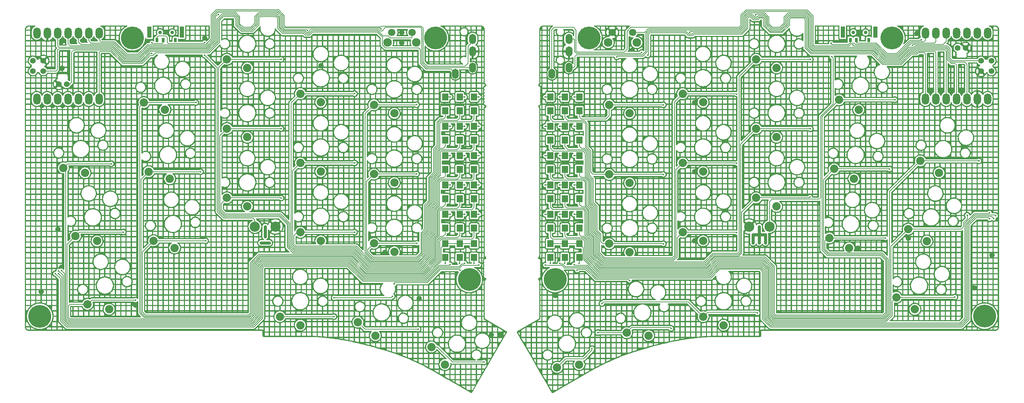
<source format=gtl>
G04 #@! TF.GenerationSoftware,KiCad,Pcbnew,9.0.3*
G04 #@! TF.CreationDate,2025-07-20T15:55:04+08:00*
G04 #@! TF.ProjectId,totem_0_3,746f7465-6d5f-4305-9f33-2e6b69636164,0.3*
G04 #@! TF.SameCoordinates,Original*
G04 #@! TF.FileFunction,Copper,L1,Top*
G04 #@! TF.FilePolarity,Positive*
%FSLAX46Y46*%
G04 Gerber Fmt 4.6, Leading zero omitted, Abs format (unit mm)*
G04 Created by KiCad (PCBNEW 9.0.3) date 2025-07-20 15:55:04*
%MOMM*%
%LPD*%
G01*
G04 APERTURE LIST*
G04 #@! TA.AperFunction,NonConductor*
%ADD10C,0.750000*%
G04 #@! TD*
G04 #@! TA.AperFunction,ComponentPad*
%ADD11C,5.600000*%
G04 #@! TD*
G04 #@! TA.AperFunction,SMDPad,CuDef*
%ADD12R,1.500000X1.800000*%
G04 #@! TD*
G04 #@! TA.AperFunction,ComponentPad*
%ADD13C,2.032000*%
G04 #@! TD*
G04 #@! TA.AperFunction,ComponentPad*
%ADD14C,1.800000*%
G04 #@! TD*
G04 #@! TA.AperFunction,ComponentPad*
%ADD15C,2.100000*%
G04 #@! TD*
G04 #@! TA.AperFunction,ComponentPad*
%ADD16O,1.800000X2.750000*%
G04 #@! TD*
G04 #@! TA.AperFunction,ComponentPad*
%ADD17C,1.397000*%
G04 #@! TD*
G04 #@! TA.AperFunction,ComponentPad*
%ADD18C,2.500000*%
G04 #@! TD*
G04 #@! TA.AperFunction,ComponentPad*
%ADD19O,1.700000X2.500000*%
G04 #@! TD*
G04 #@! TA.AperFunction,WasherPad*
%ADD20C,0.900000*%
G04 #@! TD*
G04 #@! TA.AperFunction,SMDPad,CuDef*
%ADD21R,0.700000X1.000000*%
G04 #@! TD*
G04 #@! TA.AperFunction,SMDPad,CuDef*
%ADD22R,1.000000X2.800000*%
G04 #@! TD*
G04 #@! TA.AperFunction,ViaPad*
%ADD23C,0.450000*%
G04 #@! TD*
G04 #@! TA.AperFunction,Conductor*
%ADD24C,0.200000*%
G04 #@! TD*
G04 APERTURE END LIST*
D10*
X210500000Y-99000000D02*
X210500000Y-103000000D01*
X212000000Y-101000000D02*
X212000000Y-103000000D01*
X209000000Y-101000000D02*
X212000000Y-101000000D01*
X89500000Y-99000000D02*
X89500000Y-101500000D01*
X88500000Y-103000000D02*
X90500000Y-103000000D01*
X209000000Y-101000000D02*
X209000000Y-103000000D01*
D11*
X34300000Y-121014348D03*
D12*
X159322435Y-103194348D03*
X159322435Y-106594348D03*
X140677565Y-67194348D03*
X140677565Y-70594348D03*
D13*
X67314128Y-104249976D03*
X62179819Y-102503874D03*
D12*
X159322435Y-81597348D03*
X159322435Y-84997348D03*
D13*
X64942377Y-70332359D03*
X59808068Y-68586257D03*
D12*
X159322435Y-74393348D03*
X159322435Y-77793348D03*
D13*
X183404597Y-125788310D03*
X178031448Y-125053961D03*
X45375033Y-85807767D03*
X40086333Y-84607911D03*
D12*
X162872435Y-67194348D03*
X162872435Y-70594348D03*
X133577565Y-95995348D03*
X133577565Y-99395348D03*
D14*
X179500000Y-51350000D03*
X174500000Y-51350000D03*
D15*
X173500000Y-53850000D03*
X180500000Y-53850000D03*
D12*
X162872435Y-74393348D03*
X162872435Y-77793348D03*
D16*
X266420000Y-51505000D03*
X263880000Y-51505000D03*
X261340000Y-51505000D03*
X258800000Y-51505000D03*
X256260000Y-51505000D03*
X253720000Y-51505000D03*
X251180000Y-51505000D03*
X251180000Y-67695000D03*
X253720000Y-67695000D03*
X256260000Y-67695000D03*
X258800000Y-67695000D03*
X261340000Y-67695000D03*
X263880000Y-67695000D03*
X266420000Y-67695000D03*
D17*
X267372000Y-58330000D03*
X267372000Y-60870000D03*
X264832000Y-58330000D03*
X264832000Y-60870000D03*
X259117000Y-55155000D03*
X261022000Y-55155000D03*
D12*
X162872435Y-103194348D03*
X162872435Y-106594348D03*
X166422435Y-95995348D03*
X166422435Y-99395348D03*
X166422435Y-81597348D03*
X166422435Y-84997348D03*
D11*
X131200000Y-52700000D03*
D13*
X116500533Y-125788310D03*
X112214423Y-122465771D03*
X48327089Y-102549714D03*
X43038389Y-101349858D03*
X121129205Y-88224769D03*
X116129205Y-86124769D03*
D12*
X166422435Y-67194348D03*
X166422435Y-70594348D03*
X140677565Y-103194348D03*
X140677565Y-106594348D03*
D11*
X139500000Y-112000000D03*
D12*
X159322435Y-88796348D03*
X159322435Y-92196348D03*
X133577565Y-67194348D03*
X133577565Y-70594348D03*
X137127565Y-74393348D03*
X137127565Y-77793348D03*
D13*
X51279147Y-119291665D03*
X45990447Y-118091809D03*
X251575982Y-102566663D03*
X247016604Y-99630326D03*
D12*
X166422435Y-103194348D03*
X166422435Y-106594348D03*
D13*
X196753205Y-68504447D03*
X191753205Y-66404447D03*
D16*
X33580000Y-67695000D03*
X36120000Y-67695000D03*
X38660000Y-67695000D03*
X41200000Y-67695000D03*
X43740000Y-67695000D03*
X46280000Y-67695000D03*
X48820000Y-67695000D03*
X48820000Y-51505000D03*
X46280000Y-51505000D03*
X43740000Y-51505000D03*
X41200000Y-51505000D03*
X38660000Y-51505000D03*
X36120000Y-51505000D03*
X33580000Y-51505000D03*
D17*
X32628000Y-60870000D03*
X32628000Y-58330000D03*
X35168000Y-60870000D03*
X35168000Y-58330000D03*
X40883000Y-64045000D03*
X38978000Y-64045000D03*
D12*
X140677565Y-81592348D03*
X140677565Y-84992348D03*
X162872435Y-88796348D03*
X162872435Y-92196348D03*
X137127565Y-103194348D03*
X137127565Y-106594348D03*
X159322435Y-67194348D03*
X159322435Y-70594348D03*
D13*
X232505126Y-104256620D03*
X227663794Y-101812953D03*
D18*
X213000000Y-99000000D03*
D12*
X137127565Y-95995348D03*
X137127565Y-99395348D03*
D11*
X243000000Y-52700000D03*
D12*
X137127565Y-81597348D03*
X137127565Y-84997348D03*
X162872435Y-95995348D03*
X162872435Y-99395348D03*
X159322435Y-95995348D03*
X159322435Y-99395348D03*
D13*
X85129229Y-77068188D03*
X80129229Y-74968188D03*
X178753285Y-105310067D03*
X173753285Y-103210067D03*
D19*
X159700000Y-61500000D03*
X163900000Y-53000000D03*
X163900000Y-56000000D03*
X163900000Y-60000000D03*
D13*
X85129229Y-60067968D03*
X80129229Y-57967968D03*
X254528041Y-85824714D03*
X249968663Y-82888377D03*
D18*
X92000000Y-99000000D03*
D14*
X125500000Y-51350000D03*
X120500000Y-51350000D03*
D15*
X126500000Y-53850000D03*
X119500000Y-53850000D03*
D13*
X196753205Y-85504667D03*
X191753205Y-83404667D03*
D12*
X133577565Y-74393348D03*
X133577565Y-77793348D03*
D13*
X178753285Y-88309847D03*
X173753285Y-86209847D03*
D12*
X133577565Y-103194348D03*
X133577565Y-106594348D03*
X137127565Y-88796348D03*
X137127565Y-92196348D03*
D13*
X133527565Y-132873898D03*
X130247438Y-128555245D03*
X103129241Y-85504667D03*
X98129241Y-83404667D03*
D18*
X208000000Y-99000000D03*
D11*
X57000000Y-52700000D03*
D13*
X214753165Y-77068188D03*
X209753165Y-74968188D03*
D11*
X160500000Y-112000000D03*
D13*
X85129229Y-94068408D03*
X80129229Y-91968408D03*
D18*
X87000000Y-99000000D03*
D12*
X140677565Y-74393348D03*
X140677565Y-77793348D03*
X166422435Y-88796348D03*
X166422435Y-92196348D03*
X166422435Y-74393348D03*
X166422435Y-77793348D03*
D11*
X168800000Y-52700000D03*
D13*
X98103165Y-123214348D03*
X93103165Y-121114348D03*
X121129205Y-105224989D03*
X116129205Y-103124989D03*
X121129205Y-71224549D03*
X116129205Y-69124549D03*
D12*
X140677565Y-88796348D03*
X140677565Y-92196348D03*
X133577565Y-81597348D03*
X133577565Y-84997348D03*
D13*
X248623927Y-119308611D03*
X244064549Y-116372274D03*
X234876877Y-70339003D03*
X230035545Y-67895336D03*
X201778165Y-123214348D03*
X196778165Y-121114348D03*
D12*
X133577565Y-88796348D03*
X133577565Y-92196348D03*
D13*
X214753165Y-60067968D03*
X209753165Y-57967968D03*
X214753165Y-94068408D03*
X209753165Y-91968408D03*
D12*
X137127565Y-67194348D03*
X137127565Y-70594348D03*
D19*
X136100000Y-61500000D03*
X140300000Y-53000000D03*
X140300000Y-56000000D03*
X140300000Y-60000000D03*
D12*
X140677565Y-95995348D03*
X140677565Y-99395348D03*
D13*
X103129241Y-102504887D03*
X98129241Y-100404887D03*
X166377203Y-132873898D03*
X160997076Y-133555245D03*
X233691002Y-87297812D03*
X228849670Y-84854145D03*
D11*
X265700000Y-121000000D03*
D20*
X66750000Y-51400000D03*
X63750000Y-51350000D03*
D21*
X67500000Y-53200000D03*
X64500000Y-53200000D03*
X63000000Y-53200000D03*
D22*
X69100000Y-51300000D03*
X61150000Y-51300000D03*
D13*
X196753205Y-102504887D03*
X191753205Y-100404887D03*
D12*
X162872435Y-81597348D03*
X162872435Y-84997348D03*
D13*
X66128253Y-87291167D03*
X60993944Y-85545065D03*
X178753245Y-71224549D03*
X173753245Y-69124549D03*
D20*
X236550000Y-51400000D03*
X233550000Y-51350000D03*
D21*
X237300000Y-53200000D03*
X234300000Y-53200000D03*
X232800000Y-53200000D03*
D22*
X230950000Y-51300000D03*
X238900000Y-51300000D03*
D13*
X103129241Y-68504447D03*
X98129241Y-66404447D03*
D23*
X121117752Y-113094376D03*
X106378165Y-116471835D03*
X39941000Y-53426000D03*
X37392000Y-69285000D03*
X117875000Y-50500000D03*
X134790000Y-96000000D03*
X65224000Y-51376000D03*
X233459000Y-54440000D03*
X39623000Y-109007000D03*
X78075000Y-47000000D03*
X209575464Y-47038784D03*
X126975000Y-124175000D03*
X57770633Y-118250679D03*
X137234000Y-109715000D03*
X122937000Y-53898000D03*
X247959000Y-54515000D03*
X178749756Y-112209500D03*
X99850000Y-50850000D03*
X38751000Y-99690000D03*
X235038000Y-51368000D03*
X122937000Y-51345000D03*
X255001500Y-65781000D03*
X263136919Y-114043512D03*
X106350000Y-121100000D03*
X194685552Y-68599951D03*
X175614102Y-57372145D03*
X194646583Y-102480983D03*
X165170000Y-81580000D03*
X38900000Y-109850000D03*
X103155000Y-59557000D03*
X250160000Y-53160000D03*
X260072000Y-65799000D03*
X74902565Y-102489348D03*
X194694815Y-85552927D03*
X234655000Y-104303000D03*
X165909000Y-109715000D03*
X57752565Y-117039348D03*
X179390000Y-55793000D03*
X120680000Y-116120000D03*
X39908000Y-69285000D03*
X183203576Y-56929677D03*
X134790000Y-74400000D03*
X193481122Y-51333479D03*
X42486000Y-69285000D03*
X181710000Y-56300000D03*
X205027565Y-66494348D03*
X34650000Y-114966000D03*
X34826000Y-69285000D03*
X45023000Y-53426000D03*
X39600000Y-109825000D03*
X103155000Y-59557000D03*
X103155000Y-59557000D03*
X147069000Y-125580000D03*
X47592000Y-53447000D03*
X118836000Y-105343000D03*
X268409544Y-96310234D03*
X39731000Y-60180000D03*
X42482000Y-53426000D03*
X111402565Y-100364348D03*
X144890000Y-125560000D03*
X133575000Y-108000000D03*
X137125000Y-107975000D03*
X126675000Y-103125000D03*
X93402565Y-91989348D03*
X134790000Y-88780000D03*
X165159000Y-108340000D03*
X165170000Y-95990000D03*
X143125000Y-132250000D03*
X165170000Y-88810000D03*
X165170000Y-74380000D03*
X264327565Y-82894348D03*
X243727565Y-67894348D03*
X140675000Y-108000000D03*
X165180000Y-67190000D03*
X223027565Y-57994348D03*
X161660000Y-88820000D03*
X187027565Y-69124348D03*
X161660000Y-67190000D03*
X161660000Y-74400000D03*
X161660000Y-96010000D03*
X267895012Y-97027870D03*
X161659000Y-108040000D03*
X257537000Y-65781000D03*
X222910000Y-91790000D03*
X74709000Y-53865000D03*
X138370000Y-95970000D03*
X54802565Y-100364348D03*
X141865000Y-81585000D03*
X141865000Y-67185000D03*
X162860000Y-107990000D03*
X187027565Y-103234348D03*
X188894702Y-123997694D03*
X138370000Y-67200000D03*
X138370000Y-74400000D03*
X266870000Y-95650000D03*
X258427565Y-116294348D03*
X73702565Y-85539348D03*
X266918358Y-97088457D03*
X205027565Y-83494348D03*
X228244854Y-57319238D03*
X93402565Y-74964348D03*
X138370000Y-81600000D03*
X134790000Y-81590000D03*
X158110000Y-88800000D03*
X261430000Y-96210000D03*
X141865000Y-95985000D03*
X210044512Y-120228890D03*
X93402565Y-57964348D03*
X158110000Y-96020000D03*
X61759000Y-53890000D03*
X205027565Y-100494348D03*
X141865000Y-74385000D03*
X158109000Y-108415000D03*
X242427565Y-84894348D03*
X158110000Y-67180000D03*
X241427565Y-101794348D03*
X158110000Y-74380000D03*
X158110000Y-81600000D03*
X171984000Y-117890000D03*
X126600000Y-86075000D03*
X161660000Y-81610000D03*
X223027565Y-74994348D03*
X187027565Y-86214348D03*
X170972116Y-125036326D03*
X51827565Y-83589348D03*
X166410000Y-107990000D03*
X169537989Y-128963329D03*
X159340000Y-108030000D03*
X74709000Y-56940000D03*
X228089959Y-54032650D03*
X127226000Y-116672000D03*
X61759000Y-56565000D03*
X74716000Y-52811000D03*
X134790000Y-67190000D03*
X111402565Y-83389348D03*
X134784000Y-108365000D03*
X249161000Y-51572000D03*
X252466000Y-65781000D03*
X138359000Y-108015000D03*
X126600000Y-69100000D03*
X111402565Y-66389348D03*
X141865000Y-88765000D03*
X38150000Y-110550000D03*
X141859000Y-108415000D03*
X72527565Y-68564348D03*
X138370000Y-88770000D03*
X38875000Y-110550000D03*
X160569455Y-115875919D03*
X267509000Y-105990000D03*
X247023000Y-101791000D03*
D24*
X213225000Y-109161550D02*
X213224999Y-119884999D01*
X170624650Y-111635000D02*
X198695001Y-111634999D01*
X41748191Y-118091809D02*
X45990447Y-118091809D01*
X77760002Y-95310072D02*
X79354930Y-96905000D01*
X40355221Y-121692403D02*
X41337818Y-122675000D01*
X248834462Y-56025000D02*
X249199462Y-55660000D01*
X110039717Y-108089997D02*
X88956623Y-108089997D01*
X61109070Y-55390000D02*
X58794071Y-57704999D01*
X259979674Y-99630326D02*
X247016604Y-99630326D01*
X127647570Y-100593770D02*
X127647565Y-105477435D01*
X134790000Y-96000000D02*
X133582217Y-96000000D01*
X168740000Y-102099930D02*
X168739999Y-106483519D01*
X163690000Y-80137348D02*
X167539126Y-80137349D01*
X209360072Y-47558784D02*
X209951216Y-47558784D01*
X88228310Y-47145000D02*
X92245001Y-47145001D01*
X171709998Y-100869718D02*
X171709998Y-102726998D01*
X100202082Y-51700000D02*
X100932082Y-50970000D01*
X138370000Y-67200000D02*
X137133217Y-67200000D01*
X213225001Y-120831621D02*
X214075000Y-121681620D01*
X263628825Y-96831175D02*
X266661076Y-96831175D01*
X232800000Y-53900000D02*
X232370000Y-54330000D01*
X189722304Y-68435348D02*
X191753205Y-66404447D01*
X130880000Y-100628170D02*
X129957569Y-101550601D01*
X132588310Y-101720000D02*
X131937566Y-102370744D01*
X233679002Y-54660002D02*
X233459000Y-54440000D01*
X168900000Y-86363772D02*
X169870000Y-87333772D01*
X198011550Y-109985000D02*
X200151550Y-107845000D01*
X140677565Y-87247435D02*
X140677565Y-84992348D01*
X133577565Y-99395348D02*
X133577565Y-100862435D01*
X205547565Y-105247565D02*
X205260130Y-105535000D01*
X137645392Y-108190000D02*
X136965392Y-108870000D01*
X168739999Y-106483519D02*
X171581480Y-109325000D01*
X187003284Y-103210067D02*
X173753285Y-103210067D01*
X131410000Y-86053773D02*
X130170000Y-87293773D01*
X159322435Y-101496783D02*
X159885652Y-102060000D01*
X169537989Y-129387011D02*
X169537989Y-128963329D01*
X169400000Y-101826550D02*
X169400000Y-106210140D01*
X128426975Y-110764995D02*
X114114786Y-110764996D01*
X100338772Y-52030000D02*
X101068772Y-51300000D01*
X181525000Y-56485000D02*
X181710000Y-56300000D01*
X40035564Y-121839436D02*
X41201127Y-123004999D01*
X82615002Y-49498382D02*
X83871620Y-50755000D01*
X59122069Y-87416940D02*
X60993944Y-85545065D01*
X129230003Y-99944717D02*
X128307570Y-100867150D01*
X140677565Y-107997435D02*
X140675000Y-108000000D01*
X83275000Y-49225000D02*
X84125000Y-50075000D01*
X141754000Y-108520000D02*
X141859000Y-108415000D01*
X99497917Y-51699999D02*
X100202082Y-51700000D01*
X116129205Y-86124769D02*
X126550231Y-86124769D01*
X82275000Y-46485000D02*
X83275000Y-47485000D01*
X248561082Y-55365000D02*
X247286828Y-55365000D01*
X166422435Y-93542436D02*
X167050000Y-94170001D01*
X131080000Y-85917083D02*
X129840000Y-87157083D01*
X212555000Y-49381690D02*
X212555000Y-47734930D01*
X241465001Y-122014999D02*
X242754998Y-120725002D01*
X40914999Y-123664999D02*
X86675211Y-123664999D01*
X198148240Y-110315000D02*
X200288240Y-108175000D01*
X78420001Y-95036691D02*
X78420000Y-76677417D01*
X165187348Y-81597348D02*
X165170000Y-81580000D01*
X131684278Y-128555245D02*
X135379034Y-132250000D01*
X183415000Y-51795000D02*
X183745001Y-51464999D01*
X232800000Y-53200000D02*
X232800000Y-53900000D01*
X111133238Y-105449998D02*
X114798237Y-109114997D01*
X132597565Y-104174348D02*
X133577565Y-103194348D01*
X161683652Y-88796348D02*
X161660000Y-88820000D01*
X94880000Y-104030000D02*
X96299998Y-105449998D01*
X228089959Y-54110959D02*
X228089959Y-54032650D01*
X43740000Y-51980000D02*
X43740000Y-53710000D01*
X133975000Y-87336349D02*
X132460875Y-87336348D01*
X133175000Y-72603349D02*
X133577565Y-72200784D01*
X182740000Y-51536620D02*
X182740000Y-56000000D01*
X169210000Y-93406620D02*
X169210000Y-87607152D01*
X129075000Y-60000000D02*
X140300000Y-60000000D01*
X38150000Y-110550000D02*
X39365000Y-111765000D01*
X41200000Y-54120000D02*
X41200000Y-51980000D01*
X129247117Y-112744993D02*
X132462110Y-109530000D01*
X206698344Y-49965036D02*
X205858380Y-50805000D01*
X59808068Y-68586257D02*
X72505656Y-68586257D01*
X118209000Y-54390000D02*
X118984000Y-55165000D01*
X137102083Y-109199999D02*
X137782082Y-108520000D01*
X41345221Y-121282333D02*
X41345221Y-118494779D01*
X168550000Y-93680000D02*
X168550000Y-87880533D01*
X114650000Y-105225000D02*
X114650000Y-104604194D01*
X207028344Y-47488276D02*
X207651620Y-46865000D01*
X40086333Y-84607911D02*
X41102332Y-83591912D01*
X137127565Y-74393348D02*
X138363348Y-74393348D01*
X173753245Y-71750245D02*
X173753245Y-69124549D01*
X140677565Y-70594348D02*
X140677565Y-72635783D01*
X94175000Y-49675000D02*
X94480000Y-49980000D01*
X223001405Y-74968188D02*
X209753165Y-74968188D01*
X87882605Y-121057535D02*
X87882605Y-108697325D01*
X88091620Y-46815000D02*
X92381692Y-46815002D01*
X128967570Y-101140530D02*
X128967565Y-106024195D01*
X131937565Y-107254405D02*
X128426975Y-110764995D01*
X166422435Y-92196348D02*
X166422435Y-93542436D01*
X131277565Y-106981025D02*
X131277566Y-102097364D01*
X87990000Y-47850000D02*
X88365000Y-47475000D01*
X140677565Y-101597435D02*
X140225000Y-102050000D01*
X76655000Y-53141550D02*
X76655001Y-47219929D01*
X128933991Y-112414991D02*
X129110427Y-112414993D01*
X59204141Y-58694999D02*
X54813858Y-58694998D01*
X137127565Y-99395348D02*
X137127565Y-101147435D01*
X74888039Y-102503874D02*
X74902565Y-102489348D01*
X159885652Y-102060000D02*
X167300000Y-102060000D01*
X41651000Y-64045000D02*
X40883000Y-64045000D01*
X111387246Y-83404667D02*
X111402565Y-83389348D01*
X132225000Y-79439843D02*
X131410000Y-80254843D01*
X159920000Y-94830000D02*
X167367087Y-94830000D01*
X87534999Y-108578241D02*
X87534999Y-120938451D01*
X165329000Y-108510000D02*
X168433031Y-108510001D01*
X60166690Y-120683310D02*
X85456690Y-120683310D01*
X133577565Y-93627784D02*
X133577565Y-92196348D01*
X261525000Y-121748310D02*
X261525000Y-98468310D01*
X131540000Y-100901550D02*
X131540000Y-94989533D01*
X96573379Y-104789999D02*
X111406619Y-104789999D01*
X137127565Y-88796348D02*
X138343652Y-88796348D01*
X245176899Y-58874999D02*
X247696898Y-56355000D01*
X132200000Y-101174930D02*
X132200000Y-95262913D01*
X96436688Y-105119998D02*
X95210000Y-103893310D01*
X168570000Y-80701533D02*
X168570000Y-86500463D01*
X77760002Y-59991002D02*
X77760002Y-95310072D01*
X85881658Y-107898132D02*
X87999792Y-105779998D01*
X88542606Y-108970704D02*
X88542605Y-121330915D01*
X132325420Y-109200000D02*
X137102083Y-109199999D01*
X141900000Y-95990000D02*
X140682913Y-95990000D01*
X114114786Y-110764996D02*
X110449787Y-107099997D01*
X137782082Y-108520000D02*
X141754000Y-108520000D01*
X81864930Y-47475000D02*
X82282465Y-47892535D01*
X132597565Y-87666348D02*
X136147565Y-87666348D01*
X161664348Y-67194348D02*
X161660000Y-67190000D01*
X109766337Y-108749997D02*
X113431335Y-112414994D01*
X256546384Y-54670002D02*
X257250000Y-55373620D01*
X128570003Y-99671337D02*
X127647570Y-100593770D01*
X241096482Y-58215000D02*
X238531482Y-55650000D01*
X39365000Y-111765000D02*
X39365000Y-122115000D01*
X133000000Y-94205349D02*
X133577565Y-93627784D01*
X140677565Y-81592348D02*
X141897652Y-81592348D01*
X140677565Y-74393348D02*
X141896652Y-74393348D01*
X39365000Y-122115000D02*
X40914999Y-123664999D01*
X94480000Y-49980000D02*
X117749000Y-49980000D01*
X111362026Y-100404887D02*
X111402565Y-100364348D01*
X86675211Y-123664999D02*
X88872604Y-121467606D01*
X86265140Y-122675000D02*
X87882605Y-121057535D01*
X129297565Y-106160885D02*
X129297570Y-101277220D01*
X88872604Y-121467606D02*
X88872605Y-109107395D01*
X241434999Y-107264999D02*
X240335000Y-106165000D01*
X134782652Y-81597348D02*
X134790000Y-81590000D01*
X51642169Y-55989999D02*
X54677168Y-59024998D01*
X110859857Y-106109997D02*
X88136482Y-106109998D01*
X127196760Y-107795000D02*
X115344999Y-107794999D01*
X162872435Y-74393348D02*
X161666652Y-74393348D01*
X41015221Y-121419023D02*
X41611198Y-122015000D01*
X140677565Y-88796348D02*
X141873652Y-88796348D01*
X100932082Y-50970000D02*
X117142918Y-50970000D01*
X41102332Y-83591912D02*
X51825001Y-83591912D01*
X170898030Y-110975000D02*
X198421620Y-110975000D01*
X126674989Y-103124989D02*
X126675000Y-103125000D01*
X113431335Y-112414994D02*
X128933991Y-112414991D01*
X134784000Y-108365000D02*
X134609000Y-108540000D01*
X140677565Y-67194348D02*
X141855652Y-67194348D01*
X137127565Y-101147435D02*
X136554999Y-101720001D01*
X129110427Y-112414993D02*
X132325420Y-109200000D01*
X141855652Y-67194348D02*
X141865000Y-67185000D01*
X88872605Y-109107395D02*
X89230003Y-108749997D01*
X204938104Y-100404887D02*
X191753205Y-100404887D01*
X89230003Y-108749997D02*
X109766337Y-108749997D01*
X130830000Y-93353240D02*
X129890003Y-94293237D01*
X206368346Y-47214894D02*
X207378240Y-46205000D01*
X172409058Y-117464942D02*
X171984000Y-117890000D01*
X226215000Y-104661690D02*
X226215000Y-87488815D01*
X137127565Y-77793348D02*
X137127565Y-79522435D01*
X166422435Y-70594348D02*
X166422435Y-72029784D01*
X244064549Y-116372274D02*
X258349639Y-116372274D01*
X204259000Y-50465000D02*
X204269000Y-50475000D01*
X86871656Y-108308204D02*
X86871656Y-120668414D01*
X128700357Y-111424993D02*
X132597565Y-107527785D01*
X88819932Y-107759998D02*
X110176407Y-107759997D01*
X131210000Y-94840000D02*
X132150000Y-93900000D01*
X41337818Y-122675000D02*
X86265140Y-122675000D01*
X113841404Y-111424994D02*
X128700357Y-111424993D01*
X171581480Y-109325000D02*
X197738170Y-109325000D01*
X39600000Y-109825000D02*
X40355221Y-110580221D01*
X140677565Y-94312783D02*
X140677565Y-92196348D01*
X87882605Y-108697325D02*
X88819932Y-107759998D01*
X85593380Y-121013310D02*
X60029999Y-121013309D01*
X213804999Y-122344999D02*
X241601692Y-122344998D01*
X133577565Y-103194348D02*
X140677565Y-103194348D01*
X132597565Y-94865348D02*
X140125000Y-94865348D01*
X205027565Y-66494348D02*
X204937664Y-66404447D01*
X171981549Y-108324999D02*
X183514999Y-108324999D01*
X110176407Y-107759997D02*
X113841404Y-111424994D01*
X96846760Y-104130000D02*
X96200000Y-103483240D01*
X206368345Y-49828345D02*
X206368346Y-47214894D01*
X40355221Y-110580221D02*
X40355221Y-121692403D01*
X132597565Y-107527785D02*
X132597565Y-104174348D01*
X206035000Y-47081550D02*
X206035000Y-49695000D01*
X136575000Y-87320000D02*
X133991349Y-87320000D01*
X85456690Y-120683310D02*
X85881656Y-120258344D01*
X210087906Y-47888784D02*
X210451690Y-47525000D01*
X136600000Y-72933348D02*
X132460874Y-72933349D01*
X75203240Y-55060000D02*
X76985000Y-53278240D01*
X166880000Y-86970000D02*
X166422435Y-86512435D01*
X169070000Y-101963240D02*
X169070000Y-106346830D01*
X247560208Y-56025000D02*
X248834462Y-56025000D01*
X204269000Y-50475000D02*
X205721690Y-50475000D01*
X137127565Y-95995348D02*
X138344652Y-95995348D01*
X173768000Y-71765000D02*
X173753245Y-71750245D01*
X205027565Y-100494348D02*
X204938104Y-100404887D01*
X137127565Y-92196348D02*
X137127565Y-93907783D01*
X169070000Y-106346830D02*
X171718170Y-108995000D01*
X44023899Y-100364348D02*
X54802565Y-100364348D01*
X38575000Y-60550000D02*
X38575000Y-55785000D01*
X140677565Y-72635783D02*
X140050000Y-73263348D01*
X223979070Y-54660000D02*
X223705000Y-54385930D01*
X111269928Y-105119998D02*
X96436688Y-105119998D01*
X79491621Y-96575001D02*
X93024999Y-96575001D01*
X161839000Y-108220000D02*
X162354608Y-108220000D01*
X35168000Y-60870000D02*
X38255000Y-60870000D01*
X217288344Y-49303202D02*
X217288345Y-47784965D01*
X211305070Y-108175000D02*
X212565000Y-109434930D01*
X52188930Y-54670000D02*
X41750000Y-54670000D01*
X80129229Y-91968408D02*
X78750000Y-93347637D01*
X166422435Y-86512435D02*
X166422435Y-84997348D01*
X114388166Y-110104996D02*
X128153593Y-110104997D01*
X140125000Y-94865348D02*
X140677565Y-94312783D01*
X241171762Y-121351618D02*
X242094999Y-120428381D01*
X131820000Y-87977223D02*
X131820000Y-93763310D01*
X241308453Y-121681617D02*
X242424999Y-120565070D01*
X205858380Y-50805000D02*
X183471621Y-50804999D01*
X77985000Y-53678310D02*
X77985000Y-48292082D01*
X64500000Y-53849000D02*
X64500000Y-53200000D01*
X86538521Y-123334999D02*
X41059999Y-123334999D01*
X212225000Y-49518380D02*
X213461618Y-50754998D01*
X42690001Y-55659999D02*
X42129000Y-56221000D01*
X190052304Y-106344386D02*
X189391691Y-107004999D01*
X217618344Y-47921656D02*
X218015000Y-47525000D01*
X65184000Y-52240000D02*
X65559000Y-52615000D01*
X78090002Y-95173382D02*
X79491621Y-96575001D01*
X132267565Y-102507435D02*
X132267565Y-107391095D01*
X249509000Y-56320000D02*
X250860000Y-56320000D01*
X197738170Y-109325000D02*
X199878170Y-107185000D01*
X207358344Y-47624966D02*
X207788310Y-47195000D01*
X136147565Y-87666348D02*
X136163913Y-87650000D01*
X58794071Y-57704999D02*
X55223929Y-57704999D01*
X132267565Y-107391095D02*
X128563666Y-111094994D01*
X114320001Y-105361691D02*
X114320001Y-87933973D01*
X162872435Y-81597348D02*
X161672652Y-81597348D01*
X43038389Y-101349858D02*
X41015221Y-103373026D01*
X40685221Y-121555713D02*
X40685221Y-85206799D01*
X75750000Y-56380000D02*
X78315000Y-53815000D01*
X88683241Y-107429999D02*
X87534999Y-108578241D01*
X54813858Y-58694998D02*
X51778859Y-55659999D01*
X261525000Y-98468310D02*
X263492135Y-96501175D01*
X86128452Y-122344998D02*
X41474508Y-122345000D01*
X205027565Y-83494348D02*
X204937884Y-83404667D01*
X232506690Y-54660000D02*
X223979070Y-54660000D01*
X268270485Y-96171175D02*
X263355445Y-96171175D01*
X132150000Y-93900000D02*
X132150000Y-88113913D01*
X211575000Y-121515070D02*
X213394929Y-123334999D01*
X139184000Y-58940000D02*
X139184000Y-54740000D01*
X132150000Y-88113913D02*
X132597565Y-87666348D01*
X127977565Y-105614125D02*
X126786690Y-106805000D01*
X130500000Y-93216550D02*
X129560003Y-94156547D01*
X114251476Y-110434996D02*
X110586477Y-106769997D01*
X100560000Y-50640000D02*
X117279608Y-50640000D01*
X241643242Y-56895000D02*
X239078244Y-54330002D01*
X217878309Y-47195001D02*
X221701692Y-47195002D01*
X85730070Y-121343310D02*
X86541656Y-120531724D01*
X243084998Y-117714998D02*
X243084998Y-117351825D01*
X52325620Y-54340000D02*
X55360620Y-57375000D01*
X132725000Y-102050000D02*
X132267565Y-102507435D01*
X113568025Y-112084994D02*
X109903027Y-108419997D01*
X204937664Y-66404447D02*
X191753205Y-66404447D01*
X247423518Y-55695000D02*
X244903518Y-58215000D01*
X140225000Y-102050000D02*
X132725000Y-102050000D01*
X128153593Y-110104997D02*
X131277565Y-106981025D01*
X132465874Y-80132349D02*
X132070000Y-80528223D01*
X129627570Y-101413910D02*
X130550000Y-100491480D01*
X209048783Y-48218783D02*
X210224596Y-48218784D01*
X259938311Y-123334999D02*
X261525000Y-121748310D01*
X212555000Y-47734930D02*
X211685070Y-46865000D01*
X41015221Y-103373026D02*
X41015221Y-121419023D01*
X167910000Y-86773843D02*
X168880000Y-87743843D01*
X87205000Y-108441550D02*
X87205000Y-120801760D01*
X166996000Y-72603349D02*
X172929651Y-72603349D01*
X59893309Y-121343309D02*
X85730070Y-121343310D01*
X130287565Y-106570955D02*
X130287568Y-101687292D01*
X41474508Y-122345000D02*
X40685221Y-121555713D01*
X92521656Y-50355106D02*
X93816550Y-51650000D01*
X96200000Y-85333908D02*
X98129241Y-83404667D01*
X222255000Y-45875000D02*
X207241550Y-45875000D01*
X242424999Y-90432041D02*
X249968663Y-82888377D01*
X58657381Y-57374999D02*
X60972380Y-55060000D01*
X167475000Y-131450000D02*
X163102321Y-131450000D01*
X126786690Y-106805000D02*
X115763309Y-106804999D01*
X131277566Y-102097364D02*
X132200000Y-101174930D01*
X75049430Y-54280430D02*
X74929860Y-54400000D01*
X38660000Y-51980000D02*
X38660000Y-54680000D01*
X241035071Y-121021619D02*
X241764999Y-120291691D01*
X51825001Y-83591912D02*
X51827565Y-83589348D01*
X95210000Y-98293312D02*
X93161689Y-96245001D01*
X128563666Y-111094994D02*
X113978095Y-111094995D01*
X211578451Y-107515001D02*
X213225000Y-109161550D01*
X58792069Y-120242069D02*
X59893309Y-121343309D01*
X209749248Y-46865000D02*
X209575464Y-47038784D01*
X197328100Y-108335000D02*
X199468100Y-106195000D01*
X162872435Y-88796348D02*
X161683652Y-88796348D01*
X242754998Y-120725002D02*
X242755000Y-103891930D01*
X58792069Y-69602256D02*
X58792069Y-120242069D01*
X86541657Y-108171513D02*
X88273172Y-106439998D01*
X93398725Y-74968188D02*
X93402565Y-74964348D01*
X132200000Y-95262913D02*
X132597565Y-94865348D01*
X130750000Y-79981463D02*
X130750000Y-85780393D01*
X110723167Y-106439997D02*
X114388166Y-110104996D01*
X88212604Y-108834016D02*
X88212604Y-121194226D01*
X200698310Y-109165000D02*
X210895000Y-109165000D01*
X38980000Y-55000000D02*
X52052239Y-54999999D01*
X113978095Y-111094995D02*
X110313097Y-107429997D01*
X230035545Y-67895336D02*
X243726577Y-67895336D01*
X140677565Y-99395348D02*
X140677565Y-101597435D01*
X161659000Y-108040000D02*
X161839000Y-108220000D01*
X80129229Y-57967968D02*
X78090000Y-60007197D01*
X167050000Y-94170001D02*
X167640469Y-94170002D01*
X87660000Y-47713310D02*
X88228310Y-47145000D01*
X86211657Y-108034823D02*
X86211656Y-120395034D01*
X131684278Y-128555245D02*
X130247438Y-128555245D01*
X93398945Y-57967968D02*
X93402565Y-57964348D01*
X170440034Y-94169964D02*
X170440033Y-100066443D01*
X80129229Y-57967968D02*
X93398945Y-57967968D01*
X130880001Y-94703309D02*
X130880000Y-100628170D01*
X215836546Y-50755000D02*
X217288344Y-49303202D01*
X61759000Y-53890000D02*
X61834000Y-53890000D01*
X130287568Y-101687292D02*
X131210000Y-100764860D01*
X169120034Y-100613204D02*
X170060000Y-101553170D01*
X128290284Y-110434996D02*
X114251476Y-110434996D01*
X110313097Y-107429997D02*
X88683241Y-107429999D01*
X86541656Y-120531724D02*
X86541657Y-108171513D01*
X171379998Y-101006408D02*
X171379998Y-105389998D01*
X51778859Y-55659999D02*
X42690001Y-55659999D01*
X190052304Y-85105568D02*
X190052304Y-106344386D01*
X94880000Y-98430002D02*
X94880000Y-104030000D01*
X183745001Y-51464999D02*
X192438845Y-51464999D01*
X59808068Y-68586257D02*
X58792069Y-69602256D01*
X189255000Y-106675000D02*
X189722304Y-106207696D01*
X93024999Y-96575001D02*
X94880000Y-98430002D01*
X45990447Y-118091809D02*
X47042908Y-117039348D01*
X140275000Y-87650000D02*
X140677565Y-87247435D01*
X78420000Y-76677417D02*
X80129229Y-74968188D01*
X74504000Y-54070000D02*
X74709000Y-53865000D01*
X72505656Y-68586257D02*
X72527565Y-68564348D01*
X211168382Y-108505002D02*
X212235000Y-109571620D01*
X92655071Y-46155001D02*
X93841655Y-47341585D01*
X87534999Y-120938451D02*
X86128452Y-122344998D01*
X115071618Y-108454998D02*
X127470140Y-108455000D01*
X133050000Y-101390000D02*
X132451620Y-101390000D01*
X136163913Y-87650000D02*
X140275000Y-87650000D01*
X88273172Y-106439998D02*
X110723167Y-106439997D01*
X41345221Y-118494779D02*
X41748191Y-118091809D01*
X199331410Y-105865000D02*
X205396821Y-105864999D01*
X166422435Y-77793348D02*
X166422435Y-79279784D01*
X114798237Y-109114997D02*
X127743522Y-109114998D01*
X131210000Y-100764860D02*
X131210000Y-94840000D01*
X127743522Y-109114998D02*
X130287565Y-106570955D01*
X44370000Y-54340000D02*
X52325620Y-54340000D01*
X260865001Y-98194929D02*
X260865002Y-98764998D01*
X171034720Y-110645000D02*
X198284930Y-110645000D01*
X117006228Y-51300000D02*
X118209000Y-52502772D01*
X206035000Y-49695000D02*
X205585000Y-50145000D01*
X113990001Y-71263753D02*
X113990001Y-105498381D01*
X132460875Y-87336348D02*
X131820000Y-87977223D01*
X241369862Y-57555000D02*
X238804864Y-54990002D01*
X242094999Y-120428381D02*
X242094999Y-106974999D01*
X140050000Y-73263348D02*
X132597565Y-73263348D01*
X39695221Y-111370221D02*
X39695221Y-121970221D01*
X113704714Y-111754994D02*
X110039717Y-108089997D01*
X38875000Y-110550000D02*
X39695221Y-111370221D01*
X75984930Y-53344930D02*
X75049430Y-54280430D01*
X127880212Y-109444998D02*
X130617565Y-106707645D01*
X129297570Y-101277220D02*
X130220000Y-100354790D01*
X100370000Y-51065392D02*
X100370000Y-50830000D01*
X223375000Y-47468240D02*
X223375000Y-54522620D01*
X62179819Y-102503874D02*
X74888039Y-102503874D01*
X129230003Y-94019857D02*
X129230003Y-99944717D01*
X95870000Y-103619930D02*
X96710069Y-104459999D01*
X132400000Y-80664913D02*
X132602565Y-80462348D01*
X137127565Y-81597348D02*
X138367348Y-81597348D01*
X211565000Y-49791760D02*
X213188239Y-51414999D01*
X222055000Y-48015000D02*
X222055000Y-55069380D01*
X130170000Y-87293773D02*
X130170000Y-93079860D01*
X247435068Y-53350000D02*
X250099000Y-53350000D01*
X131160000Y-93489930D02*
X131160000Y-87703843D01*
X128307570Y-100867150D02*
X128307565Y-105750815D01*
X172409058Y-117464942D02*
X193128759Y-117464942D01*
X138344652Y-95995348D02*
X138370000Y-95970000D01*
X98129241Y-66404447D02*
X111387466Y-66404447D01*
X58384000Y-56715000D02*
X55634000Y-56715000D01*
X115900000Y-106475000D02*
X114650000Y-105225000D01*
X170719999Y-101279789D02*
X170719998Y-105663378D01*
X132602565Y-80462348D02*
X140125000Y-80462348D01*
X136965392Y-108870000D02*
X132188730Y-108870000D01*
X127977570Y-100730460D02*
X127977565Y-105614125D01*
X208355000Y-47525000D02*
X209048783Y-48218783D01*
X140677565Y-79909783D02*
X140677565Y-77793348D01*
X96710069Y-104459999D02*
X111543309Y-104459999D01*
X207651620Y-46865000D02*
X208665000Y-46865000D01*
X126575451Y-69124549D02*
X126600000Y-69100000D01*
X162872435Y-77793348D02*
X162872435Y-79319783D01*
X167970000Y-79634843D02*
X168900000Y-80564843D01*
X243084998Y-117715002D02*
X243085000Y-117715000D01*
X96983450Y-103800000D02*
X97750000Y-103800000D01*
X126923380Y-107135000D02*
X115626619Y-107134999D01*
X213394929Y-123334999D02*
X259938311Y-123334999D01*
X132225000Y-73635913D02*
X132225000Y-79439843D01*
X214501620Y-120691620D02*
X240898380Y-120691620D01*
X111543309Y-104459999D02*
X115208308Y-108124998D01*
X162974608Y-108840000D02*
X168296340Y-108840000D01*
X115208308Y-108124998D02*
X127333450Y-108125000D01*
X217741619Y-46865001D02*
X216958346Y-47648274D01*
X243084998Y-117351825D02*
X244064549Y-116372274D01*
X128900003Y-93883167D02*
X128900003Y-99808027D01*
X216958345Y-49166511D02*
X215699856Y-50425000D01*
X238668172Y-55320000D02*
X223705690Y-55320000D01*
X128938310Y-60330000D02*
X134930000Y-60330000D01*
X138184000Y-108190000D02*
X137645392Y-108190000D01*
X132400000Y-86463843D02*
X132400000Y-80664913D01*
X86871656Y-108308204D02*
X88409860Y-106770000D01*
X38575000Y-55785000D02*
X39030001Y-55329999D01*
X133577565Y-88796348D02*
X134773652Y-88796348D01*
X116129205Y-69124549D02*
X126575451Y-69124549D01*
X200424930Y-108505000D02*
X211168382Y-108505002D01*
X211411691Y-47525001D02*
X211895000Y-48008310D01*
X113990001Y-105498381D02*
X115626619Y-107134999D01*
X159322435Y-67194348D02*
X158124348Y-67194348D01*
X98981228Y-51650000D02*
X99361226Y-52029998D01*
X127333450Y-108125000D02*
X129297565Y-106160885D01*
X109903027Y-108419997D02*
X89093313Y-108419997D01*
X241369861Y-57554999D02*
X243123999Y-57554999D01*
X251180000Y-53320000D02*
X250820000Y-53680000D01*
X166422435Y-74393348D02*
X165183348Y-74393348D01*
X95870000Y-68663688D02*
X95870000Y-103619930D01*
X172118240Y-107995000D02*
X197201411Y-107994999D01*
X96299998Y-105449998D02*
X111133238Y-105449998D01*
X130220002Y-94429928D02*
X131160000Y-93489930D01*
X128307565Y-105750815D02*
X126923380Y-107135000D01*
X216603166Y-47536764D02*
X216603166Y-49055000D01*
X158123348Y-74393348D02*
X158110000Y-74380000D01*
X200561620Y-108835000D02*
X211031691Y-108835001D01*
X138363348Y-74393348D02*
X138370000Y-74400000D01*
X64279000Y-54070000D02*
X64500000Y-53849000D01*
X98129241Y-66404447D02*
X95870000Y-68663688D01*
X172128242Y-108665000D02*
X197464790Y-108665000D01*
X88542605Y-121330915D02*
X86538521Y-123334999D01*
X131607566Y-102234054D02*
X131607565Y-107117715D01*
X132188730Y-108870000D02*
X128973738Y-112084992D01*
X248134000Y-54340000D02*
X255500000Y-54340000D01*
X93953240Y-51320000D02*
X99117918Y-51320000D01*
X116129205Y-69124549D02*
X113990001Y-71263753D01*
X160030000Y-80467348D02*
X167402435Y-80467348D01*
X211905000Y-109708310D02*
X211904999Y-121378379D01*
X138367348Y-81597348D02*
X138370000Y-81600000D01*
X60835690Y-54730000D02*
X75066550Y-54730000D01*
X78090000Y-60007197D02*
X78090002Y-95173382D01*
X111387466Y-66404447D02*
X111402565Y-66389348D01*
X130220000Y-100354790D02*
X130220002Y-94429928D01*
X189391691Y-107004999D02*
X172528310Y-107005000D01*
X241434999Y-120155001D02*
X241434999Y-107264999D01*
X128967565Y-106024195D02*
X127196760Y-107795000D01*
X118209000Y-52502772D02*
X118209000Y-54390000D01*
X140125000Y-80462348D02*
X140677565Y-79909783D01*
X132597565Y-73263348D02*
X132225000Y-73635913D01*
X131410000Y-80254843D02*
X131410000Y-86053773D01*
X213555000Y-109024860D02*
X213555000Y-120694930D01*
X162872435Y-107977565D02*
X162860000Y-107990000D01*
X131160000Y-87703843D02*
X132400000Y-86463843D01*
X130170000Y-93079860D02*
X129230003Y-94019857D01*
X136554999Y-101720001D02*
X132588310Y-101720000D01*
X131937566Y-102370744D02*
X131937565Y-107254405D01*
X162872435Y-79319783D02*
X163690000Y-80137348D01*
X211821761Y-46535001D02*
X207514930Y-46535000D01*
X51915549Y-55329999D02*
X54950548Y-58364998D01*
X92108310Y-47475000D02*
X92521655Y-47888345D01*
X60993944Y-85545065D02*
X73696848Y-85545065D01*
X166422435Y-67194348D02*
X165184348Y-67194348D01*
X169779847Y-86209847D02*
X169230000Y-85660000D01*
X85991762Y-122014998D02*
X87205000Y-120801760D01*
X132460874Y-94535349D02*
X131870000Y-95126223D01*
X130947565Y-106844335D02*
X128016902Y-109774998D01*
X116129205Y-103124989D02*
X126674989Y-103124989D01*
X41611198Y-122015000D02*
X85991762Y-122014998D01*
X168460035Y-94989568D02*
X168460035Y-100886585D01*
X60029999Y-121013309D02*
X59122069Y-120105379D01*
X61834000Y-53890000D02*
X62014000Y-54070000D01*
X78985000Y-46815000D02*
X82138310Y-46815000D01*
X137127565Y-84997348D02*
X137127565Y-86767435D01*
X168240000Y-80838223D02*
X168240000Y-86637153D01*
X171444790Y-109655000D02*
X197874861Y-109654999D01*
X86211656Y-120395034D02*
X85593380Y-121013310D01*
X187027565Y-86214348D02*
X187023064Y-86209847D01*
X39695221Y-121970221D02*
X41059999Y-123334999D01*
X261195000Y-121611620D02*
X261195002Y-98331618D01*
X79628311Y-96245001D02*
X78420001Y-95036691D01*
X196778165Y-121114348D02*
X193128759Y-117464942D01*
X82001620Y-47145000D02*
X82615002Y-47758382D01*
X194435001Y-51464999D02*
X206131759Y-51465000D01*
X88546553Y-107099997D02*
X87205000Y-108441550D01*
X223705690Y-55320000D02*
X223045000Y-54659310D01*
X167436690Y-101730000D02*
X168080000Y-102373310D01*
X110586474Y-106770000D02*
X110586477Y-106769997D01*
X110449787Y-107099997D02*
X88546553Y-107099997D01*
X226545000Y-104525000D02*
X226545000Y-102515000D01*
X128973738Y-112084992D02*
X113568025Y-112084994D01*
X77655000Y-48155392D02*
X78995391Y-46815001D01*
X169540000Y-87470462D02*
X169540000Y-93269930D01*
X88136482Y-106109998D02*
X86211657Y-108034823D01*
X59122069Y-120105379D02*
X59122069Y-87416940D01*
X171308100Y-109985000D02*
X198011550Y-109985000D01*
X240898380Y-120691620D02*
X241434999Y-120155001D01*
X134773652Y-88796348D02*
X134790000Y-88780000D01*
X166950000Y-79807349D02*
X167675817Y-79807350D01*
X82945001Y-47621691D02*
X82945001Y-49361691D01*
X226215000Y-87488815D02*
X228849670Y-84854145D01*
X128016902Y-109774998D02*
X114524857Y-109774997D01*
X131895000Y-79303153D02*
X131080000Y-80118153D01*
X167502777Y-87300000D02*
X168193579Y-87990802D01*
X217955000Y-49569926D02*
X217955000Y-48095000D01*
X43038389Y-101349858D02*
X44023899Y-100364348D01*
X131870000Y-95126223D02*
X131870000Y-101038240D01*
X138359000Y-108015000D02*
X138184000Y-108190000D01*
X170110034Y-94306654D02*
X169210000Y-93406620D01*
X73696848Y-85545065D02*
X73702565Y-85539348D01*
X168193579Y-87990802D02*
X168193579Y-93789732D01*
X136500000Y-94535348D02*
X132460874Y-94535349D01*
X131870000Y-101038240D02*
X130947566Y-101960674D01*
X61245760Y-55720000D02*
X75476620Y-55720000D01*
X78315000Y-48428772D02*
X79268772Y-47475000D01*
X162872435Y-101232435D02*
X163370000Y-101730000D01*
X114524857Y-109774997D02*
X110859857Y-106109997D01*
X211275000Y-47855000D02*
X211565000Y-48145000D01*
X260842000Y-58660000D02*
X257688000Y-58660000D01*
X256920000Y-55510310D02*
X256409691Y-55000001D01*
X211988524Y-106525003D02*
X214214999Y-108751479D01*
X130617565Y-106707645D02*
X130617567Y-101823983D01*
X137127565Y-93907783D02*
X136500000Y-94535348D01*
X251180000Y-51980000D02*
X251180000Y-53320000D01*
X77325000Y-53404930D02*
X75339930Y-55390000D01*
X162872435Y-86672435D02*
X163500000Y-87300000D01*
X126975000Y-124175000D02*
X126950000Y-124200000D01*
X133577565Y-79299783D02*
X133075000Y-79802348D01*
X93841655Y-49808345D02*
X94343310Y-50310000D01*
X161672652Y-81597348D02*
X161660000Y-81610000D01*
X89093313Y-108419997D02*
X88542606Y-108970704D01*
X121155007Y-112744993D02*
X129247117Y-112744993D01*
X228309000Y-54330000D02*
X228089959Y-54110959D01*
X168130035Y-101023275D02*
X169070000Y-101963240D01*
X138343652Y-88796348D02*
X138370000Y-88770000D01*
X206207563Y-105520947D02*
X206207564Y-95514009D01*
X40025221Y-121829093D02*
X40035564Y-121839436D01*
X172118240Y-108654998D02*
X172128242Y-108665000D01*
X98129241Y-83404667D02*
X111387246Y-83404667D01*
X159322435Y-95995348D02*
X158134652Y-95995348D01*
X52599000Y-53680000D02*
X49310000Y-53680000D01*
X130830000Y-87567153D02*
X130830000Y-93353240D01*
X171718170Y-108995000D02*
X197601481Y-108994999D01*
X115763309Y-106804999D02*
X114320001Y-105361691D01*
X129957565Y-106434265D02*
X127606831Y-108784999D01*
X247708448Y-54010000D02*
X244493448Y-57225000D01*
X127606831Y-108784999D02*
X114934928Y-108784998D01*
X159322435Y-103194348D02*
X166422435Y-103194348D01*
X212895002Y-120968312D02*
X213941689Y-122014999D01*
X95210000Y-103893310D02*
X95210000Y-98293312D01*
X128837046Y-111754994D02*
X113704714Y-111754994D01*
X131820000Y-93763310D02*
X130880001Y-94703309D01*
X129890003Y-94293237D02*
X129890000Y-100218100D01*
X93181656Y-47614966D02*
X93181657Y-50081727D01*
X263492135Y-96501175D02*
X267368317Y-96501175D01*
X133577565Y-81597348D02*
X134782652Y-81597348D01*
X133991349Y-87320000D02*
X133975000Y-87336349D01*
X137127565Y-86767435D02*
X136575000Y-87320000D01*
X258800000Y-59348000D02*
X258800000Y-68169960D01*
X160050000Y-73263348D02*
X167402435Y-73263348D01*
X115344999Y-107794999D02*
X111680000Y-104130000D01*
X114934928Y-108784998D02*
X111269928Y-105119998D01*
X241408960Y-101812953D02*
X241427565Y-101794348D01*
X80129229Y-74968188D02*
X93398725Y-74968188D01*
X243084998Y-120861692D02*
X243084998Y-117715002D01*
X132070000Y-80528223D02*
X132070000Y-86327153D01*
X256260000Y-51980000D02*
X256260000Y-53580000D01*
X207514930Y-46535000D02*
X206698345Y-47351585D01*
X137127565Y-79522435D02*
X136517652Y-80132348D01*
X96200000Y-103483240D02*
X96200000Y-85333908D01*
X167863579Y-93926422D02*
X168790034Y-94852877D01*
X159322435Y-81597348D02*
X158112652Y-81597348D01*
X214211690Y-121351620D02*
X240628380Y-121351620D01*
X75613310Y-56050000D02*
X77985000Y-53678310D01*
X111680000Y-104130000D02*
X96846760Y-104130000D01*
X136517652Y-80132348D02*
X132465874Y-80132349D01*
X256260000Y-55930000D02*
X256260000Y-67220000D01*
X162872435Y-92196348D02*
X162872435Y-93932435D01*
X137127565Y-72405783D02*
X136600000Y-72933348D01*
X93161689Y-96245001D02*
X79628311Y-96245001D01*
X129957569Y-101550601D02*
X129957565Y-106434265D01*
X128900003Y-99808027D02*
X127977570Y-100730460D01*
X168080000Y-106756900D02*
X171308100Y-109985000D01*
X129840000Y-87157083D02*
X129840000Y-92943170D01*
X48820000Y-53190000D02*
X48820000Y-51980000D01*
X129840000Y-92943170D02*
X128900003Y-93883167D01*
X129890000Y-100218100D02*
X128967570Y-101140530D01*
X132329183Y-79802350D02*
X131740000Y-80391533D01*
X132070000Y-86327153D02*
X130830000Y-87567153D01*
X114320001Y-87933973D02*
X116129205Y-86124769D01*
X63000000Y-53200000D02*
X63000000Y-52574000D01*
X248697772Y-55695000D02*
X247423518Y-55695000D01*
X130947566Y-101960674D02*
X130947565Y-106844335D01*
X133577565Y-74393348D02*
X134783348Y-74393348D01*
X132460874Y-72933349D02*
X131895000Y-73499223D01*
X198421620Y-110975000D02*
X200561620Y-108835000D01*
X167640469Y-94170002D02*
X168460035Y-94989568D01*
X131895000Y-73499223D02*
X131895000Y-79303153D01*
X127829000Y-58754000D02*
X129075000Y-60000000D01*
X38900000Y-109850000D02*
X40025221Y-110975221D01*
X129510000Y-87020393D02*
X129510000Y-92806480D01*
X131080000Y-80118153D02*
X131080000Y-85917083D01*
X227663794Y-101812953D02*
X241408960Y-101812953D01*
X88409860Y-106770000D02*
X110586474Y-106770000D01*
X170110033Y-100203133D02*
X170110034Y-94306654D01*
X137127565Y-70594348D02*
X137127565Y-72405783D01*
X92791760Y-45825000D02*
X94175000Y-47208240D01*
X133577565Y-67194348D02*
X134785652Y-67194348D01*
X131607565Y-107117715D02*
X128290284Y-110434996D01*
X88956623Y-108089997D02*
X88212604Y-108834016D01*
X212895000Y-47608240D02*
X211821761Y-46535001D01*
X247150138Y-55035000D02*
X248424392Y-55035000D01*
X205995070Y-51135000D02*
X207028343Y-50101727D01*
X134609000Y-108540000D02*
X132052040Y-108540000D01*
X133577565Y-100862435D02*
X133050000Y-101390000D01*
X126550231Y-86124769D02*
X126600000Y-86075000D01*
X63000000Y-52574000D02*
X63334000Y-52240000D01*
X41736197Y-121673309D02*
X41345221Y-121282333D01*
X132451620Y-101390000D02*
X131607566Y-102234054D01*
X134783348Y-74393348D02*
X134790000Y-74400000D01*
X40025221Y-110975221D02*
X40025221Y-121829093D01*
X213000000Y-92940000D02*
X213641592Y-92298408D01*
X132052040Y-108540000D02*
X128837046Y-111754994D01*
X86401831Y-123004999D02*
X41201127Y-123004999D01*
X168193579Y-93789732D02*
X169120034Y-94716187D01*
X88212604Y-121194226D02*
X86401831Y-123004999D01*
X159700000Y-50710000D02*
X159700000Y-61500000D01*
X134785652Y-67194348D02*
X134790000Y-67190000D01*
X87999792Y-105779998D02*
X110996547Y-105779997D01*
X131540000Y-94989533D02*
X132324183Y-94205350D01*
X159322435Y-94232435D02*
X159920000Y-94830000D01*
X238804862Y-54990000D02*
X241369861Y-57554999D01*
X130617567Y-101823983D02*
X131540000Y-100901550D01*
X47042908Y-117039348D02*
X57752565Y-117039348D01*
X170989751Y-125053961D02*
X178031448Y-125053961D01*
X85881656Y-120258344D02*
X85881658Y-107898132D01*
X85866761Y-121673309D02*
X41736197Y-121673309D01*
X160265000Y-50145000D02*
X159700000Y-50710000D01*
X114661546Y-109444996D02*
X127880212Y-109444998D01*
X223295619Y-56309999D02*
X238258102Y-56310000D01*
X59452069Y-119968689D02*
X60166690Y-120683310D01*
X106335652Y-121114348D02*
X106350000Y-121100000D01*
X59452069Y-105231624D02*
X59452069Y-119968689D01*
X127084000Y-55165000D02*
X127499000Y-55580000D01*
X86871656Y-120668414D02*
X85866761Y-121673309D01*
X213188239Y-51414999D02*
X216109925Y-51415000D01*
X183203576Y-56929677D02*
X183415000Y-56718253D01*
X264321594Y-82888377D02*
X264327565Y-82894348D01*
X128637565Y-105887505D02*
X127060070Y-107465000D01*
X121117752Y-113094376D02*
X121117752Y-112782248D01*
X41750000Y-54670000D02*
X41200000Y-54120000D01*
X223569000Y-55650000D02*
X222715000Y-54796000D01*
X98129241Y-100404887D02*
X111362026Y-100404887D01*
X172391620Y-107335000D02*
X189528382Y-107334998D01*
X248424392Y-55035000D02*
X248789392Y-54670000D01*
X266678825Y-95841175D02*
X263218755Y-95841175D01*
X223705000Y-54385930D02*
X223705000Y-47325000D01*
X61334140Y-56565000D02*
X59204141Y-58694999D01*
X188701356Y-123804348D02*
X188894702Y-123997694D01*
X42129000Y-56221000D02*
X42129000Y-63567000D01*
X192438845Y-51464999D02*
X193137324Y-52163478D01*
X256409691Y-55000001D02*
X248926082Y-55000000D01*
X168300000Y-73694223D02*
X167539126Y-72933349D01*
X74504000Y-54070000D02*
X65789000Y-54070000D01*
X225151592Y-92298408D02*
X225555000Y-91895000D01*
X183608311Y-51134999D02*
X192575535Y-51134999D01*
X213641592Y-92298408D02*
X225151592Y-92298408D01*
X62014000Y-54070000D02*
X64279000Y-54070000D01*
X268409544Y-96310234D02*
X268270485Y-96171175D01*
X80095000Y-96905000D02*
X79795000Y-96905000D01*
X249199462Y-55660000D02*
X255990000Y-55660000D01*
X87000000Y-97410000D02*
X86495001Y-96905001D01*
X131565001Y-73362532D02*
X131565000Y-79166463D01*
X228584000Y-57658384D02*
X228244854Y-57319238D01*
X65559000Y-52615000D02*
X65559000Y-53840000D01*
X42129000Y-63567000D02*
X41651000Y-64045000D01*
X77856620Y-46485000D02*
X82275000Y-46485000D01*
X92851654Y-47751654D02*
X92851655Y-50218415D01*
X92851655Y-50218415D02*
X93953240Y-51320000D01*
X119659000Y-52240000D02*
X120109000Y-52690000D01*
X54950548Y-58364998D02*
X59067451Y-58364999D01*
X79795000Y-96905000D02*
X79495000Y-96905000D01*
X167420000Y-107030280D02*
X171034720Y-110645000D01*
X225555001Y-71909191D02*
X228584000Y-68880192D01*
X213000000Y-99000000D02*
X213000000Y-92940000D01*
X117142918Y-50970000D02*
X118412918Y-52240000D01*
X113948652Y-124200000D02*
X112214423Y-122465771D01*
X87000000Y-99000000D02*
X87000000Y-97410000D01*
X61759000Y-56565000D02*
X61334140Y-56565000D01*
X125500000Y-52499000D02*
X125500000Y-51350000D01*
X189722304Y-106207696D02*
X189722304Y-68435348D01*
X63334000Y-52240000D02*
X65184000Y-52240000D01*
X79132082Y-47145000D02*
X82001620Y-47145000D01*
X129560003Y-94156547D02*
X129560000Y-100081410D01*
X228584000Y-68880192D02*
X228584000Y-57658384D01*
X92245001Y-47145001D02*
X92851654Y-47751654D01*
X87660000Y-49381690D02*
X87660000Y-47713310D01*
X118412918Y-52240000D02*
X119659000Y-52240000D01*
X65789000Y-54070000D02*
X65559000Y-53840000D01*
X225555000Y-91895000D02*
X225555001Y-71909191D01*
X79354930Y-96905000D02*
X80095000Y-96905000D01*
X205547565Y-62173568D02*
X205547565Y-105247565D01*
X232370000Y-54330000D02*
X228309000Y-54330000D01*
X135379034Y-132250000D02*
X143125000Y-132250000D01*
X74709000Y-56940000D02*
X77760002Y-59991002D01*
X86495001Y-96905001D02*
X80095000Y-96905000D01*
X205721690Y-50475000D02*
X206368345Y-49828345D01*
X162872435Y-95995348D02*
X161674652Y-95995348D01*
X243123999Y-57554999D02*
X241369862Y-57555000D01*
X179500000Y-51350000D02*
X182459930Y-51350000D01*
X39030001Y-55329999D02*
X51915549Y-55329999D01*
X170761340Y-111305000D02*
X198558311Y-111304999D01*
X266661076Y-96831175D02*
X266918358Y-97088457D01*
X248789392Y-54670000D02*
X256546384Y-54670002D01*
X38255000Y-60870000D02*
X38575000Y-60550000D01*
X169450034Y-94580034D02*
X168550000Y-93680000D01*
X61382450Y-56050000D02*
X75613310Y-56050000D01*
X257858000Y-58330000D02*
X257249999Y-57721999D01*
X166422435Y-88796348D02*
X165183652Y-88796348D01*
X207378240Y-46205000D02*
X222111761Y-46205001D01*
X126650000Y-106475000D02*
X115900000Y-106475000D01*
X244630139Y-57554999D02*
X247150138Y-55035000D01*
X214214999Y-108751479D02*
X214214998Y-120404998D01*
X130550000Y-100491480D02*
X130550001Y-94566619D01*
X243123999Y-57554999D02*
X244630139Y-57554999D01*
X55360620Y-57375000D02*
X58657381Y-57374999D01*
X257249999Y-57721999D02*
X257250000Y-55373620D01*
X238531482Y-55650000D02*
X223569000Y-55650000D01*
X83871620Y-50755000D02*
X86286691Y-50754999D01*
X173753285Y-86209847D02*
X169779847Y-86209847D01*
X183344930Y-50465000D02*
X204259000Y-50465000D01*
X169400000Y-106210140D02*
X171844858Y-108654998D01*
X82615002Y-47758382D02*
X82615002Y-49498382D01*
X132324183Y-94205350D02*
X133000000Y-94205349D01*
X166422435Y-100962435D02*
X166860000Y-101400000D01*
X264832000Y-58330000D02*
X257858000Y-58330000D01*
X225885000Y-72045882D02*
X230035545Y-67895336D01*
X199194720Y-105535000D02*
X197064721Y-107664999D01*
X125309000Y-52690000D02*
X125500000Y-52499000D01*
X227251619Y-106164999D02*
X225885000Y-104798380D01*
X167300000Y-102060000D02*
X167750000Y-102510000D01*
X223375000Y-54522620D02*
X223842380Y-54990000D01*
X165390000Y-59630000D02*
X165020000Y-60000000D01*
X223842380Y-54990000D02*
X238804862Y-54990000D01*
X182459930Y-51350000D02*
X183344930Y-50465000D01*
X216603166Y-49055000D02*
X215563166Y-50095000D01*
X59067451Y-58364999D02*
X61382450Y-56050000D01*
X222111761Y-46205001D02*
X223375000Y-47468240D01*
X163500000Y-87300000D02*
X167502777Y-87300000D01*
X261340000Y-59158000D02*
X260842000Y-58660000D01*
X99117918Y-51320000D02*
X99497917Y-51699999D01*
X86286691Y-50754999D02*
X87660000Y-49381690D01*
X120109000Y-52690000D02*
X125309000Y-52690000D01*
X77985000Y-48292082D02*
X79132082Y-47145000D01*
X75339930Y-55390000D02*
X61109070Y-55390000D01*
X197064721Y-107664999D02*
X172254930Y-107665000D01*
X77808310Y-47000000D02*
X77325001Y-47483309D01*
X49310000Y-53680000D02*
X48820000Y-53190000D01*
X55223929Y-57704999D02*
X52188930Y-54670000D01*
X97345113Y-100404887D02*
X96550000Y-101200000D01*
X191753205Y-83404667D02*
X190052304Y-85105568D01*
X140677565Y-106594348D02*
X140677565Y-107997435D01*
X205585000Y-50145000D02*
X205259000Y-50145000D01*
X213531619Y-123004999D02*
X259801621Y-123004999D01*
X77325001Y-47483309D02*
X77325000Y-53404930D01*
X78075000Y-47000000D02*
X77808310Y-47000000D01*
X261430000Y-97163240D02*
X260530000Y-98063240D01*
X166422435Y-95995348D02*
X165175348Y-95995348D01*
X49042000Y-56132000D02*
X49184001Y-55989999D01*
X258441999Y-58989999D02*
X258800000Y-59348000D01*
X168159650Y-109170000D02*
X170624650Y-111635000D01*
X137127565Y-106594348D02*
X137127565Y-107972435D01*
X243085000Y-117715000D02*
X243084998Y-117714998D01*
X167503778Y-94500001D02*
X168130035Y-95126258D01*
X79765001Y-95915001D02*
X93298379Y-95915001D01*
X159322435Y-88796348D02*
X158113652Y-88796348D01*
X169540000Y-93269930D02*
X170440034Y-94169964D01*
X167402435Y-80467348D02*
X167910000Y-80974913D01*
X111406619Y-104789999D02*
X115071618Y-108454998D01*
X182740000Y-56000000D02*
X181870000Y-56870000D01*
X137127565Y-107972435D02*
X137125000Y-107975000D01*
X177414000Y-56210000D02*
X165932690Y-56210000D01*
X60972380Y-55060000D02*
X75203240Y-55060000D01*
X159322435Y-70594348D02*
X159322435Y-72535783D01*
X261430000Y-96210000D02*
X261430000Y-97163240D01*
X209030072Y-47695474D02*
X209223381Y-47888783D01*
X110996547Y-105779997D02*
X114661546Y-109444996D01*
X170059999Y-105936759D02*
X172118240Y-107995000D01*
X228849670Y-84854145D02*
X242387362Y-84854145D01*
X159322435Y-72535783D02*
X160050000Y-73263348D01*
X117749000Y-49980000D02*
X117914000Y-49815000D01*
X166860000Y-101400000D02*
X167573380Y-101400000D01*
X197874861Y-109654999D02*
X200014860Y-107515000D01*
X168410000Y-106620210D02*
X171444790Y-109655000D01*
X214075000Y-121681620D02*
X240771620Y-121681620D01*
X78750000Y-94900000D02*
X79765001Y-95915001D01*
X249968663Y-82888377D02*
X264321594Y-82888377D01*
X225885000Y-104798380D02*
X225885000Y-72045882D01*
X182006690Y-57200000D02*
X183085000Y-56121690D01*
X165175348Y-95995348D02*
X165170000Y-95990000D01*
X213224999Y-119884999D02*
X213225001Y-120831621D01*
X166422435Y-99395348D02*
X166422435Y-100962435D01*
X244903518Y-58215000D02*
X241096482Y-58215000D01*
X166422435Y-81597348D02*
X165187348Y-81597348D01*
X163440000Y-94500000D02*
X167503778Y-94500001D01*
X101068772Y-51300000D02*
X117006228Y-51300000D01*
X214348380Y-121021620D02*
X241035071Y-121021619D01*
X84008310Y-50425000D02*
X86150000Y-50425000D01*
X200014860Y-107515000D02*
X211578451Y-107515001D01*
X222910000Y-91790000D02*
X222731592Y-91968408D01*
X242424999Y-120565070D02*
X242424999Y-90432041D01*
X197464790Y-108665000D02*
X199604790Y-106525000D01*
X167573380Y-101400000D02*
X168410000Y-102236620D01*
X38660000Y-54680000D02*
X38980000Y-55000000D01*
X240335000Y-106165000D02*
X227251619Y-106164999D01*
X168410000Y-102236620D02*
X168410000Y-106620210D01*
X240771620Y-121681620D02*
X241308453Y-121681617D01*
X211031691Y-108835001D02*
X211905000Y-109708310D01*
X168460035Y-100886585D02*
X169400000Y-101826550D01*
X211904999Y-121378379D02*
X213531619Y-123004999D01*
X77583240Y-45825000D02*
X92791760Y-45825000D01*
X171844858Y-108654998D02*
X172118240Y-108654998D01*
X199604790Y-106525000D02*
X211988524Y-106525003D01*
X223001185Y-57967968D02*
X209753165Y-57967968D01*
X170389999Y-105800069D02*
X170389999Y-101416479D01*
X223027565Y-57994348D02*
X223001185Y-57967968D01*
X166422435Y-79279784D02*
X166950000Y-79807349D01*
X168550000Y-87880533D02*
X167639468Y-86970001D01*
X168900000Y-80564843D02*
X168900000Y-86363772D01*
X250160000Y-53289000D02*
X250160000Y-53160000D01*
X214214998Y-120404998D02*
X214501620Y-120691620D01*
X172254930Y-107665000D02*
X170389999Y-105800069D01*
X172665000Y-106675000D02*
X189255000Y-106675000D01*
X222055000Y-55069380D02*
X223295619Y-56309999D01*
X168570000Y-86500463D02*
X169540000Y-87470462D01*
X205260130Y-105535000D02*
X199194720Y-105535000D01*
X213941689Y-122014999D02*
X241465001Y-122014999D01*
X171379998Y-105389998D02*
X172665000Y-106675000D01*
X169450034Y-100476514D02*
X169450034Y-94580034D01*
X187027565Y-69124348D02*
X187027364Y-69124549D01*
X187027364Y-69124549D02*
X173753245Y-69124549D01*
X243726577Y-67895336D02*
X243727565Y-67894348D01*
X93511656Y-49945036D02*
X94226620Y-50660000D01*
X170389999Y-101416479D02*
X169450034Y-100476514D01*
X75476620Y-55720000D02*
X77655000Y-53541620D01*
X167639468Y-86970001D02*
X166880000Y-86970000D01*
X198695001Y-111634999D02*
X200835000Y-109495000D01*
X166422435Y-72029784D02*
X166996000Y-72603349D01*
X172929651Y-72603349D02*
X173768000Y-71765000D01*
X117914000Y-49815000D02*
X127684000Y-49815000D01*
X48820000Y-56370000D02*
X48820000Y-67220000D01*
X209753165Y-57967968D02*
X205547565Y-62173568D01*
X170440033Y-100066443D02*
X171379998Y-101006408D01*
X167675817Y-79807350D02*
X168570000Y-80701533D01*
X162354608Y-108220000D02*
X162974608Y-108840000D01*
X223045000Y-47604930D02*
X221975070Y-46535000D01*
X161666652Y-74393348D02*
X161660000Y-74400000D01*
X210895000Y-109165000D02*
X211575000Y-109845000D01*
X211575000Y-109845000D02*
X211575000Y-121515070D01*
X267368317Y-96501175D02*
X267895012Y-97027870D01*
X159322435Y-86982435D02*
X159970000Y-87630000D01*
X133577565Y-86653784D02*
X133577565Y-84997348D01*
X161674652Y-95995348D02*
X161660000Y-96010000D01*
X165159000Y-108340000D02*
X165329000Y-108510000D01*
X198558311Y-111304999D02*
X200698310Y-109165000D01*
X190382304Y-106481076D02*
X190382304Y-101775788D01*
X168296340Y-108840000D02*
X170761340Y-111305000D01*
X162872435Y-67194348D02*
X161664348Y-67194348D01*
X258349639Y-116372274D02*
X258427565Y-116294348D01*
X169780034Y-94443344D02*
X169780033Y-100339823D01*
X242094999Y-106974999D02*
X240625000Y-105505000D01*
X263355445Y-96171175D02*
X261195002Y-98331618D01*
X165183348Y-74393348D02*
X165170000Y-74380000D01*
X133577565Y-107997435D02*
X133575000Y-108000000D01*
X163102321Y-131450000D02*
X160997076Y-133555245D01*
X168433031Y-108510001D02*
X170898030Y-110975000D01*
X179281061Y-123804348D02*
X188701356Y-123804348D01*
X259801621Y-123004999D02*
X261195000Y-121611620D01*
X165184348Y-67194348D02*
X165180000Y-67190000D01*
X165183652Y-88796348D02*
X165170000Y-88810000D01*
X133577565Y-106594348D02*
X133577565Y-107997435D01*
X93103165Y-121114348D02*
X106335652Y-121114348D01*
X126950000Y-124200000D02*
X113948652Y-124200000D01*
X169210000Y-87607152D02*
X168240000Y-86637153D01*
X120328165Y-116471835D02*
X106378165Y-116471835D01*
X168300000Y-79498153D02*
X168300000Y-73694223D01*
X120680000Y-116120000D02*
X120328165Y-116471835D01*
X256273001Y-55330001D02*
X256590000Y-55647000D01*
X166422435Y-107977565D02*
X166410000Y-107990000D01*
X196778165Y-121114348D02*
X197837513Y-120055000D01*
X158113652Y-88796348D02*
X158110000Y-88800000D01*
X178031448Y-125053961D02*
X179281061Y-123804348D01*
X260865002Y-121474928D02*
X260865002Y-98564998D01*
X166422435Y-103194348D02*
X167420000Y-104191913D01*
X166422435Y-106594348D02*
X166422435Y-107977565D01*
X96530000Y-101220000D02*
X96530000Y-103346550D01*
X76325000Y-53004860D02*
X76325002Y-47083238D01*
X159322435Y-108012435D02*
X159340000Y-108030000D01*
X93381625Y-91968408D02*
X93402565Y-91989348D01*
X221975070Y-46535000D02*
X217604930Y-46535000D01*
X159322435Y-106594348D02*
X159322435Y-108012435D01*
X197837513Y-120055000D02*
X209870622Y-120055000D01*
X211685070Y-46865000D02*
X209749248Y-46865000D01*
X167475000Y-131450000D02*
X169537989Y-129387011D01*
X239078244Y-54330002D02*
X234084394Y-54330002D01*
X169230000Y-85660000D02*
X169230000Y-80428153D01*
X93511655Y-47478275D02*
X93511656Y-49945036D01*
X209870622Y-120055000D02*
X210044512Y-120228890D01*
X162872435Y-106594348D02*
X162872435Y-107977565D01*
X62179819Y-102503874D02*
X59452069Y-105231624D01*
X170972116Y-125036326D02*
X170989751Y-125053961D01*
X159322435Y-77793348D02*
X159322435Y-79759783D01*
X213555000Y-120694930D02*
X214211690Y-121351620D01*
X222731592Y-91968408D02*
X209753165Y-91968408D01*
X82945001Y-49361691D02*
X84008310Y-50425000D01*
X240628380Y-121351620D02*
X241171762Y-121351618D01*
X159322435Y-92196348D02*
X159322435Y-94232435D01*
X158124348Y-67194348D02*
X158110000Y-67180000D01*
X199878170Y-107185000D02*
X211195000Y-107185000D01*
X183525000Y-108335000D02*
X197328100Y-108335000D01*
X167367087Y-94830000D02*
X167800035Y-95262948D01*
X167800035Y-101159965D02*
X168740000Y-102099930D01*
X158244000Y-108550000D02*
X162217918Y-108550000D01*
X211895000Y-48008310D02*
X211895000Y-49655070D01*
X167863579Y-88127492D02*
X167863579Y-93926422D01*
X169730000Y-106073450D02*
X171981549Y-108324999D01*
X183514999Y-108324999D02*
X183525000Y-108335000D01*
X168790034Y-100749894D02*
X169730000Y-101689860D01*
X205533511Y-106194999D02*
X206207563Y-105520947D01*
X166124000Y-109500000D02*
X168022960Y-109500000D01*
X167366087Y-87630000D02*
X167863579Y-88127492D01*
X167800035Y-95262948D02*
X167800035Y-101159965D01*
X169730000Y-101689860D02*
X169730000Y-106073450D01*
X159322435Y-84997348D02*
X159322435Y-86982435D01*
X206207564Y-95514009D02*
X209753165Y-91968408D01*
X133225000Y-87006349D02*
X133577565Y-86653784D01*
X199468100Y-106195000D02*
X205533511Y-106194999D01*
X169780033Y-100339823D02*
X170719999Y-101279789D01*
X189528382Y-107334998D02*
X190382304Y-106481076D01*
X159322435Y-79759783D02*
X160030000Y-80467348D01*
X170719998Y-105663378D02*
X172391620Y-107335000D01*
X168790034Y-94852877D02*
X168790034Y-100749894D01*
X211715142Y-107185002D02*
X213555000Y-109024860D01*
X216958346Y-47648274D02*
X216958345Y-49166511D01*
X92521655Y-47888345D02*
X92521656Y-50355106D01*
X226545000Y-102515000D02*
X227247047Y-101812953D01*
X227525000Y-105505000D02*
X226545000Y-104525000D01*
X240625000Y-105505000D02*
X227525000Y-105505000D01*
X98500000Y-103800000D02*
X97750000Y-103800000D01*
X159970000Y-87630000D02*
X167366087Y-87630000D01*
X211195000Y-107185000D02*
X211715142Y-107185002D01*
X168880000Y-93543310D02*
X168880000Y-87743843D01*
X167910000Y-80974913D02*
X167910000Y-86773843D01*
X75984930Y-53344930D02*
X76325000Y-53004860D01*
X162872435Y-93932435D02*
X163440000Y-94500000D01*
X170770034Y-99929754D02*
X171709998Y-100869718D01*
X217604930Y-46535000D02*
X216603166Y-47536764D01*
X172193067Y-103210067D02*
X173753285Y-103210067D01*
X207241550Y-45875000D02*
X206035000Y-47081550D01*
X167402435Y-73263348D02*
X167970000Y-73830913D01*
X167970000Y-73830913D02*
X167970000Y-79634843D01*
X205259000Y-50145000D02*
X205249000Y-50135000D01*
X171709998Y-102726998D02*
X172193067Y-103210067D01*
X212235000Y-109571620D02*
X212234999Y-119984999D01*
X259664931Y-122674999D02*
X260865002Y-121474928D01*
X263218755Y-95841175D02*
X260865001Y-98194929D01*
X212234999Y-119984999D02*
X212235001Y-121241691D01*
X187027565Y-103234348D02*
X187003284Y-103210067D01*
X170770034Y-94033274D02*
X170770034Y-99929754D01*
X266870000Y-95650000D02*
X266678825Y-95841175D01*
X169870000Y-93133240D02*
X170770034Y-94033274D01*
X169870000Y-87333772D02*
X169870000Y-93133240D01*
X168880000Y-93543310D02*
X169780034Y-94443344D01*
X198284930Y-110645000D02*
X200424930Y-108505000D01*
X260865002Y-98764998D02*
X260865002Y-98564998D01*
X212235001Y-121241691D02*
X213668309Y-122674999D01*
X167420000Y-104191913D02*
X167420000Y-107030280D01*
X55497310Y-57045000D02*
X58520690Y-57045000D01*
X190382304Y-101775788D02*
X191753205Y-100404887D01*
X133577565Y-77793348D02*
X133577565Y-79299783D01*
X250860000Y-56320000D02*
X251190000Y-56650000D01*
X213668309Y-122674999D02*
X259664931Y-122674999D01*
X117279608Y-50640000D02*
X117659608Y-51020000D01*
X241764999Y-120291691D02*
X241764999Y-107111689D01*
X207925000Y-47525000D02*
X208355000Y-47525000D01*
X127829000Y-50426690D02*
X127829000Y-58754000D01*
X223027565Y-74994348D02*
X223001405Y-74968188D01*
X260530000Y-99080000D02*
X259979674Y-99630326D01*
X241764999Y-107111689D02*
X240488310Y-105835000D01*
X242755000Y-103891930D02*
X247016604Y-99630326D01*
X178109000Y-55515000D02*
X177414000Y-56210000D01*
X260530000Y-98063240D02*
X260530000Y-99080000D01*
X240488310Y-105835000D02*
X227388310Y-105835000D01*
X253740000Y-56270000D02*
X253740000Y-67200000D01*
X227388310Y-105835000D02*
X226215000Y-104661690D01*
X197601481Y-108994999D02*
X199741480Y-106855000D01*
X205877564Y-105384256D02*
X205877565Y-78843788D01*
X162872435Y-99395348D02*
X162872435Y-101232435D01*
X213884999Y-108888169D02*
X213884999Y-120558239D01*
X199741480Y-106855000D02*
X211851833Y-106855002D01*
X211441760Y-107845000D02*
X212895000Y-109298240D01*
X178109000Y-51140000D02*
X178109000Y-55515000D01*
X205396821Y-105864999D02*
X205877564Y-105384256D01*
X168080000Y-102373310D02*
X168080000Y-106756900D01*
X200151550Y-107845000D02*
X211441760Y-107845000D01*
X211851833Y-106855002D02*
X213884999Y-108888169D01*
X163370000Y-101730000D02*
X167436690Y-101730000D01*
X168130035Y-95126258D02*
X168130035Y-101023275D01*
X162872435Y-84997348D02*
X162872435Y-86672435D01*
X169120034Y-94716187D02*
X169120034Y-100613204D01*
X242387362Y-84854145D02*
X242427565Y-84894348D01*
X205877565Y-78843788D02*
X209753165Y-74968188D01*
X249336152Y-55990000D02*
X253460000Y-55990000D01*
X212895000Y-109298240D02*
X212895002Y-120968312D01*
X213884999Y-120558239D02*
X214348380Y-121021620D01*
X187023064Y-86209847D02*
X173753285Y-86209847D01*
X204937884Y-83404667D02*
X191753205Y-83404667D01*
X162872435Y-72212435D02*
X162872435Y-70594348D01*
X171049998Y-101143098D02*
X170110033Y-100203133D01*
X169230000Y-80428153D02*
X168300000Y-79498153D01*
X170060000Y-101553170D02*
X170059999Y-105936759D01*
X247839001Y-56684999D02*
X249144000Y-56685000D01*
X211245000Y-109995000D02*
X211245001Y-121651761D01*
X158109000Y-108415000D02*
X158244000Y-108550000D01*
X216109925Y-51415000D02*
X217955000Y-49569926D01*
X163593348Y-72933348D02*
X162872435Y-72212435D01*
X162217918Y-108550000D02*
X162837917Y-109169999D01*
X197201411Y-107994999D02*
X199331410Y-105865000D01*
X210745000Y-109495000D02*
X211245000Y-109995000D01*
X248134000Y-54340000D02*
X247959000Y-54515000D01*
X171049998Y-105526688D02*
X171049998Y-101143098D01*
X234300000Y-53200000D02*
X234300000Y-53806000D01*
X84125000Y-50075000D02*
X86025000Y-50075000D01*
X260075001Y-123664999D02*
X261855000Y-121885000D01*
X261855000Y-121885000D02*
X261855000Y-98605000D01*
X211245001Y-121651761D02*
X213258239Y-123664999D01*
X158134652Y-95995348D02*
X158110000Y-96020000D01*
X159322435Y-74393348D02*
X158123348Y-74393348D01*
X261855000Y-98605000D02*
X263628825Y-96831175D01*
X162837917Y-109169999D02*
X168159650Y-109170000D01*
X172528310Y-107005000D02*
X171049998Y-105526688D01*
X167539126Y-72933349D02*
X163593348Y-72933348D01*
X167539126Y-80137349D02*
X168240000Y-80838223D01*
X163900000Y-53000000D02*
X165144000Y-53000000D01*
X200835000Y-109495000D02*
X210745000Y-109495000D01*
X241601692Y-122344998D02*
X243084998Y-120861692D01*
X158112652Y-81597348D02*
X158110000Y-81600000D01*
X167750000Y-106893590D02*
X171171410Y-110315000D01*
X213324927Y-51084997D02*
X215973236Y-51085000D01*
X213258239Y-123664999D02*
X260075001Y-123664999D01*
X210224596Y-48218784D02*
X210588380Y-47855000D01*
X217955000Y-48095000D02*
X218195000Y-47855000D01*
X159322435Y-99395348D02*
X159322435Y-101496783D01*
X200288240Y-108175000D02*
X211305070Y-108175000D01*
X167750000Y-102510000D02*
X167750000Y-106893590D01*
X210588380Y-47855000D02*
X211275000Y-47855000D01*
X212565000Y-121105000D02*
X213804999Y-122344999D01*
X212565000Y-109434930D02*
X212565000Y-121105000D01*
X171171410Y-110315000D02*
X198148240Y-110315000D01*
X131565000Y-79166463D02*
X130750000Y-79981463D01*
X208528310Y-47195000D02*
X209028784Y-47695474D01*
X127647565Y-105477435D02*
X126650000Y-106475000D01*
X96550000Y-101200000D02*
X96530000Y-101220000D01*
X131740000Y-86190463D02*
X130500000Y-87430463D01*
X130500000Y-87430463D02*
X130500000Y-93216550D01*
X96916725Y-103733275D02*
X96983450Y-103800000D01*
X130550001Y-94566619D02*
X131490000Y-93626620D01*
X128570004Y-93746476D02*
X128570003Y-99671337D01*
X208976288Y-47175000D02*
X209360072Y-47558784D01*
X95540000Y-103756620D02*
X96573379Y-104789999D01*
X96983450Y-103800000D02*
X98500000Y-103800000D01*
X111824930Y-103800000D02*
X98500000Y-103800000D01*
X96530000Y-103346550D02*
X96916725Y-103733275D01*
X130750000Y-85780393D02*
X129510000Y-87020393D01*
X129560000Y-100081410D02*
X128637570Y-101003840D01*
X131740000Y-80391533D02*
X131740000Y-86190463D01*
X127060070Y-107465000D02*
X115489928Y-107464998D01*
X132324184Y-72603349D02*
X133175000Y-72603349D01*
X115489928Y-107464998D02*
X111824930Y-103800000D01*
X129510000Y-92806480D02*
X128570004Y-93746476D01*
X114650000Y-104604194D02*
X116129205Y-103124989D01*
X208975000Y-47175000D02*
X208976288Y-47175000D01*
X131565001Y-73362532D02*
X132324184Y-72603349D01*
X133577565Y-72200784D02*
X133577565Y-70594348D01*
X133075000Y-79802348D02*
X132329183Y-79802350D01*
X95540000Y-98156622D02*
X95540000Y-103756620D01*
X128637570Y-101003840D02*
X128637565Y-105887505D01*
X215563166Y-50095000D02*
X213735000Y-50095000D01*
X211565000Y-48145000D02*
X211565000Y-49791760D01*
X127470140Y-108455000D02*
X129627565Y-106297575D01*
X93298379Y-95915001D02*
X95540000Y-98156622D01*
X234300000Y-53806000D02*
X234494002Y-54000002D01*
X78750000Y-93347637D02*
X78750000Y-94900000D01*
X131490000Y-87840533D02*
X132324184Y-87006349D01*
X131490000Y-93626620D02*
X131490000Y-87840533D01*
X80129229Y-91968408D02*
X93381625Y-91968408D01*
X129627565Y-106297575D02*
X129627570Y-101413910D01*
X132324184Y-87006349D02*
X133225000Y-87006349D01*
X218195000Y-47855000D02*
X221428310Y-47855000D01*
X49042000Y-56148000D02*
X49042000Y-56132000D01*
X88365000Y-47475000D02*
X92108310Y-47475000D01*
X134930000Y-60330000D02*
X136100000Y-61500000D01*
X179114000Y-50135000D02*
X178109000Y-51140000D01*
X61289000Y-57085000D02*
X61974392Y-57085000D01*
X241779932Y-56565000D02*
X244220068Y-56565000D01*
X74929860Y-54400000D02*
X60699000Y-54400000D01*
X83734930Y-51085000D02*
X86423382Y-51084998D01*
X127499000Y-55580000D02*
X127499000Y-58890690D01*
X99361226Y-52029998D02*
X100338772Y-52030000D01*
X248926082Y-55000000D02*
X248561082Y-55365000D01*
X93816550Y-51650000D02*
X98981228Y-51650000D01*
X129206690Y-59665000D02*
X138459000Y-59665000D01*
X87990000Y-49518380D02*
X87990000Y-47850000D01*
X194571691Y-51794999D02*
X206268449Y-51795000D01*
X127499000Y-58890690D02*
X128938310Y-60330000D01*
X239214934Y-54000002D02*
X241779932Y-56565000D01*
X55634000Y-56715000D02*
X52599000Y-53680000D01*
X139184000Y-54740000D02*
X140300000Y-53624000D01*
X234494002Y-54000002D02*
X239214934Y-54000002D01*
X82282465Y-49632535D02*
X83734930Y-51085000D01*
X61974392Y-57085000D02*
X62679392Y-56380000D01*
X250099000Y-53350000D02*
X250160000Y-53289000D01*
X118984000Y-55165000D02*
X127084000Y-55165000D01*
X86423382Y-51084998D02*
X87990000Y-49518380D01*
X76325002Y-47083238D02*
X77583240Y-45825000D01*
X165634000Y-55911310D02*
X165634000Y-50790000D01*
X128159000Y-50290000D02*
X128159000Y-58617310D01*
X78315000Y-53815000D02*
X78315000Y-48428772D01*
X54677168Y-59024998D02*
X59349001Y-59024999D01*
X128159000Y-58617310D02*
X129206690Y-59665000D01*
X60699000Y-54400000D02*
X58384000Y-56715000D01*
X49184001Y-55989999D02*
X51642169Y-55989999D01*
X82282465Y-47892535D02*
X82282465Y-49632535D01*
X79268772Y-47475000D02*
X81864930Y-47475000D01*
X48820000Y-56370000D02*
X49042000Y-56148000D01*
X211548382Y-47195002D02*
X212225001Y-47871621D01*
X59349001Y-59024999D02*
X61289000Y-57085000D01*
X62679392Y-56380000D02*
X75750000Y-56380000D01*
X165304000Y-53160000D02*
X165304000Y-56048000D01*
X240686409Y-59204997D02*
X245319003Y-59204997D01*
X207688345Y-47761655D02*
X207925000Y-47525000D01*
X165144000Y-53000000D02*
X165304000Y-53160000D01*
X94089930Y-50990000D02*
X99254608Y-50990000D01*
X244220068Y-56565000D02*
X247435068Y-53350000D01*
X213461618Y-50754998D02*
X215836546Y-50755000D01*
X245319003Y-59204997D02*
X247839001Y-56684999D01*
X207688343Y-50375107D02*
X207688345Y-47761655D01*
X238121410Y-56639998D02*
X240686409Y-59204997D01*
X222715000Y-47741620D02*
X221838382Y-46865002D01*
X251190000Y-56650000D02*
X251190000Y-67210000D01*
X250820000Y-53680000D02*
X247571758Y-53680000D01*
X221428310Y-47855000D02*
X221725001Y-48151691D01*
X165634000Y-50790000D02*
X164989000Y-50145000D01*
X165796000Y-56540000D02*
X181470000Y-56540000D01*
X194203211Y-52163479D02*
X194571691Y-51794999D01*
X165932690Y-56210000D02*
X165634000Y-55911310D01*
X206268449Y-51795000D02*
X207688343Y-50375107D01*
X181470000Y-56540000D02*
X181710000Y-56300000D01*
X221725001Y-55206071D02*
X223158928Y-56639998D01*
X194066521Y-51833479D02*
X194435001Y-51464999D01*
X233196690Y-53970000D02*
X232506690Y-54660000D01*
X221725001Y-55206071D02*
X221725001Y-48151691D01*
X117685000Y-50310000D02*
X117875000Y-50500000D01*
X244356759Y-56894999D02*
X241643242Y-56895000D01*
X183415000Y-56718253D02*
X183415000Y-51795000D01*
X165304000Y-56048000D02*
X165796000Y-56540000D01*
X249144000Y-56685000D02*
X249509000Y-56320000D01*
X132462110Y-109530000D02*
X137049000Y-109530000D01*
X223158928Y-56639998D02*
X238121410Y-56639998D01*
X193137324Y-52163478D02*
X194203211Y-52163479D01*
X164989000Y-50145000D02*
X160265000Y-50145000D01*
X261340000Y-68169960D02*
X261340000Y-59158000D01*
X206698345Y-47351585D02*
X206698344Y-49965036D01*
X256920000Y-57892000D02*
X256920000Y-55510310D01*
X223045000Y-54659310D02*
X223045000Y-47604930D01*
X234084394Y-54330002D02*
X233724392Y-53970000D01*
X213735000Y-50095000D02*
X212895000Y-49255000D01*
X181870000Y-56870000D02*
X165754000Y-56870000D01*
X212895000Y-49255000D02*
X212895000Y-47608240D01*
X183471621Y-50804999D02*
X182740000Y-51536620D01*
X247571758Y-53680000D02*
X244356759Y-56894999D01*
X223705000Y-47325000D02*
X222255000Y-45875000D01*
X165020000Y-60000000D02*
X163900000Y-60000000D01*
X247286828Y-55365000D02*
X244766828Y-57885000D01*
X165754000Y-56870000D02*
X165390000Y-57234000D01*
X257688000Y-58660000D02*
X256920000Y-57892000D01*
X165390000Y-57234000D02*
X165390000Y-59630000D01*
X244766828Y-57885000D02*
X241233172Y-57885000D01*
X205249000Y-50135000D02*
X179114000Y-50135000D01*
X233724392Y-53970000D02*
X233196690Y-53970000D01*
X256590000Y-58028690D02*
X257551310Y-58990000D01*
X241233172Y-57885000D02*
X238668172Y-55320000D01*
X92381692Y-46815002D02*
X93181656Y-47614966D01*
X118090392Y-51020000D02*
X118965392Y-50145000D01*
X58930761Y-58034999D02*
X61245760Y-55720000D01*
X117659608Y-51020000D02*
X118090392Y-51020000D01*
X100370000Y-50830000D02*
X100560000Y-50640000D01*
X127684000Y-49815000D02*
X128159000Y-50290000D01*
X55087239Y-58034999D02*
X58930761Y-58034999D01*
X82138310Y-46815000D02*
X82945001Y-47621691D01*
X99634608Y-51370000D02*
X100065392Y-51370000D01*
X87330001Y-47576619D02*
X88091620Y-46815000D01*
X93181657Y-50081727D02*
X94089930Y-50990000D01*
X52052239Y-54999999D02*
X55087239Y-58034999D01*
X100065392Y-51370000D02*
X100370000Y-51065392D01*
X99254608Y-50990000D02*
X99634608Y-51370000D01*
X75984930Y-53344930D02*
X74929860Y-54400000D01*
X77655000Y-53541620D02*
X77655000Y-48155392D01*
X86150000Y-50425000D02*
X87330000Y-49245000D01*
X118965392Y-50145000D02*
X127547310Y-50145000D01*
X127547310Y-50145000D02*
X127829000Y-50426690D01*
X94175000Y-47208240D02*
X94175000Y-49675000D01*
X138459000Y-59665000D02*
X139184000Y-58940000D01*
X87330000Y-49245000D02*
X87330001Y-47576619D01*
X86025000Y-50075000D02*
X87000000Y-49100000D01*
X58520690Y-57045000D02*
X60835690Y-54730000D01*
X46280000Y-53430000D02*
X46860000Y-54010000D01*
X92518380Y-46485000D02*
X93511655Y-47478275D01*
X87000002Y-47439928D02*
X87954930Y-46485000D01*
X94226620Y-50660000D02*
X99660000Y-50660000D01*
X76985000Y-47356620D02*
X77856620Y-46485000D01*
X99660000Y-50660000D02*
X99850000Y-50850000D01*
X52462310Y-54010000D02*
X55497310Y-57045000D01*
X76655001Y-47219929D02*
X77719930Y-46155000D01*
X46860000Y-54010000D02*
X52462310Y-54010000D01*
X93841655Y-47341585D02*
X93841655Y-49808345D01*
X43740000Y-53710000D02*
X44370000Y-54340000D01*
X87954930Y-46485000D02*
X92518380Y-46485000D01*
X83275000Y-47485000D02*
X83275000Y-49225000D01*
X76985000Y-53278240D02*
X76985000Y-47356620D01*
X137049000Y-109530000D02*
X137234000Y-109715000D01*
X87000000Y-49100000D02*
X87000002Y-47439928D01*
X256260000Y-53580000D02*
X255500000Y-54340000D01*
X121117752Y-112782248D02*
X121155007Y-112744993D01*
X77719930Y-46155000D02*
X92655071Y-46155001D01*
X46280000Y-51980000D02*
X46280000Y-53430000D01*
X253720000Y-51980000D02*
X253720000Y-53670000D01*
X238941554Y-54660002D02*
X233679002Y-54660002D01*
X94343310Y-50310000D02*
X117685000Y-50310000D01*
X253720000Y-53670000D02*
X253380000Y-54010000D01*
X253380000Y-54010000D02*
X247708448Y-54010000D01*
X244493448Y-57225000D02*
X241506552Y-57225000D01*
X241506552Y-57225000D02*
X238941554Y-54660002D01*
X75066550Y-54730000D02*
X76655000Y-53141550D01*
X249062772Y-55330000D02*
X256273001Y-55330001D01*
X221838382Y-46865002D02*
X217741619Y-46865001D01*
X215699856Y-50425000D02*
X213598309Y-50424999D01*
X213598309Y-50424999D02*
X212555000Y-49381690D01*
X257551310Y-58990000D02*
X258441999Y-58989999D01*
X256590000Y-55647000D02*
X256590000Y-58028690D01*
X223432310Y-55980000D02*
X238394792Y-55980000D01*
X222715000Y-54796000D02*
X222715000Y-47741620D01*
X193679602Y-51134999D02*
X205995070Y-51135000D01*
X249062772Y-55330000D02*
X248697772Y-55695000D01*
X245040209Y-58544999D02*
X247560208Y-56025000D01*
X207028343Y-50101727D02*
X207028344Y-47488276D01*
X175786247Y-57200000D02*
X175614102Y-57372145D01*
X212225001Y-47871621D02*
X212225000Y-49518380D01*
X217288345Y-47784965D02*
X217878309Y-47195001D01*
X210315000Y-47195000D02*
X211548382Y-47195002D01*
X238394792Y-55980000D02*
X240959791Y-58544999D01*
X193481122Y-51333479D02*
X193679602Y-51134999D01*
X222385000Y-54932690D02*
X223432310Y-55980000D01*
X208665000Y-46865000D02*
X208975000Y-47175000D01*
X178749756Y-112209500D02*
X178505256Y-111965000D01*
X215973236Y-51085000D02*
X217618343Y-49439893D01*
X222385000Y-47878310D02*
X222385000Y-54932690D01*
X240959791Y-58544999D02*
X245040209Y-58544999D01*
X209951216Y-47558784D02*
X210315000Y-47195000D01*
X255990000Y-55660000D02*
X256260000Y-55930000D01*
X221701692Y-47195002D02*
X222385000Y-47878310D01*
X166124000Y-109500000D02*
X165909000Y-109715000D01*
X210451690Y-47525000D02*
X211411691Y-47525001D01*
X218015000Y-47525000D02*
X221565001Y-47525001D01*
X217618343Y-49439893D02*
X217618344Y-47921656D01*
X178505256Y-111965000D02*
X170487959Y-111964999D01*
X238258102Y-56310000D02*
X240823100Y-58874998D01*
X221565001Y-47525001D02*
X222055000Y-48015000D01*
X211895000Y-49655070D02*
X213324927Y-51084997D01*
X168022960Y-109500000D02*
X170487959Y-111964999D01*
X207788310Y-47195000D02*
X208528310Y-47195000D01*
X175786247Y-57200000D02*
X182006690Y-57200000D01*
X207358344Y-50238416D02*
X207358344Y-47624966D01*
X193274015Y-51833479D02*
X194066521Y-51833479D01*
X209028784Y-47695474D02*
X209030072Y-47695474D01*
X209223381Y-47888783D02*
X210087906Y-47888784D01*
X192575535Y-51134999D02*
X193274015Y-51833479D01*
X206131759Y-51465000D02*
X207358344Y-50238416D01*
X183085000Y-51658310D02*
X183608311Y-51134999D01*
X183085000Y-56121690D02*
X183085000Y-51658310D01*
X240823100Y-58874998D02*
X245176899Y-58874999D01*
X248971152Y-56355000D02*
X249336152Y-55990000D01*
X253460000Y-55990000D02*
X253740000Y-56270000D01*
X247696898Y-56355000D02*
X248971152Y-56355000D01*
G04 #@! TA.AperFunction,Conductor*
G36*
X81714967Y-47895502D02*
G01*
X81735941Y-47912404D01*
X81845060Y-48021522D01*
X81879085Y-48083834D01*
X81881965Y-48110618D01*
X81881965Y-49579808D01*
X81881965Y-49685262D01*
X81909258Y-49787123D01*
X81909259Y-49787125D01*
X81909260Y-49787127D01*
X81961982Y-49878444D01*
X81961984Y-49878446D01*
X81961985Y-49878448D01*
X83410049Y-51326511D01*
X83410070Y-51326534D01*
X83489010Y-51405474D01*
X83489015Y-51405478D01*
X83489017Y-51405480D01*
X83529854Y-51429057D01*
X83529855Y-51429058D01*
X83560762Y-51446902D01*
X83580334Y-51458202D01*
X83580345Y-51458208D01*
X83682199Y-51485500D01*
X83682203Y-51485501D01*
X83802319Y-51485501D01*
X83802330Y-51485498D01*
X86476109Y-51485498D01*
X86577970Y-51458205D01*
X86669295Y-51405478D01*
X88226110Y-49848663D01*
X88288422Y-49814638D01*
X88359237Y-49819702D01*
X88416073Y-49862249D01*
X88440884Y-49928769D01*
X88436912Y-49970368D01*
X88408679Y-50075734D01*
X88378729Y-50303231D01*
X88378729Y-50532704D01*
X88408679Y-50760199D01*
X88418681Y-50797526D01*
X88468071Y-50981855D01*
X88555885Y-51193856D01*
X88555886Y-51193857D01*
X88555891Y-51193868D01*
X88670615Y-51392576D01*
X88670620Y-51392583D01*
X88810302Y-51574620D01*
X88810321Y-51574641D01*
X88972555Y-51736875D01*
X88972576Y-51736894D01*
X89154613Y-51876576D01*
X89154620Y-51876581D01*
X89353328Y-51991305D01*
X89353332Y-51991306D01*
X89353341Y-51991312D01*
X89565342Y-52079126D01*
X89786991Y-52138516D01*
X89786995Y-52138516D01*
X89786997Y-52138517D01*
X89840555Y-52145568D01*
X90014495Y-52168468D01*
X90014502Y-52168468D01*
X90243956Y-52168468D01*
X90243963Y-52168468D01*
X90449574Y-52141398D01*
X90471460Y-52138517D01*
X90471460Y-52138516D01*
X90471467Y-52138516D01*
X90693116Y-52079126D01*
X90905117Y-51991312D01*
X91103841Y-51876579D01*
X91281635Y-51740152D01*
X91285881Y-51736894D01*
X91285881Y-51736893D01*
X91285890Y-51736887D01*
X91448148Y-51574629D01*
X91587840Y-51392580D01*
X91645947Y-51291935D01*
X91984500Y-51291935D01*
X91984500Y-51953778D01*
X92986500Y-51953778D01*
X92986500Y-51807777D01*
X92130499Y-50951778D01*
X92106958Y-50951778D01*
X92076971Y-51063693D01*
X92075841Y-51067649D01*
X92075404Y-51069090D01*
X92074140Y-51073027D01*
X92071004Y-51082265D01*
X92069586Y-51086224D01*
X92069055Y-51087632D01*
X92067569Y-51091388D01*
X91984500Y-51291935D01*
X91645947Y-51291935D01*
X91702573Y-51193856D01*
X91790387Y-50981855D01*
X91849777Y-50760206D01*
X91850234Y-50756739D01*
X91853107Y-50734916D01*
X91879729Y-50532702D01*
X91879729Y-50463880D01*
X91899731Y-50395759D01*
X91953387Y-50349266D01*
X92023661Y-50339162D01*
X92088241Y-50368656D01*
X92126625Y-50428382D01*
X92127425Y-50431232D01*
X92148449Y-50509694D01*
X92148450Y-50509696D01*
X92148451Y-50509698D01*
X92201173Y-50601015D01*
X92201175Y-50601017D01*
X92201176Y-50601019D01*
X93491669Y-51891511D01*
X93491690Y-51891534D01*
X93570630Y-51970474D01*
X93570635Y-51970478D01*
X93570637Y-51970480D01*
X93570638Y-51970481D01*
X93570640Y-51970482D01*
X93657236Y-52020478D01*
X93657238Y-52020479D01*
X93661963Y-52023207D01*
X93661965Y-52023207D01*
X93661966Y-52023208D01*
X93763819Y-52050500D01*
X93763823Y-52050501D01*
X93876995Y-52050501D01*
X93877011Y-52050500D01*
X98763145Y-52050500D01*
X98831266Y-52070502D01*
X98852235Y-52087400D01*
X99115313Y-52350478D01*
X99130379Y-52359176D01*
X99130382Y-52359179D01*
X99130383Y-52359179D01*
X99170842Y-52382538D01*
X99206638Y-52403205D01*
X99308498Y-52430498D01*
X100260982Y-52430498D01*
X100260986Y-52430500D01*
X100286045Y-52430500D01*
X100391497Y-52430500D01*
X100391498Y-52430500D01*
X100391499Y-52430500D01*
X100493360Y-52403207D01*
X100569618Y-52359179D01*
X100584684Y-52350481D01*
X100659251Y-52275914D01*
X100659252Y-52275913D01*
X100663066Y-52272099D01*
X101084500Y-52272099D01*
X101084500Y-53253778D01*
X102086500Y-53253778D01*
X102384500Y-53253778D01*
X103386500Y-53253778D01*
X103684500Y-53253778D01*
X104686500Y-53253778D01*
X104984500Y-53253778D01*
X105986500Y-53253778D01*
X106284500Y-53253778D01*
X107286500Y-53253778D01*
X107584500Y-53253778D01*
X108586500Y-53253778D01*
X108884500Y-53253778D01*
X109886500Y-53253778D01*
X110184500Y-53253778D01*
X111186500Y-53253778D01*
X111484500Y-53253778D01*
X112486500Y-53253778D01*
X112784500Y-53253778D01*
X113786500Y-53253778D01*
X114084500Y-53253778D01*
X115086500Y-53253778D01*
X115384500Y-53253778D01*
X116386500Y-53253778D01*
X116684500Y-53253778D01*
X117510500Y-53253778D01*
X117510500Y-52792099D01*
X116970179Y-52251778D01*
X116684500Y-52251778D01*
X116684500Y-53253778D01*
X116386500Y-53253778D01*
X116386500Y-52251778D01*
X115384500Y-52251778D01*
X115384500Y-53253778D01*
X115086500Y-53253778D01*
X115086500Y-52251778D01*
X114084500Y-52251778D01*
X114084500Y-53253778D01*
X113786500Y-53253778D01*
X113786500Y-52251778D01*
X112784500Y-52251778D01*
X112784500Y-53253778D01*
X112486500Y-53253778D01*
X112486500Y-52251778D01*
X111484500Y-52251778D01*
X111484500Y-53253778D01*
X111186500Y-53253778D01*
X111186500Y-52251778D01*
X110184500Y-52251778D01*
X110184500Y-53253778D01*
X109886500Y-53253778D01*
X109886500Y-52251778D01*
X108884500Y-52251778D01*
X108884500Y-53253778D01*
X108586500Y-53253778D01*
X108586500Y-52251778D01*
X107584500Y-52251778D01*
X107584500Y-53253778D01*
X107286500Y-53253778D01*
X107286500Y-52251778D01*
X106284500Y-52251778D01*
X106284500Y-53253778D01*
X105986500Y-53253778D01*
X105986500Y-52251778D01*
X104984500Y-52251778D01*
X104984500Y-53253778D01*
X104686500Y-53253778D01*
X104686500Y-52251778D01*
X103684500Y-52251778D01*
X103684500Y-53253778D01*
X103386500Y-53253778D01*
X103386500Y-52251778D01*
X102384500Y-52251778D01*
X102384500Y-53253778D01*
X102086500Y-53253778D01*
X102086500Y-52251778D01*
X101104822Y-52251778D01*
X101084500Y-52272099D01*
X100663066Y-52272099D01*
X101197760Y-51737405D01*
X101260072Y-51703379D01*
X101286855Y-51700500D01*
X116788145Y-51700500D01*
X116856266Y-51720502D01*
X116877240Y-51737405D01*
X117771595Y-52631760D01*
X117805621Y-52694072D01*
X117808500Y-52720855D01*
X117808500Y-54337273D01*
X117808500Y-54442727D01*
X117835793Y-54544588D01*
X117835794Y-54544590D01*
X117835795Y-54544592D01*
X117888517Y-54635909D01*
X117888522Y-54635915D01*
X118659114Y-55406506D01*
X118659135Y-55406529D01*
X118738080Y-55485474D01*
X118738084Y-55485477D01*
X118738087Y-55485480D01*
X118810475Y-55527273D01*
X118810476Y-55527274D01*
X118829407Y-55538204D01*
X118829410Y-55538205D01*
X118829413Y-55538207D01*
X118931274Y-55565501D01*
X118931276Y-55565501D01*
X119044445Y-55565501D01*
X119044461Y-55565500D01*
X126865916Y-55565500D01*
X126934037Y-55585502D01*
X126955011Y-55602404D01*
X127061595Y-55708987D01*
X127095620Y-55771299D01*
X127098500Y-55798083D01*
X127098500Y-58837963D01*
X127098500Y-58943417D01*
X127125793Y-59045278D01*
X127125794Y-59045280D01*
X127125795Y-59045282D01*
X127178517Y-59136599D01*
X127178519Y-59136601D01*
X127178520Y-59136603D01*
X128613429Y-60571511D01*
X128613450Y-60571534D01*
X128692390Y-60650474D01*
X128692394Y-60650477D01*
X128692397Y-60650480D01*
X128744494Y-60680558D01*
X128777463Y-60699593D01*
X128783725Y-60703208D01*
X128879802Y-60728952D01*
X128885583Y-60730501D01*
X128998755Y-60730501D01*
X128998771Y-60730500D01*
X134711917Y-60730500D01*
X134780038Y-60750502D01*
X134801012Y-60767405D01*
X135062595Y-61028988D01*
X135096621Y-61091300D01*
X135099500Y-61118083D01*
X135099500Y-61998544D01*
X135137949Y-62191835D01*
X135137950Y-62191838D01*
X135184751Y-62304825D01*
X135213368Y-62373914D01*
X135322861Y-62537782D01*
X135462218Y-62677139D01*
X135626086Y-62786632D01*
X135808165Y-62862051D01*
X136001459Y-62900500D01*
X136198541Y-62900500D01*
X136391835Y-62862051D01*
X136573914Y-62786632D01*
X136737782Y-62677139D01*
X136877139Y-62537782D01*
X136986632Y-62373914D01*
X136994973Y-62353778D01*
X137484500Y-62353778D01*
X138486500Y-62353778D01*
X138784500Y-62353778D01*
X139786500Y-62353778D01*
X139786500Y-61681073D01*
X140084500Y-61681073D01*
X140084500Y-62353778D01*
X141086500Y-62353778D01*
X141384500Y-62353778D01*
X142386500Y-62353778D01*
X142684500Y-62353778D01*
X142975402Y-62353778D01*
X142975402Y-61351778D01*
X142684500Y-61351778D01*
X142684500Y-62353778D01*
X142386500Y-62353778D01*
X142386500Y-61351778D01*
X141384500Y-61351778D01*
X141384500Y-62353778D01*
X141086500Y-62353778D01*
X141086500Y-61436170D01*
X140933388Y-61538476D01*
X140928188Y-61541770D01*
X140926252Y-61542931D01*
X140920842Y-61545996D01*
X140907932Y-61552896D01*
X140902421Y-61555670D01*
X140900379Y-61556636D01*
X140894716Y-61559147D01*
X140699112Y-61640169D01*
X140693340Y-61642395D01*
X140691213Y-61643156D01*
X140685333Y-61645099D01*
X140671325Y-61649347D01*
X140665410Y-61650984D01*
X140663221Y-61651533D01*
X140657152Y-61652897D01*
X140449500Y-61694202D01*
X140443432Y-61695255D01*
X140441197Y-61695587D01*
X140435026Y-61696349D01*
X140420458Y-61697783D01*
X140414310Y-61698237D01*
X140412055Y-61698348D01*
X140405860Y-61698500D01*
X140194140Y-61698500D01*
X140187945Y-61698348D01*
X140185690Y-61698237D01*
X140179542Y-61697783D01*
X140164974Y-61696349D01*
X140158803Y-61695587D01*
X140156568Y-61695255D01*
X140150500Y-61694202D01*
X140084500Y-61681073D01*
X139786500Y-61681073D01*
X139786500Y-61592787D01*
X139705284Y-61559147D01*
X139699621Y-61556636D01*
X139697579Y-61555670D01*
X139692068Y-61552896D01*
X139679158Y-61545996D01*
X139673748Y-61542931D01*
X139671812Y-61541770D01*
X139666612Y-61538476D01*
X139490571Y-61420850D01*
X139485518Y-61417292D01*
X139483703Y-61415946D01*
X139478819Y-61412134D01*
X139467504Y-61402847D01*
X139462809Y-61398796D01*
X139461137Y-61397280D01*
X139456676Y-61393031D01*
X139415423Y-61351778D01*
X138784500Y-61351778D01*
X138784500Y-62353778D01*
X138486500Y-62353778D01*
X138486500Y-61351778D01*
X137484500Y-61351778D01*
X137484500Y-62353778D01*
X136994973Y-62353778D01*
X137062051Y-62191835D01*
X137100500Y-61998541D01*
X137100500Y-61053778D01*
X137484500Y-61053778D01*
X138486500Y-61053778D01*
X138486500Y-60698500D01*
X137484500Y-60698500D01*
X137484500Y-61053778D01*
X137100500Y-61053778D01*
X137100500Y-61001459D01*
X137062051Y-60808165D01*
X136986632Y-60626086D01*
X136966864Y-60596501D01*
X136945650Y-60528748D01*
X136964434Y-60460281D01*
X137017251Y-60412838D01*
X137071630Y-60400500D01*
X139176592Y-60400500D01*
X139244713Y-60420502D01*
X139291206Y-60474158D01*
X139300171Y-60501918D01*
X139337949Y-60691835D01*
X139337950Y-60691838D01*
X139379993Y-60793340D01*
X139413368Y-60873914D01*
X139522861Y-61037782D01*
X139662218Y-61177139D01*
X139826086Y-61286632D01*
X140008165Y-61362051D01*
X140201459Y-61400500D01*
X140398541Y-61400500D01*
X140591835Y-61362051D01*
X140773914Y-61286632D01*
X140937782Y-61177139D01*
X141061143Y-61053778D01*
X141424852Y-61053778D01*
X142386500Y-61053778D01*
X142684500Y-61053778D01*
X142975402Y-61053778D01*
X142975402Y-60051778D01*
X142684500Y-60051778D01*
X142684500Y-61053778D01*
X142386500Y-61053778D01*
X142386500Y-60051778D01*
X141598500Y-60051778D01*
X141598500Y-60505860D01*
X141598348Y-60512055D01*
X141598237Y-60514310D01*
X141597783Y-60520458D01*
X141596349Y-60535026D01*
X141595587Y-60541197D01*
X141595255Y-60543432D01*
X141594202Y-60549500D01*
X141552897Y-60757152D01*
X141551533Y-60763221D01*
X141550984Y-60765410D01*
X141549347Y-60771325D01*
X141545099Y-60785333D01*
X141543156Y-60791213D01*
X141542395Y-60793340D01*
X141540169Y-60799112D01*
X141459147Y-60994716D01*
X141456636Y-61000379D01*
X141455670Y-61002421D01*
X141452896Y-61007932D01*
X141445996Y-61020842D01*
X141442931Y-61026252D01*
X141441770Y-61028188D01*
X141438476Y-61033388D01*
X141424852Y-61053778D01*
X141061143Y-61053778D01*
X141077139Y-61037782D01*
X141186632Y-60873914D01*
X141262051Y-60691835D01*
X141300500Y-60498541D01*
X141300500Y-59501459D01*
X141262051Y-59308165D01*
X141186632Y-59126086D01*
X141077139Y-58962218D01*
X141000750Y-58885829D01*
X141384500Y-58885829D01*
X141438477Y-58966613D01*
X141441770Y-58971812D01*
X141442931Y-58973748D01*
X141445996Y-58979158D01*
X141452896Y-58992068D01*
X141455670Y-58997579D01*
X141456636Y-58999621D01*
X141459147Y-59005284D01*
X141540169Y-59200888D01*
X141542395Y-59206660D01*
X141543156Y-59208787D01*
X141545099Y-59214667D01*
X141549347Y-59228675D01*
X141550984Y-59234590D01*
X141551533Y-59236779D01*
X141552897Y-59242848D01*
X141594202Y-59450500D01*
X141595255Y-59456568D01*
X141595587Y-59458803D01*
X141596349Y-59464974D01*
X141597783Y-59479542D01*
X141598237Y-59485690D01*
X141598348Y-59487945D01*
X141598500Y-59494140D01*
X141598500Y-59753778D01*
X142386500Y-59753778D01*
X142684500Y-59753778D01*
X142975402Y-59753778D01*
X142975402Y-58751778D01*
X142684500Y-58751778D01*
X142684500Y-59753778D01*
X142386500Y-59753778D01*
X142386500Y-58751778D01*
X141384500Y-58751778D01*
X141384500Y-58885829D01*
X141000750Y-58885829D01*
X140937782Y-58822861D01*
X140773914Y-58713368D01*
X140725803Y-58693440D01*
X140591838Y-58637950D01*
X140591835Y-58637949D01*
X140398544Y-58599500D01*
X140398541Y-58599500D01*
X140201459Y-58599500D01*
X140201455Y-58599500D01*
X140008164Y-58637949D01*
X140008161Y-58637950D01*
X139826087Y-58713367D01*
X139780501Y-58743827D01*
X139712748Y-58765041D01*
X139644282Y-58746258D01*
X139596839Y-58693440D01*
X139584500Y-58639061D01*
X139584500Y-58038644D01*
X140084500Y-58038644D01*
X140084500Y-58318926D01*
X140150500Y-58305798D01*
X140156568Y-58304745D01*
X140158803Y-58304413D01*
X140164974Y-58303651D01*
X140179542Y-58302217D01*
X140185690Y-58301763D01*
X140187945Y-58301652D01*
X140194140Y-58301500D01*
X140405860Y-58301500D01*
X140412055Y-58301652D01*
X140414310Y-58301763D01*
X140420458Y-58302217D01*
X140435026Y-58303651D01*
X140441197Y-58304413D01*
X140443432Y-58304745D01*
X140449500Y-58305798D01*
X140657152Y-58347103D01*
X140663221Y-58348467D01*
X140665410Y-58349016D01*
X140671325Y-58350653D01*
X140685333Y-58354901D01*
X140691213Y-58356844D01*
X140693340Y-58357605D01*
X140699112Y-58359831D01*
X140894716Y-58440853D01*
X140900379Y-58443364D01*
X140902421Y-58444330D01*
X140907932Y-58447104D01*
X140920419Y-58453778D01*
X141086500Y-58453778D01*
X141086500Y-57857830D01*
X140951364Y-57926686D01*
X140946883Y-57928859D01*
X140945242Y-57929615D01*
X140940733Y-57931586D01*
X140929916Y-57936066D01*
X140925378Y-57937843D01*
X140923684Y-57938469D01*
X140918945Y-57940114D01*
X140704517Y-58009785D01*
X140699754Y-58011230D01*
X140698015Y-58011720D01*
X140693256Y-58012961D01*
X140681872Y-58015694D01*
X140677021Y-58016758D01*
X140675250Y-58017110D01*
X140670397Y-58017976D01*
X140533275Y-58039693D01*
X140479363Y-58036513D01*
X140459936Y-58031034D01*
X140412308Y-58005576D01*
X140308621Y-57917019D01*
X140300000Y-57905630D01*
X140291379Y-57917019D01*
X140187692Y-58005576D01*
X140140064Y-58031034D01*
X140120637Y-58036513D01*
X140084500Y-58038644D01*
X139584500Y-58038644D01*
X139584500Y-57765166D01*
X139604502Y-57697045D01*
X139658158Y-57650552D01*
X139728432Y-57640448D01*
X139767707Y-57652901D01*
X139778709Y-57658507D01*
X139778713Y-57658509D01*
X139981998Y-57724560D01*
X140046000Y-57734696D01*
X140046000Y-56680702D01*
X140107007Y-56715925D01*
X140234174Y-56750000D01*
X140365826Y-56750000D01*
X140492993Y-56715925D01*
X140554000Y-56680702D01*
X140554000Y-57734696D01*
X140618001Y-57724560D01*
X140821286Y-57658509D01*
X140821292Y-57658506D01*
X140824265Y-57656991D01*
X141384500Y-57656991D01*
X141384500Y-58453778D01*
X142386500Y-58453778D01*
X142684500Y-58453778D01*
X142975402Y-58453778D01*
X142975402Y-57451778D01*
X142684500Y-57451778D01*
X142684500Y-58453778D01*
X142386500Y-58453778D01*
X142386500Y-57451778D01*
X141582766Y-57451778D01*
X141573470Y-57464573D01*
X141570479Y-57468524D01*
X141569361Y-57469942D01*
X141566232Y-57473755D01*
X141558629Y-57482658D01*
X141555326Y-57486374D01*
X141554099Y-57487701D01*
X141550681Y-57491255D01*
X141391255Y-57650681D01*
X141387701Y-57654099D01*
X141386374Y-57655326D01*
X141384500Y-57656991D01*
X140824265Y-57656991D01*
X141011750Y-57561463D01*
X141184679Y-57435822D01*
X141335822Y-57284679D01*
X141430928Y-57153778D01*
X141774503Y-57153778D01*
X142386500Y-57153778D01*
X142684500Y-57153778D01*
X142975402Y-57153778D01*
X142975402Y-56151778D01*
X142684500Y-56151778D01*
X142684500Y-57153778D01*
X142386500Y-57153778D01*
X142386500Y-56151778D01*
X141947868Y-56151778D01*
X141956000Y-56192659D01*
X141956000Y-56512732D01*
X141955903Y-56517684D01*
X141955832Y-56519489D01*
X141955540Y-56524428D01*
X141954621Y-56536099D01*
X141954139Y-56540995D01*
X141953927Y-56542789D01*
X141953247Y-56547713D01*
X141917976Y-56770399D01*
X141917110Y-56775251D01*
X141916758Y-56777022D01*
X141915694Y-56781873D01*
X141912961Y-56793257D01*
X141911720Y-56798016D01*
X141911230Y-56799755D01*
X141909785Y-56804518D01*
X141840114Y-57018945D01*
X141838469Y-57023684D01*
X141837843Y-57025378D01*
X141836066Y-57029916D01*
X141831586Y-57040733D01*
X141829615Y-57045242D01*
X141828859Y-57046883D01*
X141826686Y-57051364D01*
X141774503Y-57153778D01*
X141430928Y-57153778D01*
X141461463Y-57111750D01*
X141558506Y-56921292D01*
X141558509Y-56921286D01*
X141624559Y-56718003D01*
X141658000Y-56506873D01*
X141658000Y-56254000D01*
X140800000Y-56254000D01*
X140800000Y-55746000D01*
X141658000Y-55746000D01*
X141658000Y-55493126D01*
X141624559Y-55281996D01*
X141558509Y-55078713D01*
X141558506Y-55078707D01*
X141461463Y-54888249D01*
X141434965Y-54851778D01*
X141777334Y-54851778D01*
X141826686Y-54948636D01*
X141828859Y-54953117D01*
X141829615Y-54954758D01*
X141831586Y-54959267D01*
X141836066Y-54970084D01*
X141837843Y-54974622D01*
X141838469Y-54976316D01*
X141840114Y-54981055D01*
X141909785Y-55195482D01*
X141911230Y-55200245D01*
X141911720Y-55201984D01*
X141912961Y-55206743D01*
X141915694Y-55218127D01*
X141916758Y-55222978D01*
X141917110Y-55224749D01*
X141917976Y-55229601D01*
X141953247Y-55452287D01*
X141953927Y-55457211D01*
X141954139Y-55459005D01*
X141954621Y-55463901D01*
X141955540Y-55475572D01*
X141955832Y-55480511D01*
X141955903Y-55482316D01*
X141956000Y-55487268D01*
X141956000Y-55807341D01*
X141946763Y-55853778D01*
X142386500Y-55853778D01*
X142684500Y-55853778D01*
X142975402Y-55853778D01*
X142975402Y-54851778D01*
X142684500Y-54851778D01*
X142684500Y-55853778D01*
X142386500Y-55853778D01*
X142386500Y-54851778D01*
X141777334Y-54851778D01*
X141434965Y-54851778D01*
X141335822Y-54715320D01*
X141184679Y-54564177D01*
X141059605Y-54473305D01*
X141016251Y-54417082D01*
X141010766Y-54353221D01*
X141395157Y-54353221D01*
X141550681Y-54508745D01*
X141554099Y-54512299D01*
X141555326Y-54513626D01*
X141558629Y-54517342D01*
X141566232Y-54526245D01*
X141569361Y-54530058D01*
X141570479Y-54531476D01*
X141573470Y-54535427D01*
X141586803Y-54553778D01*
X142386500Y-54553778D01*
X142684500Y-54553778D01*
X142975402Y-54553778D01*
X142975402Y-53551778D01*
X142684500Y-53551778D01*
X142684500Y-54553778D01*
X142386500Y-54553778D01*
X142386500Y-53551778D01*
X141742517Y-53551778D01*
X141715586Y-53721808D01*
X141714720Y-53726660D01*
X141714368Y-53728431D01*
X141713304Y-53733282D01*
X141710571Y-53744666D01*
X141709330Y-53749425D01*
X141708840Y-53751164D01*
X141707395Y-53755926D01*
X141647817Y-53939292D01*
X141646172Y-53944032D01*
X141645546Y-53945726D01*
X141643769Y-53950264D01*
X141639289Y-53961081D01*
X141637303Y-53965621D01*
X141636546Y-53967263D01*
X141634388Y-53971713D01*
X141546858Y-54143499D01*
X141544543Y-54147830D01*
X141543661Y-54149406D01*
X141541142Y-54153707D01*
X141535025Y-54163689D01*
X141532366Y-54167843D01*
X141531362Y-54169346D01*
X141528524Y-54173418D01*
X141415199Y-54329397D01*
X141412208Y-54333348D01*
X141411090Y-54334766D01*
X141407961Y-54338579D01*
X141400358Y-54347482D01*
X141397055Y-54351198D01*
X141395828Y-54352525D01*
X141395157Y-54353221D01*
X141010766Y-54353221D01*
X141010176Y-54346346D01*
X141043308Y-54283554D01*
X141046379Y-54280675D01*
X141177548Y-54149506D01*
X141177553Y-54149501D01*
X141283996Y-54002994D01*
X141366211Y-53841639D01*
X141422171Y-53669409D01*
X141450500Y-53490546D01*
X141450500Y-52509454D01*
X141422171Y-52330591D01*
X141396564Y-52251778D01*
X141709644Y-52251778D01*
X141710571Y-52255334D01*
X141713304Y-52266718D01*
X141714368Y-52271569D01*
X141714720Y-52273340D01*
X141715586Y-52278192D01*
X141745747Y-52468618D01*
X141746427Y-52473542D01*
X141746639Y-52475336D01*
X141747121Y-52480232D01*
X141748040Y-52491903D01*
X141748332Y-52496842D01*
X141748403Y-52498647D01*
X141748500Y-52503599D01*
X141748500Y-53253778D01*
X142386500Y-53253778D01*
X142684500Y-53253778D01*
X142975402Y-53253778D01*
X142975402Y-52251778D01*
X142684500Y-52251778D01*
X142684500Y-53253778D01*
X142386500Y-53253778D01*
X142386500Y-52251778D01*
X141709644Y-52251778D01*
X141396564Y-52251778D01*
X141366211Y-52158361D01*
X141283996Y-51997006D01*
X141177553Y-51850499D01*
X141177550Y-51850496D01*
X141177548Y-51850493D01*
X141049506Y-51722451D01*
X141049503Y-51722449D01*
X141049501Y-51722447D01*
X140930531Y-51636011D01*
X141384500Y-51636011D01*
X141392410Y-51643921D01*
X141395828Y-51647475D01*
X141397055Y-51648802D01*
X141400358Y-51652518D01*
X141407961Y-51661421D01*
X141411090Y-51665234D01*
X141412208Y-51666652D01*
X141415199Y-51670603D01*
X141528524Y-51826582D01*
X141531362Y-51830654D01*
X141532366Y-51832157D01*
X141535025Y-51836311D01*
X141541142Y-51846293D01*
X141543661Y-51850594D01*
X141544543Y-51852170D01*
X141546858Y-51856501D01*
X141596424Y-51953778D01*
X142386500Y-51953778D01*
X142684500Y-51953778D01*
X142975402Y-51953778D01*
X142975402Y-50951778D01*
X142684500Y-50951778D01*
X142684500Y-51953778D01*
X142386500Y-51953778D01*
X142386500Y-50951778D01*
X141384500Y-50951778D01*
X141384500Y-51636011D01*
X140930531Y-51636011D01*
X140920507Y-51628728D01*
X140902997Y-51616006D01*
X140902996Y-51616005D01*
X140902994Y-51616004D01*
X140741639Y-51533789D01*
X140741636Y-51533788D01*
X140741634Y-51533787D01*
X140569412Y-51477830D01*
X140569409Y-51477829D01*
X140390546Y-51449500D01*
X140209454Y-51449500D01*
X140030591Y-51477829D01*
X140030588Y-51477829D01*
X140030587Y-51477830D01*
X139858365Y-51533787D01*
X139858359Y-51533790D01*
X139697002Y-51616006D01*
X139550496Y-51722449D01*
X139550493Y-51722451D01*
X139422451Y-51850493D01*
X139422449Y-51850496D01*
X139316006Y-51997002D01*
X139233790Y-52158359D01*
X139233787Y-52158365D01*
X139178073Y-52329840D01*
X139177829Y-52330591D01*
X139149500Y-52509454D01*
X139149500Y-53490546D01*
X139177829Y-53669409D01*
X139177830Y-53669412D01*
X139227907Y-53823538D01*
X139233789Y-53841639D01*
X139278149Y-53928700D01*
X139287475Y-53947003D01*
X139300579Y-54016780D01*
X139273879Y-54082565D01*
X139264304Y-54093301D01*
X138863522Y-54494084D01*
X138863517Y-54494090D01*
X138810795Y-54585407D01*
X138810790Y-54585419D01*
X138799704Y-54626790D01*
X138799705Y-54626791D01*
X138783500Y-54687270D01*
X138783500Y-57332631D01*
X138763498Y-57400752D01*
X138709842Y-57447245D01*
X138639568Y-57457349D01*
X138609118Y-57447367D01*
X138608581Y-57448666D01*
X138602864Y-57446298D01*
X138602863Y-57446297D01*
X138492909Y-57400752D01*
X138448085Y-57382185D01*
X138448083Y-57382184D01*
X138448082Y-57382184D01*
X138365368Y-57365731D01*
X138283769Y-57349500D01*
X138283767Y-57349500D01*
X138116233Y-57349500D01*
X138116230Y-57349500D01*
X138016233Y-57369391D01*
X137951918Y-57382184D01*
X137951917Y-57382184D01*
X137951914Y-57382185D01*
X137797135Y-57446298D01*
X137657838Y-57539373D01*
X137657832Y-57539378D01*
X137539378Y-57657832D01*
X137539373Y-57657838D01*
X137456222Y-57782283D01*
X137446297Y-57797137D01*
X137444241Y-57802100D01*
X137382185Y-57951914D01*
X137382184Y-57951917D01*
X137382184Y-57951918D01*
X137378430Y-57970789D01*
X137349500Y-58116230D01*
X137349500Y-58283769D01*
X137363649Y-58354901D01*
X137381989Y-58447104D01*
X137382185Y-58448085D01*
X137398852Y-58488322D01*
X137446297Y-58602863D01*
X137492835Y-58672512D01*
X137539373Y-58742161D01*
X137539378Y-58742167D01*
X137657832Y-58860621D01*
X137657838Y-58860626D01*
X137797137Y-58953703D01*
X137951918Y-59017816D01*
X137951921Y-59017816D01*
X137951922Y-59017817D01*
X137952269Y-59017923D01*
X137952428Y-59018027D01*
X137957637Y-59020185D01*
X137957228Y-59021172D01*
X138011654Y-59056833D01*
X138040574Y-59121672D01*
X138029849Y-59191854D01*
X137982883Y-59245096D01*
X137915703Y-59264500D01*
X129424773Y-59264500D01*
X129356652Y-59244498D01*
X129335678Y-59227595D01*
X129074583Y-58966500D01*
X129684500Y-58966500D01*
X130686500Y-58966500D01*
X130984500Y-58966500D01*
X131986500Y-58966500D01*
X132284500Y-58966500D01*
X133286500Y-58966500D01*
X133584500Y-58966500D01*
X134586500Y-58966500D01*
X134884500Y-58966500D01*
X135886500Y-58966500D01*
X136184500Y-58966500D01*
X137186500Y-58966500D01*
X137186500Y-58751778D01*
X136184500Y-58751778D01*
X136184500Y-58966500D01*
X135886500Y-58966500D01*
X135886500Y-58751778D01*
X134884500Y-58751778D01*
X134884500Y-58966500D01*
X134586500Y-58966500D01*
X134586500Y-58751778D01*
X133584500Y-58751778D01*
X133584500Y-58966500D01*
X133286500Y-58966500D01*
X133286500Y-58751778D01*
X132284500Y-58751778D01*
X132284500Y-58966500D01*
X131986500Y-58966500D01*
X131986500Y-58751778D01*
X130984500Y-58751778D01*
X130984500Y-58966500D01*
X130686500Y-58966500D01*
X130686500Y-58751778D01*
X129684500Y-58751778D01*
X129684500Y-58966500D01*
X129074583Y-58966500D01*
X128596405Y-58488322D01*
X128562379Y-58426010D01*
X128559500Y-58399227D01*
X128559500Y-58327983D01*
X128857500Y-58327983D01*
X128983295Y-58453778D01*
X129386500Y-58453778D01*
X129684500Y-58453778D01*
X130686500Y-58453778D01*
X130984500Y-58453778D01*
X131986500Y-58453778D01*
X132284500Y-58453778D01*
X133286500Y-58453778D01*
X133584500Y-58453778D01*
X134586500Y-58453778D01*
X134884500Y-58453778D01*
X135886500Y-58453778D01*
X136184500Y-58453778D01*
X137079479Y-58453778D01*
X137055798Y-58334724D01*
X137054745Y-58328657D01*
X137054413Y-58326422D01*
X137053651Y-58320252D01*
X137052217Y-58305685D01*
X137051763Y-58299536D01*
X137051652Y-58297281D01*
X137051500Y-58291086D01*
X137051500Y-58108914D01*
X137051652Y-58102719D01*
X137051763Y-58100464D01*
X137052217Y-58094315D01*
X137053651Y-58079748D01*
X137054413Y-58073578D01*
X137054745Y-58071343D01*
X137055798Y-58065276D01*
X137091338Y-57886604D01*
X137092689Y-57880586D01*
X137093237Y-57878397D01*
X137094889Y-57872425D01*
X137099138Y-57858416D01*
X137101066Y-57852577D01*
X137101827Y-57850448D01*
X137104067Y-57844639D01*
X137173783Y-57676334D01*
X137176293Y-57670672D01*
X137177259Y-57668630D01*
X137180033Y-57663119D01*
X137186500Y-57651019D01*
X137186500Y-57451778D01*
X136184500Y-57451778D01*
X136184500Y-58453778D01*
X135886500Y-58453778D01*
X135886500Y-57451778D01*
X134884500Y-57451778D01*
X134884500Y-58453778D01*
X134586500Y-58453778D01*
X134586500Y-57451778D01*
X133584500Y-57451778D01*
X133584500Y-58453778D01*
X133286500Y-58453778D01*
X133286500Y-57451778D01*
X132284500Y-57451778D01*
X132284500Y-58453778D01*
X131986500Y-58453778D01*
X131986500Y-57451778D01*
X130984500Y-57451778D01*
X130984500Y-58453778D01*
X130686500Y-58453778D01*
X130686500Y-57451778D01*
X129684500Y-57451778D01*
X129684500Y-58453778D01*
X129386500Y-58453778D01*
X129386500Y-57451778D01*
X128857500Y-57451778D01*
X128857500Y-58327983D01*
X128559500Y-58327983D01*
X128559500Y-57153778D01*
X128857500Y-57153778D01*
X129386500Y-57153778D01*
X129684500Y-57153778D01*
X130686500Y-57153778D01*
X130984500Y-57153778D01*
X131986500Y-57153778D01*
X132284500Y-57153778D01*
X133286500Y-57153778D01*
X133584500Y-57153778D01*
X134586500Y-57153778D01*
X134884500Y-57153778D01*
X135886500Y-57153778D01*
X136184500Y-57153778D01*
X137186500Y-57153778D01*
X137484500Y-57153778D01*
X137724629Y-57153778D01*
X137844639Y-57104067D01*
X137850448Y-57101827D01*
X137852577Y-57101066D01*
X137858416Y-57099138D01*
X137872425Y-57094889D01*
X137878397Y-57093237D01*
X137880586Y-57092689D01*
X137886604Y-57091338D01*
X138065276Y-57055798D01*
X138071343Y-57054745D01*
X138073578Y-57054413D01*
X138079748Y-57053651D01*
X138094315Y-57052217D01*
X138100464Y-57051763D01*
X138102719Y-57051652D01*
X138108914Y-57051500D01*
X138291086Y-57051500D01*
X138297281Y-57051652D01*
X138299536Y-57051763D01*
X138305685Y-57052217D01*
X138320252Y-57053651D01*
X138326422Y-57054413D01*
X138328657Y-57054745D01*
X138334724Y-57055798D01*
X138485500Y-57085789D01*
X138485500Y-56151778D01*
X137484500Y-56151778D01*
X137484500Y-57153778D01*
X137186500Y-57153778D01*
X137186500Y-56151778D01*
X136184500Y-56151778D01*
X136184500Y-57153778D01*
X135886500Y-57153778D01*
X135886500Y-56151778D01*
X134884500Y-56151778D01*
X134884500Y-57153778D01*
X134586500Y-57153778D01*
X134586500Y-56151778D01*
X133584500Y-56151778D01*
X133584500Y-57153778D01*
X133286500Y-57153778D01*
X133286500Y-56151778D01*
X132284500Y-56151778D01*
X132284500Y-57153778D01*
X131986500Y-57153778D01*
X131986500Y-56151778D01*
X130984500Y-56151778D01*
X130984500Y-57153778D01*
X130686500Y-57153778D01*
X130686500Y-56151778D01*
X129684500Y-56151778D01*
X129684500Y-57153778D01*
X129386500Y-57153778D01*
X129386500Y-56151778D01*
X128857500Y-56151778D01*
X128857500Y-57153778D01*
X128559500Y-57153778D01*
X128559500Y-55853778D01*
X128857500Y-55853778D01*
X129386500Y-55853778D01*
X132476802Y-55853778D01*
X133286500Y-55853778D01*
X133286500Y-55382915D01*
X133179527Y-55468223D01*
X133176771Y-55470360D01*
X133175738Y-55471138D01*
X133172834Y-55473260D01*
X133166015Y-55478097D01*
X133163144Y-55480075D01*
X133162073Y-55480791D01*
X133159081Y-55482730D01*
X132857139Y-55672454D01*
X132854094Y-55674308D01*
X132852983Y-55674963D01*
X132849935Y-55676703D01*
X132842617Y-55680747D01*
X132839580Y-55682372D01*
X132838434Y-55682965D01*
X132835197Y-55684581D01*
X132513910Y-55839304D01*
X132510732Y-55840781D01*
X132509555Y-55841308D01*
X132506290Y-55842715D01*
X132498566Y-55845915D01*
X132495212Y-55847248D01*
X132494005Y-55847708D01*
X132490748Y-55848898D01*
X132476802Y-55853778D01*
X129386500Y-55853778D01*
X129386500Y-55574205D01*
X129240919Y-55482730D01*
X129237927Y-55480791D01*
X129236856Y-55480075D01*
X129233985Y-55478097D01*
X129227166Y-55473260D01*
X129224262Y-55471138D01*
X129223229Y-55470360D01*
X129220473Y-55468223D01*
X128941668Y-55245886D01*
X128938904Y-55243617D01*
X128937917Y-55242783D01*
X128935272Y-55240485D01*
X128929038Y-55234913D01*
X128926440Y-55232524D01*
X128925504Y-55231639D01*
X128922975Y-55229179D01*
X128857500Y-55163704D01*
X128857500Y-55853778D01*
X128559500Y-55853778D01*
X128559500Y-54721820D01*
X128579502Y-54653699D01*
X128633158Y-54607206D01*
X128703432Y-54597102D01*
X128768012Y-54626596D01*
X128784011Y-54643261D01*
X128884490Y-54769259D01*
X128884496Y-54769266D01*
X129130740Y-55015510D01*
X129400801Y-55230874D01*
X129403003Y-55232630D01*
X129617039Y-55367118D01*
X129697862Y-55417903D01*
X129697871Y-55417908D01*
X129735948Y-55436245D01*
X130011621Y-55569002D01*
X130011637Y-55569007D01*
X130011638Y-55569008D01*
X130340312Y-55684016D01*
X130340315Y-55684016D01*
X130340319Y-55684018D01*
X130679829Y-55761509D01*
X130925210Y-55789157D01*
X131025878Y-55800500D01*
X131025880Y-55800500D01*
X131374122Y-55800500D01*
X131462006Y-55790597D01*
X131720171Y-55761509D01*
X132059681Y-55684018D01*
X132060679Y-55683669D01*
X132212873Y-55630414D01*
X132388379Y-55569002D01*
X132702133Y-55417906D01*
X132996997Y-55232630D01*
X133133565Y-55123721D01*
X133136094Y-55121704D01*
X133584500Y-55121704D01*
X133584500Y-55853778D01*
X134586500Y-55853778D01*
X134884500Y-55853778D01*
X135886500Y-55853778D01*
X136184500Y-55853778D01*
X137186500Y-55853778D01*
X137484500Y-55853778D01*
X138485500Y-55853778D01*
X138485500Y-54851778D01*
X137484500Y-54851778D01*
X137484500Y-55853778D01*
X137186500Y-55853778D01*
X137186500Y-54851778D01*
X136184500Y-54851778D01*
X136184500Y-55853778D01*
X135886500Y-55853778D01*
X135886500Y-54851778D01*
X134884500Y-54851778D01*
X134884500Y-55853778D01*
X134586500Y-55853778D01*
X134586500Y-54851778D01*
X133830859Y-54851778D01*
X133745886Y-54958332D01*
X133743617Y-54961096D01*
X133742783Y-54962083D01*
X133740485Y-54964728D01*
X133734913Y-54970962D01*
X133732524Y-54973560D01*
X133731639Y-54974496D01*
X133729179Y-54977025D01*
X133584500Y-55121704D01*
X133136094Y-55121704D01*
X133269259Y-55015510D01*
X133515510Y-54769259D01*
X133687349Y-54553778D01*
X134048897Y-54553778D01*
X134586500Y-54553778D01*
X134884500Y-54553778D01*
X135886500Y-54553778D01*
X136184500Y-54553778D01*
X137186500Y-54553778D01*
X137484500Y-54553778D01*
X138486500Y-54553778D01*
X138486500Y-53551778D01*
X137484500Y-53551778D01*
X137484500Y-54553778D01*
X137186500Y-54553778D01*
X137186500Y-53551778D01*
X136184500Y-53551778D01*
X136184500Y-54553778D01*
X135886500Y-54553778D01*
X135886500Y-53551778D01*
X134884500Y-53551778D01*
X134884500Y-54553778D01*
X134586500Y-54553778D01*
X134586500Y-53551778D01*
X134491485Y-53551778D01*
X134473616Y-53630068D01*
X134472779Y-53633509D01*
X134472457Y-53634757D01*
X134471531Y-53638152D01*
X134469217Y-53646186D01*
X134468190Y-53649572D01*
X134467798Y-53650802D01*
X134466676Y-53654157D01*
X134348898Y-53990748D01*
X134347708Y-53994005D01*
X134347248Y-53995212D01*
X134345915Y-53998566D01*
X134342715Y-54006290D01*
X134341308Y-54009555D01*
X134340781Y-54010732D01*
X134339304Y-54013910D01*
X134184581Y-54335197D01*
X134182965Y-54338434D01*
X134182372Y-54339580D01*
X134180747Y-54342617D01*
X134176703Y-54349935D01*
X134174963Y-54352983D01*
X134174308Y-54354094D01*
X134172454Y-54357139D01*
X134048897Y-54553778D01*
X133687349Y-54553778D01*
X133688659Y-54552135D01*
X133732630Y-54496997D01*
X133917906Y-54202133D01*
X134069002Y-53888379D01*
X134164625Y-53615104D01*
X134184016Y-53559687D01*
X134184016Y-53559686D01*
X134184018Y-53559681D01*
X134253838Y-53253778D01*
X134884500Y-53253778D01*
X135886500Y-53253778D01*
X136184500Y-53253778D01*
X137186500Y-53253778D01*
X137484500Y-53253778D01*
X138486500Y-53253778D01*
X138486500Y-52314011D01*
X138334724Y-52344202D01*
X138328657Y-52345255D01*
X138326422Y-52345587D01*
X138320252Y-52346349D01*
X138305685Y-52347783D01*
X138299536Y-52348237D01*
X138297281Y-52348348D01*
X138291086Y-52348500D01*
X138108914Y-52348500D01*
X138102719Y-52348348D01*
X138100464Y-52348237D01*
X138094315Y-52347783D01*
X138079748Y-52346349D01*
X138073578Y-52345587D01*
X138071343Y-52345255D01*
X138065276Y-52344202D01*
X137886604Y-52308662D01*
X137880586Y-52307311D01*
X137878397Y-52306763D01*
X137872425Y-52305111D01*
X137858416Y-52300862D01*
X137852577Y-52298934D01*
X137850448Y-52298173D01*
X137844639Y-52295933D01*
X137738042Y-52251778D01*
X137484500Y-52251778D01*
X137484500Y-53253778D01*
X137186500Y-53253778D01*
X137186500Y-52251778D01*
X136184500Y-52251778D01*
X136184500Y-53253778D01*
X135886500Y-53253778D01*
X135886500Y-52251778D01*
X134884500Y-52251778D01*
X134884500Y-53253778D01*
X134253838Y-53253778D01*
X134261509Y-53220171D01*
X134300500Y-52874120D01*
X134300500Y-52525880D01*
X134299825Y-52519892D01*
X134283698Y-52376760D01*
X134261509Y-52179829D01*
X134184018Y-51840319D01*
X134183731Y-51839500D01*
X134069008Y-51511638D01*
X134069007Y-51511637D01*
X134069002Y-51511621D01*
X133949491Y-51263454D01*
X133917908Y-51197871D01*
X133917903Y-51197862D01*
X133852840Y-51094315D01*
X133763278Y-50951778D01*
X134115222Y-50951778D01*
X134172454Y-51042861D01*
X134174308Y-51045906D01*
X134174963Y-51047017D01*
X134176703Y-51050065D01*
X134180747Y-51057383D01*
X134182372Y-51060420D01*
X134182965Y-51061566D01*
X134184581Y-51064803D01*
X134339304Y-51386090D01*
X134340781Y-51389268D01*
X134341308Y-51390445D01*
X134342715Y-51393710D01*
X134345915Y-51401434D01*
X134347248Y-51404788D01*
X134347708Y-51405995D01*
X134348898Y-51409252D01*
X134466676Y-51745843D01*
X134467798Y-51749198D01*
X134468190Y-51750428D01*
X134469217Y-51753814D01*
X134471531Y-51761848D01*
X134472457Y-51765243D01*
X134472779Y-51766491D01*
X134473616Y-51769932D01*
X134515578Y-51953778D01*
X134586500Y-51953778D01*
X134884500Y-51953778D01*
X135886500Y-51953778D01*
X136184500Y-51953778D01*
X137186500Y-51953778D01*
X137186500Y-51748980D01*
X137180033Y-51736881D01*
X137177259Y-51731370D01*
X137176293Y-51729328D01*
X137173783Y-51723666D01*
X137104067Y-51555361D01*
X137101827Y-51549552D01*
X137101066Y-51547423D01*
X137099138Y-51541584D01*
X137094889Y-51527575D01*
X137093237Y-51521603D01*
X137092689Y-51519414D01*
X137091338Y-51513396D01*
X137055798Y-51334724D01*
X137054745Y-51328657D01*
X137054413Y-51326422D01*
X137053651Y-51320252D01*
X137052217Y-51305685D01*
X137051763Y-51299536D01*
X137051652Y-51297281D01*
X137051500Y-51291086D01*
X137051500Y-51116230D01*
X137349500Y-51116230D01*
X137349500Y-51283769D01*
X137358000Y-51326500D01*
X137381949Y-51446902D01*
X137382185Y-51448085D01*
X137391932Y-51471615D01*
X137446297Y-51602863D01*
X137476726Y-51648403D01*
X137539373Y-51742161D01*
X137539378Y-51742167D01*
X137657832Y-51860621D01*
X137657838Y-51860626D01*
X137797137Y-51953703D01*
X137951918Y-52017816D01*
X138116233Y-52050500D01*
X138116234Y-52050500D01*
X138283766Y-52050500D01*
X138283767Y-52050500D01*
X138448082Y-52017816D01*
X138602863Y-51953703D01*
X138742162Y-51860626D01*
X138860626Y-51742162D01*
X138953703Y-51602863D01*
X138973226Y-51555731D01*
X139295779Y-51555731D01*
X139343921Y-51507590D01*
X139347475Y-51504172D01*
X139348802Y-51502945D01*
X139352518Y-51499642D01*
X139361421Y-51492039D01*
X139365234Y-51488910D01*
X139366652Y-51487792D01*
X139370603Y-51484801D01*
X139526582Y-51371476D01*
X139530654Y-51368638D01*
X139532157Y-51367634D01*
X139536311Y-51364975D01*
X139546293Y-51358858D01*
X139550594Y-51356339D01*
X139552170Y-51355457D01*
X139556501Y-51353142D01*
X139728287Y-51265612D01*
X139732737Y-51263454D01*
X139734379Y-51262697D01*
X139738919Y-51260711D01*
X139749736Y-51256231D01*
X139754274Y-51254454D01*
X139755968Y-51253828D01*
X139760707Y-51252183D01*
X139786500Y-51243802D01*
X139786500Y-51167576D01*
X140084500Y-51167576D01*
X140168618Y-51154253D01*
X140173542Y-51153573D01*
X140175336Y-51153361D01*
X140180232Y-51152879D01*
X140191903Y-51151960D01*
X140196842Y-51151668D01*
X140198647Y-51151597D01*
X140203599Y-51151500D01*
X140396401Y-51151500D01*
X140401353Y-51151597D01*
X140403158Y-51151668D01*
X140408097Y-51151960D01*
X140419768Y-51152879D01*
X140424664Y-51153361D01*
X140426458Y-51153573D01*
X140431382Y-51154253D01*
X140621808Y-51184414D01*
X140626660Y-51185280D01*
X140628431Y-51185632D01*
X140633282Y-51186696D01*
X140644666Y-51189429D01*
X140649425Y-51190670D01*
X140651164Y-51191160D01*
X140655926Y-51192605D01*
X140839292Y-51252183D01*
X140844032Y-51253828D01*
X140845726Y-51254454D01*
X140850264Y-51256231D01*
X140861081Y-51260711D01*
X140865621Y-51262697D01*
X140867263Y-51263454D01*
X140871713Y-51265612D01*
X141043499Y-51353142D01*
X141047830Y-51355457D01*
X141049406Y-51356339D01*
X141053707Y-51358858D01*
X141063689Y-51364975D01*
X141067843Y-51367634D01*
X141069346Y-51368638D01*
X141073418Y-51371476D01*
X141086500Y-51380980D01*
X141086500Y-50951778D01*
X140084500Y-50951778D01*
X140084500Y-51167576D01*
X139786500Y-51167576D01*
X139786500Y-50951778D01*
X139321626Y-50951778D01*
X139344202Y-51065276D01*
X139345255Y-51071343D01*
X139345587Y-51073578D01*
X139346349Y-51079748D01*
X139347783Y-51094315D01*
X139348237Y-51100464D01*
X139348348Y-51102719D01*
X139348500Y-51108914D01*
X139348500Y-51291086D01*
X139348348Y-51297281D01*
X139348237Y-51299536D01*
X139347783Y-51305685D01*
X139346349Y-51320252D01*
X139345587Y-51326422D01*
X139345255Y-51328657D01*
X139344202Y-51334724D01*
X139308662Y-51513396D01*
X139307311Y-51519414D01*
X139306763Y-51521603D01*
X139305111Y-51527575D01*
X139300862Y-51541584D01*
X139298934Y-51547423D01*
X139298173Y-51549552D01*
X139295933Y-51555361D01*
X139295779Y-51555731D01*
X138973226Y-51555731D01*
X139017816Y-51448082D01*
X139050500Y-51283767D01*
X139050500Y-51116233D01*
X139017816Y-50951918D01*
X138953703Y-50797137D01*
X138860626Y-50657838D01*
X138860621Y-50657832D01*
X138742167Y-50539378D01*
X138742161Y-50539373D01*
X138654403Y-50480735D01*
X138602863Y-50446297D01*
X138469477Y-50391046D01*
X138448085Y-50382185D01*
X138448083Y-50382184D01*
X138448082Y-50382184D01*
X138365368Y-50365731D01*
X138283769Y-50349500D01*
X138283767Y-50349500D01*
X138116233Y-50349500D01*
X138116230Y-50349500D01*
X138019928Y-50368656D01*
X137951918Y-50382184D01*
X137951917Y-50382184D01*
X137951914Y-50382185D01*
X137838123Y-50429320D01*
X137802007Y-50444280D01*
X137797135Y-50446298D01*
X137657838Y-50539373D01*
X137657832Y-50539378D01*
X137539378Y-50657832D01*
X137539373Y-50657838D01*
X137463633Y-50771192D01*
X137446297Y-50797137D01*
X137438050Y-50817046D01*
X137382185Y-50951914D01*
X137349500Y-51116230D01*
X137051500Y-51116230D01*
X137051500Y-51108914D01*
X137051652Y-51102719D01*
X137051763Y-51100464D01*
X137052217Y-51094315D01*
X137053651Y-51079748D01*
X137054413Y-51073578D01*
X137054745Y-51071343D01*
X137055798Y-51065276D01*
X137078374Y-50951778D01*
X136184500Y-50951778D01*
X136184500Y-51953778D01*
X135886500Y-51953778D01*
X135886500Y-50951778D01*
X134884500Y-50951778D01*
X134884500Y-51953778D01*
X134586500Y-51953778D01*
X134586500Y-50951778D01*
X134115222Y-50951778D01*
X133763278Y-50951778D01*
X133732630Y-50903003D01*
X133732624Y-50902995D01*
X133515510Y-50630740D01*
X133269259Y-50384489D01*
X133136096Y-50278296D01*
X133584500Y-50278296D01*
X133729179Y-50422975D01*
X133731639Y-50425504D01*
X133732524Y-50426440D01*
X133734913Y-50429038D01*
X133740485Y-50435272D01*
X133742783Y-50437917D01*
X133743617Y-50438904D01*
X133745886Y-50441668D01*
X133915036Y-50653778D01*
X134586500Y-50653778D01*
X134884500Y-50653778D01*
X135886500Y-50653778D01*
X136184500Y-50653778D01*
X137185025Y-50653778D01*
X137186500Y-50651019D01*
X137186500Y-50296854D01*
X137484500Y-50296854D01*
X137486192Y-50295663D01*
X137615501Y-50209261D01*
X138784500Y-50209261D01*
X138913808Y-50295663D01*
X138918851Y-50299214D01*
X138920665Y-50300559D01*
X138925555Y-50304375D01*
X138936871Y-50313662D01*
X138941573Y-50317719D01*
X138943246Y-50319236D01*
X138947704Y-50323482D01*
X139076518Y-50452296D01*
X139080764Y-50456754D01*
X139082281Y-50458427D01*
X139086338Y-50463129D01*
X139095625Y-50474445D01*
X139099441Y-50479335D01*
X139100786Y-50481149D01*
X139104337Y-50486192D01*
X139205547Y-50637663D01*
X139208841Y-50642863D01*
X139210002Y-50644799D01*
X139213067Y-50650209D01*
X139214975Y-50653778D01*
X139786500Y-50653778D01*
X140084500Y-50653778D01*
X141086500Y-50653778D01*
X141384500Y-50653778D01*
X142386500Y-50653778D01*
X142386500Y-49964147D01*
X142262737Y-49953500D01*
X141384500Y-49953500D01*
X141384500Y-50653778D01*
X141086500Y-50653778D01*
X141086500Y-49953500D01*
X140084500Y-49953500D01*
X140084500Y-50653778D01*
X139786500Y-50653778D01*
X139786500Y-49953500D01*
X138784500Y-49953500D01*
X138784500Y-50209261D01*
X137615501Y-50209261D01*
X137637663Y-50194453D01*
X137642863Y-50191159D01*
X137644799Y-50189998D01*
X137650209Y-50186933D01*
X137663119Y-50180033D01*
X137668630Y-50177259D01*
X137670672Y-50176293D01*
X137676334Y-50173783D01*
X137844639Y-50104067D01*
X137850448Y-50101827D01*
X137852577Y-50101066D01*
X137858416Y-50099138D01*
X137872425Y-50094889D01*
X137878397Y-50093237D01*
X137880586Y-50092689D01*
X137886604Y-50091338D01*
X138065276Y-50055798D01*
X138071343Y-50054745D01*
X138073578Y-50054413D01*
X138079748Y-50053651D01*
X138094315Y-50052217D01*
X138100464Y-50051763D01*
X138102719Y-50051652D01*
X138108914Y-50051500D01*
X138291086Y-50051500D01*
X138297281Y-50051652D01*
X138299536Y-50051763D01*
X138305685Y-50052217D01*
X138320252Y-50053651D01*
X138326422Y-50054413D01*
X138328657Y-50054745D01*
X138334724Y-50055798D01*
X138486500Y-50085988D01*
X138486500Y-49953500D01*
X137484500Y-49953500D01*
X137484500Y-50296854D01*
X137186500Y-50296854D01*
X137186500Y-49953500D01*
X136184500Y-49953500D01*
X136184500Y-50653778D01*
X135886500Y-50653778D01*
X135886500Y-49953500D01*
X134884500Y-49953500D01*
X134884500Y-50653778D01*
X134586500Y-50653778D01*
X134586500Y-49953500D01*
X133584500Y-49953500D01*
X133584500Y-50278296D01*
X133136096Y-50278296D01*
X132997004Y-50167375D01*
X132997000Y-50167372D01*
X132993363Y-50165087D01*
X132903311Y-50108503D01*
X132702137Y-49982096D01*
X132702128Y-49982091D01*
X132521327Y-49895022D01*
X132468631Y-49847444D01*
X132450022Y-49778930D01*
X132471410Y-49711231D01*
X132526003Y-49665842D01*
X132575996Y-49655500D01*
X142270122Y-49655500D01*
X142280922Y-49655964D01*
X142439569Y-49669613D01*
X142456670Y-49672277D01*
X142540725Y-49691364D01*
X142553033Y-49694824D01*
X142635749Y-49722677D01*
X142647580Y-49727339D01*
X142727725Y-49763709D01*
X142739018Y-49769539D01*
X142814558Y-49813492D01*
X142825151Y-49820389D01*
X142896079Y-49871817D01*
X142905893Y-49879711D01*
X142968860Y-49935771D01*
X142981937Y-49949293D01*
X143095015Y-50085209D01*
X143109026Y-50105934D01*
X143190749Y-50257324D01*
X143200387Y-50280406D01*
X143250381Y-50444280D01*
X143255261Y-50468728D01*
X143272798Y-50647233D01*
X143273402Y-50659552D01*
X143273402Y-63884559D01*
X143273693Y-63884850D01*
X143273695Y-63884851D01*
X143456074Y-63884851D01*
X143524195Y-63904853D01*
X143570688Y-63958509D01*
X143580160Y-63988976D01*
X143582539Y-64002468D01*
X143607538Y-64144280D01*
X143614181Y-64162536D01*
X143616147Y-64169543D01*
X143616433Y-64169457D01*
X143618229Y-64175379D01*
X143622336Y-64185294D01*
X143624328Y-64190417D01*
X143667403Y-64308782D01*
X143684780Y-64338883D01*
X143692063Y-64353652D01*
X143694536Y-64359621D01*
X143702131Y-64430210D01*
X143670357Y-64493699D01*
X143609301Y-64529932D01*
X143578131Y-64533848D01*
X143561673Y-64533848D01*
X143520919Y-64544768D01*
X143434381Y-64567955D01*
X143434374Y-64567958D01*
X143320254Y-64633845D01*
X143320244Y-64633853D01*
X143227070Y-64727027D01*
X143227062Y-64727037D01*
X143161175Y-64841157D01*
X143161172Y-64841164D01*
X143144935Y-64901762D01*
X143127065Y-64968456D01*
X143127065Y-65100240D01*
X143143909Y-65163104D01*
X143161172Y-65227531D01*
X143161177Y-65227542D01*
X143226883Y-65341349D01*
X143243621Y-65410344D01*
X143226883Y-65467347D01*
X143161177Y-65581153D01*
X143161172Y-65581164D01*
X143147330Y-65632824D01*
X143127065Y-65708456D01*
X143127065Y-65840240D01*
X143151193Y-65930289D01*
X143161172Y-65967531D01*
X143161177Y-65967542D01*
X143226883Y-66081349D01*
X143243621Y-66150344D01*
X143226883Y-66207347D01*
X143161177Y-66321153D01*
X143161172Y-66321164D01*
X143145914Y-66378109D01*
X143127065Y-66448456D01*
X143127065Y-66580240D01*
X143149380Y-66663522D01*
X143161172Y-66707531D01*
X143161177Y-66707542D01*
X143226883Y-66821349D01*
X143243621Y-66890344D01*
X143226883Y-66947347D01*
X143161177Y-67061153D01*
X143161172Y-67061164D01*
X143140081Y-67139879D01*
X143127065Y-67188456D01*
X143127065Y-67320240D01*
X143143057Y-67379923D01*
X143161172Y-67447531D01*
X143161177Y-67447542D01*
X143226883Y-67561349D01*
X143243621Y-67630344D01*
X143226883Y-67687347D01*
X143161177Y-67801153D01*
X143161172Y-67801164D01*
X143146031Y-67857673D01*
X143127065Y-67928456D01*
X143127065Y-68060240D01*
X143150344Y-68147118D01*
X143161172Y-68187531D01*
X143161177Y-68187542D01*
X143226883Y-68301349D01*
X143243621Y-68370344D01*
X143226883Y-68427347D01*
X143161177Y-68541153D01*
X143161172Y-68541164D01*
X143143248Y-68608058D01*
X143127065Y-68668456D01*
X143127065Y-68800240D01*
X143149719Y-68884788D01*
X143161172Y-68927531D01*
X143161175Y-68927538D01*
X143227062Y-69041658D01*
X143227070Y-69041668D01*
X143320244Y-69134842D01*
X143320249Y-69134846D01*
X143320251Y-69134848D01*
X143320252Y-69134849D01*
X143320254Y-69134850D01*
X143400471Y-69181163D01*
X143434379Y-69200740D01*
X143561673Y-69234848D01*
X143561675Y-69234848D01*
X143578129Y-69234848D01*
X143646250Y-69254850D01*
X143692743Y-69308506D01*
X143702847Y-69378780D01*
X143694535Y-69409073D01*
X143692307Y-69414451D01*
X143685024Y-69429219D01*
X143667324Y-69459880D01*
X143623598Y-69580035D01*
X143621609Y-69585152D01*
X143618222Y-69593330D01*
X143616524Y-69598927D01*
X143614360Y-69605420D01*
X143611924Y-69612114D01*
X143607456Y-69624394D01*
X143607453Y-69624401D01*
X143596857Y-69684514D01*
X143581972Y-69768956D01*
X143580074Y-69779722D01*
X143548550Y-69843336D01*
X143487638Y-69879808D01*
X143455987Y-69883848D01*
X143270205Y-69883848D01*
X143269914Y-69884139D01*
X143269914Y-106284559D01*
X143270205Y-106284850D01*
X143270207Y-106284851D01*
X143270621Y-106284851D01*
X143426074Y-106284851D01*
X143494195Y-106304853D01*
X143540688Y-106358509D01*
X143550161Y-106388977D01*
X143577537Y-106544277D01*
X143583996Y-106562027D01*
X143586103Y-106569556D01*
X143586353Y-106569481D01*
X143588148Y-106575398D01*
X143592993Y-106587098D01*
X143594982Y-106592215D01*
X143637402Y-106708782D01*
X143654462Y-106738334D01*
X143661744Y-106753100D01*
X143664446Y-106759622D01*
X143672039Y-106830212D01*
X143640264Y-106893701D01*
X143579209Y-106929932D01*
X143548040Y-106933848D01*
X143531673Y-106933848D01*
X143477838Y-106948273D01*
X143404381Y-106967955D01*
X143404374Y-106967958D01*
X143290254Y-107033845D01*
X143290244Y-107033853D01*
X143197070Y-107127027D01*
X143197062Y-107127037D01*
X143131175Y-107241157D01*
X143131172Y-107241164D01*
X143116947Y-107294254D01*
X143097065Y-107368456D01*
X143097065Y-107500240D01*
X143114243Y-107564350D01*
X143131172Y-107627531D01*
X143131177Y-107627542D01*
X143196883Y-107741349D01*
X143213621Y-107810344D01*
X143196883Y-107867347D01*
X143131177Y-107981153D01*
X143131173Y-107981162D01*
X143097065Y-108108456D01*
X143097065Y-108240240D01*
X143112452Y-108297665D01*
X143131172Y-108367531D01*
X143131177Y-108367542D01*
X143196883Y-108481349D01*
X143213621Y-108550344D01*
X143196883Y-108607347D01*
X143131177Y-108721153D01*
X143131172Y-108721164D01*
X143115845Y-108778366D01*
X143097065Y-108848456D01*
X143097065Y-108980240D01*
X143118205Y-109059135D01*
X143131172Y-109107531D01*
X143131177Y-109107542D01*
X143196883Y-109221349D01*
X143213621Y-109290344D01*
X143196883Y-109347347D01*
X143131177Y-109461153D01*
X143131172Y-109461164D01*
X143118992Y-109506621D01*
X143097065Y-109588456D01*
X143097065Y-109720240D01*
X143121646Y-109811980D01*
X143131172Y-109847531D01*
X143131177Y-109847542D01*
X143196883Y-109961349D01*
X143213621Y-110030344D01*
X143196883Y-110087347D01*
X143131177Y-110201153D01*
X143131172Y-110201164D01*
X143121048Y-110238948D01*
X143097065Y-110328456D01*
X143097065Y-110460240D01*
X143105943Y-110493373D01*
X143131172Y-110587531D01*
X143131177Y-110587542D01*
X143196883Y-110701349D01*
X143213621Y-110770344D01*
X143196883Y-110827347D01*
X143131177Y-110941153D01*
X143131172Y-110941164D01*
X143122283Y-110974339D01*
X143097065Y-111068456D01*
X143097065Y-111200240D01*
X143119719Y-111284788D01*
X143131172Y-111327531D01*
X143131175Y-111327538D01*
X143197062Y-111441658D01*
X143197070Y-111441668D01*
X143290244Y-111534842D01*
X143290249Y-111534846D01*
X143290251Y-111534848D01*
X143290252Y-111534849D01*
X143290254Y-111534850D01*
X143358312Y-111574143D01*
X143404379Y-111600740D01*
X143531673Y-111634848D01*
X143531675Y-111634848D01*
X143548040Y-111634848D01*
X143616161Y-111654850D01*
X143662654Y-111708506D01*
X143672758Y-111778780D01*
X143664438Y-111809092D01*
X143661981Y-111815020D01*
X143654708Y-111829766D01*
X143637324Y-111859881D01*
X143594246Y-111978253D01*
X143592258Y-111983366D01*
X143588145Y-111993298D01*
X143586350Y-111999218D01*
X143586064Y-111999131D01*
X143584098Y-112006139D01*
X143577453Y-112024399D01*
X143550400Y-112177867D01*
X143518875Y-112241481D01*
X143457963Y-112277953D01*
X143424403Y-112281979D01*
X143291187Y-112279959D01*
X143289408Y-112279591D01*
X143267888Y-112279591D01*
X143266713Y-112279582D01*
X143266681Y-112279595D01*
X143266399Y-112279872D01*
X143266392Y-112280980D01*
X143266070Y-112303171D01*
X143266405Y-112304886D01*
X143266405Y-121567221D01*
X143265848Y-121575760D01*
X143266062Y-121576381D01*
X143266335Y-121576691D01*
X143274097Y-121580518D01*
X148597989Y-124654437D01*
X148603244Y-124657646D01*
X148614160Y-124664686D01*
X148618576Y-124667534D01*
X148633225Y-124678570D01*
X148659360Y-124701428D01*
X148675621Y-124718598D01*
X148694704Y-124742974D01*
X148707323Y-124762597D01*
X148721682Y-124790261D01*
X148730417Y-124811709D01*
X148737766Y-124835919D01*
X148743168Y-124869774D01*
X148744593Y-124935204D01*
X148737325Y-124980206D01*
X148713656Y-125046692D01*
X148704068Y-125067442D01*
X140255298Y-139698582D01*
X140252077Y-139703858D01*
X140242191Y-139719189D01*
X140231143Y-139733853D01*
X140208296Y-139759977D01*
X140191117Y-139776246D01*
X140166744Y-139795325D01*
X140147129Y-139807938D01*
X140119462Y-139822300D01*
X140098008Y-139831038D01*
X140073800Y-139838386D01*
X140039946Y-139843788D01*
X139974515Y-139845213D01*
X139929512Y-139837945D01*
X139863023Y-139814274D01*
X139842283Y-139804691D01*
X139781801Y-139769772D01*
X138188498Y-138849881D01*
X138784500Y-138849881D01*
X139137660Y-139053778D01*
X139786500Y-139053778D01*
X140084500Y-139053778D01*
X140283527Y-139053778D01*
X140862132Y-138051778D01*
X140084500Y-138051778D01*
X140084500Y-139053778D01*
X139786500Y-139053778D01*
X139786500Y-138051778D01*
X138784500Y-138051778D01*
X138784500Y-138849881D01*
X138188498Y-138849881D01*
X136888497Y-138099327D01*
X137484500Y-138099327D01*
X138486500Y-138677831D01*
X138486500Y-138051778D01*
X137484500Y-138051778D01*
X137484500Y-138099327D01*
X136888497Y-138099327D01*
X135588497Y-137348774D01*
X136184500Y-137348774D01*
X136885987Y-137753778D01*
X137186500Y-137753778D01*
X137484500Y-137753778D01*
X138486500Y-137753778D01*
X138784500Y-137753778D01*
X139786500Y-137753778D01*
X140084500Y-137753778D01*
X141034213Y-137753778D01*
X141086500Y-137663229D01*
X141086500Y-136751778D01*
X140084500Y-136751778D01*
X140084500Y-137753778D01*
X139786500Y-137753778D01*
X139786500Y-136751778D01*
X138784500Y-136751778D01*
X138784500Y-137753778D01*
X138486500Y-137753778D01*
X138486500Y-136751778D01*
X137484500Y-136751778D01*
X137484500Y-137753778D01*
X137186500Y-137753778D01*
X137186500Y-136751778D01*
X136184500Y-136751778D01*
X136184500Y-137348774D01*
X135588497Y-137348774D01*
X134554467Y-136751778D01*
X135150468Y-136751778D01*
X135886500Y-137176725D01*
X135886500Y-136751778D01*
X135150468Y-136751778D01*
X134554467Y-136751778D01*
X134038314Y-136453778D01*
X134884500Y-136453778D01*
X135886500Y-136453778D01*
X136184500Y-136453778D01*
X137186500Y-136453778D01*
X137484500Y-136453778D01*
X138486500Y-136453778D01*
X138784500Y-136453778D01*
X139786500Y-136453778D01*
X140084500Y-136453778D01*
X141086500Y-136453778D01*
X141384500Y-136453778D01*
X141784900Y-136453778D01*
X142363505Y-135451778D01*
X141384500Y-135451778D01*
X141384500Y-136453778D01*
X141086500Y-136453778D01*
X141086500Y-135451778D01*
X140084500Y-135451778D01*
X140084500Y-136453778D01*
X139786500Y-136453778D01*
X139786500Y-135451778D01*
X138784500Y-135451778D01*
X138784500Y-136453778D01*
X138486500Y-136453778D01*
X138486500Y-135451778D01*
X137484500Y-135451778D01*
X137484500Y-136453778D01*
X137186500Y-136453778D01*
X137186500Y-135451778D01*
X136184500Y-135451778D01*
X136184500Y-136453778D01*
X135886500Y-136453778D01*
X135886500Y-135451778D01*
X134884500Y-135451778D01*
X134884500Y-136453778D01*
X134038314Y-136453778D01*
X133990499Y-136426172D01*
X132988498Y-135847668D01*
X133584500Y-135847668D01*
X134586500Y-136426172D01*
X134586500Y-135451778D01*
X133584500Y-135451778D01*
X133584500Y-135847668D01*
X132988498Y-135847668D01*
X132189682Y-135386473D01*
X132189562Y-135386404D01*
X132175487Y-135378271D01*
X132175401Y-135378235D01*
X131688170Y-135097139D01*
X132284500Y-135097139D01*
X132321716Y-135118610D01*
X132321933Y-135118719D01*
X132338656Y-135128382D01*
X132338658Y-135128384D01*
X132382641Y-135153778D01*
X133286500Y-135153778D01*
X133286500Y-134488398D01*
X133584500Y-134488398D01*
X133584500Y-135153778D01*
X134586500Y-135153778D01*
X134884500Y-135153778D01*
X135886500Y-135153778D01*
X136184500Y-135153778D01*
X137186500Y-135153778D01*
X137484500Y-135153778D01*
X138486500Y-135153778D01*
X138784500Y-135153778D01*
X139786500Y-135153778D01*
X140084500Y-135153778D01*
X141086500Y-135153778D01*
X141384500Y-135153778D01*
X142386500Y-135153778D01*
X142386500Y-134895896D01*
X142684500Y-134895896D01*
X143114192Y-134151778D01*
X142684500Y-134151778D01*
X142684500Y-134895896D01*
X142386500Y-134895896D01*
X142386500Y-134151778D01*
X141384500Y-134151778D01*
X141384500Y-135153778D01*
X141086500Y-135153778D01*
X141086500Y-134151778D01*
X140084500Y-134151778D01*
X140084500Y-135153778D01*
X139786500Y-135153778D01*
X139786500Y-134151778D01*
X138784500Y-134151778D01*
X138784500Y-135153778D01*
X138486500Y-135153778D01*
X138486500Y-134151778D01*
X137484500Y-134151778D01*
X137484500Y-135153778D01*
X137186500Y-135153778D01*
X137186500Y-134151778D01*
X136184500Y-134151778D01*
X136184500Y-135153778D01*
X135886500Y-135153778D01*
X135886500Y-134151778D01*
X134884500Y-134151778D01*
X134884500Y-135153778D01*
X134586500Y-135153778D01*
X134586500Y-134151778D01*
X134515465Y-134151778D01*
X134387985Y-134244398D01*
X134383945Y-134247214D01*
X134382443Y-134248218D01*
X134378252Y-134250901D01*
X134368269Y-134257018D01*
X134363973Y-134259535D01*
X134362397Y-134260417D01*
X134358066Y-134262732D01*
X134163000Y-134362124D01*
X134158550Y-134364282D01*
X134156908Y-134365039D01*
X134152368Y-134367025D01*
X134141551Y-134371505D01*
X134137013Y-134373282D01*
X134135319Y-134373908D01*
X134130580Y-134375553D01*
X133922365Y-134443206D01*
X133917648Y-134444637D01*
X133915908Y-134445128D01*
X133911092Y-134446385D01*
X133899708Y-134449117D01*
X133894868Y-134450179D01*
X133893097Y-134450531D01*
X133888245Y-134451397D01*
X133672012Y-134485645D01*
X133667088Y-134486325D01*
X133665294Y-134486537D01*
X133660397Y-134487019D01*
X133648725Y-134487938D01*
X133643785Y-134488230D01*
X133641979Y-134488301D01*
X133637029Y-134488398D01*
X133584500Y-134488398D01*
X133286500Y-134488398D01*
X133286500Y-134470342D01*
X133166885Y-134451397D01*
X133162033Y-134450531D01*
X133160262Y-134450179D01*
X133155422Y-134449117D01*
X133144038Y-134446385D01*
X133139222Y-134445128D01*
X133137482Y-134444637D01*
X133132765Y-134443206D01*
X132924550Y-134375553D01*
X132919811Y-134373908D01*
X132918117Y-134373282D01*
X132913579Y-134371505D01*
X132902762Y-134367025D01*
X132898222Y-134365039D01*
X132896580Y-134364282D01*
X132892130Y-134362124D01*
X132697064Y-134262732D01*
X132692733Y-134260417D01*
X132691157Y-134259535D01*
X132686861Y-134257018D01*
X132676878Y-134250901D01*
X132672687Y-134248218D01*
X132671185Y-134247214D01*
X132667145Y-134244398D01*
X132539665Y-134151778D01*
X132284500Y-134151778D01*
X132284500Y-135097139D01*
X131688170Y-135097139D01*
X131603736Y-135048427D01*
X131603133Y-135047826D01*
X131574890Y-135031783D01*
X131574109Y-135031336D01*
X131561141Y-135023846D01*
X131560301Y-135023502D01*
X130380800Y-134354022D01*
X130984500Y-134354022D01*
X131704200Y-134762521D01*
X131706380Y-134763597D01*
X131722681Y-134773011D01*
X131756723Y-134792350D01*
X131758401Y-134793620D01*
X131986500Y-134925216D01*
X131986500Y-134151778D01*
X130984500Y-134151778D01*
X130984500Y-134354022D01*
X130380800Y-134354022D01*
X130058546Y-134171112D01*
X130056877Y-134169630D01*
X130036049Y-134158318D01*
X130034053Y-134157211D01*
X130018024Y-134148125D01*
X130015975Y-134147427D01*
X129059549Y-133628578D01*
X129684500Y-133628578D01*
X130099623Y-133853778D01*
X130686500Y-133853778D01*
X130984500Y-133853778D01*
X131986500Y-133853778D01*
X131986500Y-133355620D01*
X131958257Y-133268698D01*
X131956826Y-133263981D01*
X131956335Y-133262241D01*
X131955078Y-133257425D01*
X131952346Y-133246041D01*
X131951284Y-133241201D01*
X131950932Y-133239430D01*
X131950066Y-133234578D01*
X131915818Y-133018345D01*
X131915138Y-133013421D01*
X131914926Y-133011627D01*
X131914444Y-133006730D01*
X131913525Y-132995058D01*
X131913233Y-132990118D01*
X131913162Y-132988312D01*
X131913065Y-132983362D01*
X131913065Y-132851778D01*
X130984500Y-132851778D01*
X130984500Y-133853778D01*
X130686500Y-133853778D01*
X130686500Y-132851778D01*
X129684500Y-132851778D01*
X129684500Y-133628578D01*
X129059549Y-133628578D01*
X128745337Y-133458122D01*
X128743255Y-133456404D01*
X128724708Y-133446894D01*
X128722253Y-133445602D01*
X128709044Y-133438457D01*
X128706602Y-133437635D01*
X127729928Y-132938240D01*
X128384500Y-132938240D01*
X128836301Y-133169257D01*
X128844048Y-133172681D01*
X128862358Y-133182584D01*
X128887122Y-133195282D01*
X128893935Y-133199707D01*
X129386500Y-133466916D01*
X129386500Y-132851778D01*
X128384500Y-132851778D01*
X128384500Y-132938240D01*
X127729928Y-132938240D01*
X127504817Y-132823136D01*
X127502534Y-132821292D01*
X127482389Y-132811626D01*
X127479713Y-132810303D01*
X127463540Y-132802066D01*
X127460807Y-132801306D01*
X126393596Y-132291098D01*
X127084500Y-132291098D01*
X127582597Y-132529227D01*
X127591006Y-132532561D01*
X127613148Y-132543838D01*
X127633864Y-132553778D01*
X128086500Y-132553778D01*
X128384500Y-132553778D01*
X129386500Y-132553778D01*
X129684500Y-132553778D01*
X130686500Y-132553778D01*
X130984500Y-132553778D01*
X131943642Y-132553778D01*
X131950066Y-132513218D01*
X131950932Y-132508366D01*
X131951284Y-132506595D01*
X131952346Y-132501755D01*
X131955078Y-132490371D01*
X131956335Y-132485555D01*
X131956826Y-132483815D01*
X131958257Y-132479098D01*
X131986500Y-132392174D01*
X131986500Y-131551778D01*
X130984500Y-131551778D01*
X130984500Y-132553778D01*
X130686500Y-132553778D01*
X130686500Y-131551778D01*
X129684500Y-131551778D01*
X129684500Y-132553778D01*
X129386500Y-132553778D01*
X129386500Y-131551778D01*
X128384500Y-131551778D01*
X128384500Y-132553778D01*
X128086500Y-132553778D01*
X128086500Y-131551778D01*
X127084500Y-131551778D01*
X127084500Y-132291098D01*
X126393596Y-132291098D01*
X126265050Y-132229643D01*
X126262675Y-132227908D01*
X126244932Y-132219981D01*
X126242183Y-132218713D01*
X126226677Y-132211333D01*
X126223883Y-132210618D01*
X125051154Y-131689068D01*
X125784500Y-131689068D01*
X126338110Y-131935277D01*
X126346915Y-131938530D01*
X126368381Y-131948745D01*
X126392560Y-131959548D01*
X126400601Y-131964142D01*
X126786500Y-132148631D01*
X126786500Y-131551778D01*
X125784500Y-131551778D01*
X125784500Y-131689068D01*
X125051154Y-131689068D01*
X124997893Y-131665381D01*
X124995519Y-131663686D01*
X124975554Y-131655405D01*
X124972822Y-131654234D01*
X124955528Y-131646577D01*
X124952678Y-131645969D01*
X123702834Y-131130555D01*
X124484500Y-131130555D01*
X124783306Y-131253778D01*
X125486500Y-131253778D01*
X125784500Y-131253778D01*
X126786500Y-131253778D01*
X127084500Y-131253778D01*
X128086500Y-131253778D01*
X128384500Y-131253778D01*
X129386500Y-131253778D01*
X129684500Y-131253778D01*
X130686500Y-131253778D01*
X130984500Y-131253778D01*
X131986500Y-131253778D01*
X132284500Y-131253778D01*
X133286500Y-131253778D01*
X133286500Y-131145294D01*
X132392983Y-130251778D01*
X132284500Y-130251778D01*
X132284500Y-131253778D01*
X131986500Y-131253778D01*
X131986500Y-130251778D01*
X130984500Y-130251778D01*
X130984500Y-131253778D01*
X130686500Y-131253778D01*
X130686500Y-130251778D01*
X129684500Y-130251778D01*
X129684500Y-131253778D01*
X129386500Y-131253778D01*
X129386500Y-130251778D01*
X128384500Y-130251778D01*
X128384500Y-131253778D01*
X128086500Y-131253778D01*
X128086500Y-130251778D01*
X127084500Y-130251778D01*
X127084500Y-131253778D01*
X126786500Y-131253778D01*
X126786500Y-130251778D01*
X125784500Y-130251778D01*
X125784500Y-131253778D01*
X125486500Y-131253778D01*
X125486500Y-130251778D01*
X124484500Y-130251778D01*
X124484500Y-131130555D01*
X123702834Y-131130555D01*
X123671851Y-131117778D01*
X123669675Y-131116290D01*
X123648076Y-131107945D01*
X123645872Y-131107069D01*
X123628523Y-131099988D01*
X123625938Y-131099492D01*
X122348708Y-130612058D01*
X123184500Y-130612058D01*
X123725605Y-130818563D01*
X123733390Y-130820924D01*
X123756969Y-130830548D01*
X123785583Y-130841604D01*
X123792442Y-130845162D01*
X124186500Y-131007664D01*
X124186500Y-130251778D01*
X123184500Y-130251778D01*
X123184500Y-130612058D01*
X122348708Y-130612058D01*
X122262591Y-130579193D01*
X122260941Y-130578190D01*
X122241613Y-130571172D01*
X122239953Y-130570556D01*
X122223086Y-130564161D01*
X122221135Y-130563800D01*
X121527046Y-130314002D01*
X121525943Y-130313351D01*
X121504933Y-130306038D01*
X121503839Y-130305652D01*
X121488424Y-130300126D01*
X121487126Y-130299875D01*
X120764558Y-130049888D01*
X120763684Y-130049340D01*
X120736975Y-130040343D01*
X120736440Y-130040162D01*
X120720881Y-130034843D01*
X120719884Y-130034660D01*
X119967648Y-129784499D01*
X119966701Y-129783962D01*
X119944380Y-129776757D01*
X119943563Y-129776490D01*
X119928430Y-129771490D01*
X119927276Y-129771288D01*
X119627898Y-129675589D01*
X120584500Y-129675589D01*
X120810080Y-129750608D01*
X120812697Y-129751298D01*
X120832616Y-129758107D01*
X120865333Y-129769129D01*
X120867675Y-129770233D01*
X121398199Y-129953778D01*
X121586500Y-129953778D01*
X121884500Y-129953778D01*
X122886500Y-129953778D01*
X123184500Y-129953778D01*
X124186500Y-129953778D01*
X124484500Y-129953778D01*
X125486500Y-129953778D01*
X125784500Y-129953778D01*
X126786500Y-129953778D01*
X127084500Y-129953778D01*
X128086500Y-129953778D01*
X128384500Y-129953778D01*
X129386500Y-129953778D01*
X131058904Y-129953778D01*
X131986500Y-129953778D01*
X131986500Y-129845294D01*
X131592240Y-129451034D01*
X131489254Y-129592783D01*
X131486263Y-129596734D01*
X131485145Y-129598152D01*
X131482016Y-129601965D01*
X131474413Y-129610868D01*
X131471110Y-129614584D01*
X131469883Y-129615911D01*
X131466465Y-129619465D01*
X131311658Y-129774272D01*
X131308104Y-129777690D01*
X131306777Y-129778917D01*
X131303061Y-129782220D01*
X131294158Y-129789823D01*
X131290345Y-129792952D01*
X131288927Y-129794070D01*
X131284976Y-129797061D01*
X131107858Y-129925745D01*
X131103818Y-129928561D01*
X131102316Y-129929565D01*
X131098125Y-129932248D01*
X131088142Y-129938365D01*
X131083846Y-129940882D01*
X131082270Y-129941764D01*
X131077939Y-129944079D01*
X131058904Y-129953778D01*
X129386500Y-129953778D01*
X129386500Y-129925368D01*
X129209900Y-129797061D01*
X129205949Y-129794070D01*
X129204531Y-129792952D01*
X129200718Y-129789823D01*
X129191815Y-129782220D01*
X129188099Y-129778917D01*
X129186772Y-129777690D01*
X129183218Y-129774272D01*
X129028411Y-129619465D01*
X129024993Y-129615911D01*
X129023766Y-129614584D01*
X129020463Y-129610868D01*
X129012860Y-129601965D01*
X129009731Y-129598152D01*
X129008613Y-129596734D01*
X129005622Y-129592783D01*
X128876938Y-129415665D01*
X128874122Y-129411625D01*
X128873118Y-129410123D01*
X128870435Y-129405932D01*
X128864318Y-129395949D01*
X128861801Y-129391653D01*
X128860919Y-129390077D01*
X128858604Y-129385746D01*
X128759212Y-129190680D01*
X128757054Y-129186230D01*
X128756297Y-129184588D01*
X128754311Y-129180048D01*
X128749831Y-129169231D01*
X128748054Y-129164693D01*
X128747428Y-129162999D01*
X128745783Y-129158260D01*
X128678693Y-128951778D01*
X128384500Y-128951778D01*
X128384500Y-129953778D01*
X128086500Y-129953778D01*
X128086500Y-128951778D01*
X127084500Y-128951778D01*
X127084500Y-129953778D01*
X126786500Y-129953778D01*
X126786500Y-128951778D01*
X125784500Y-128951778D01*
X125784500Y-129953778D01*
X125486500Y-129953778D01*
X125486500Y-128951778D01*
X124484500Y-128951778D01*
X124484500Y-129953778D01*
X124186500Y-129953778D01*
X124186500Y-128951778D01*
X123184500Y-128951778D01*
X123184500Y-129953778D01*
X122886500Y-129953778D01*
X122886500Y-128951778D01*
X121884500Y-128951778D01*
X121884500Y-129953778D01*
X121586500Y-129953778D01*
X121586500Y-128951778D01*
X120584500Y-128951778D01*
X120584500Y-129675589D01*
X119627898Y-129675589D01*
X119264451Y-129559410D01*
X119146039Y-129521558D01*
X119145110Y-129520998D01*
X119117625Y-129512472D01*
X119116982Y-129512271D01*
X119099595Y-129506775D01*
X119098624Y-129506633D01*
X118283913Y-129256298D01*
X118283024Y-129255814D01*
X118273468Y-129252963D01*
X119284500Y-129252963D01*
X120014060Y-129486174D01*
X120017154Y-129486961D01*
X120036288Y-129493282D01*
X120064175Y-129502285D01*
X120066747Y-129503408D01*
X120286500Y-129576488D01*
X120286500Y-128951778D01*
X119284500Y-128951778D01*
X119284500Y-129252963D01*
X118273468Y-129252963D01*
X118259659Y-129248843D01*
X118258951Y-129248630D01*
X118244192Y-129244132D01*
X118243162Y-129243969D01*
X117394298Y-128993228D01*
X117393322Y-128992662D01*
X117365046Y-128984584D01*
X117364284Y-128984364D01*
X117347481Y-128979448D01*
X117346524Y-128979324D01*
X116458135Y-128727031D01*
X116457300Y-128726594D01*
X116433013Y-128719894D01*
X116432350Y-128719709D01*
X116415665Y-128715007D01*
X116414686Y-128714888D01*
X115560132Y-128481531D01*
X116684500Y-128481531D01*
X117291023Y-128653778D01*
X117686500Y-128653778D01*
X117984500Y-128653778D01*
X118986500Y-128653778D01*
X119284500Y-128653778D01*
X120286500Y-128653778D01*
X120584500Y-128653778D01*
X121586500Y-128653778D01*
X121884500Y-128653778D01*
X122886500Y-128653778D01*
X123184500Y-128653778D01*
X124186500Y-128653778D01*
X124484500Y-128653778D01*
X125486500Y-128653778D01*
X125784500Y-128653778D01*
X126786500Y-128653778D01*
X127084500Y-128653778D01*
X128086500Y-128653778D01*
X128384500Y-128653778D01*
X128632938Y-128653778D01*
X128632938Y-128451634D01*
X128930938Y-128451634D01*
X128930938Y-128658856D01*
X128962540Y-128858386D01*
X128963355Y-128863531D01*
X129018297Y-129032625D01*
X129027389Y-129060606D01*
X129109896Y-129222533D01*
X129121468Y-129245244D01*
X129123957Y-129248670D01*
X129243268Y-129412887D01*
X129243270Y-129412889D01*
X129243272Y-129412892D01*
X129389790Y-129559410D01*
X129389793Y-129559412D01*
X129389796Y-129559415D01*
X129557442Y-129681217D01*
X129742077Y-129775294D01*
X129939157Y-129839329D01*
X130143827Y-129871745D01*
X130143830Y-129871745D01*
X130351046Y-129871745D01*
X130351049Y-129871745D01*
X130555719Y-129839329D01*
X130752799Y-129775294D01*
X130937434Y-129681217D01*
X131105080Y-129559415D01*
X131251608Y-129412887D01*
X131373410Y-129245241D01*
X131441330Y-129111940D01*
X131490076Y-129060327D01*
X131558991Y-129043261D01*
X131626192Y-129066161D01*
X131642690Y-129080050D01*
X133174698Y-130612058D01*
X133937831Y-131375190D01*
X133971856Y-131437502D01*
X133966792Y-131508317D01*
X133924245Y-131565153D01*
X133857725Y-131589964D01*
X133829027Y-131588734D01*
X133631176Y-131557398D01*
X133423954Y-131557398D01*
X133226103Y-131588734D01*
X133219278Y-131589815D01*
X133022208Y-131653847D01*
X133022202Y-131653850D01*
X132837565Y-131747928D01*
X132669920Y-131869730D01*
X132669917Y-131869732D01*
X132523399Y-132016250D01*
X132523397Y-132016253D01*
X132401595Y-132183898D01*
X132307517Y-132368535D01*
X132307514Y-132368541D01*
X132243482Y-132565611D01*
X132243481Y-132565616D01*
X132243481Y-132565617D01*
X132211065Y-132770287D01*
X132211065Y-132977509D01*
X132241977Y-133172681D01*
X132243482Y-133182184D01*
X132299835Y-133355620D01*
X132307516Y-133379259D01*
X132401593Y-133563894D01*
X132523395Y-133731540D01*
X132523397Y-133731542D01*
X132523399Y-133731545D01*
X132669917Y-133878063D01*
X132669920Y-133878065D01*
X132669923Y-133878068D01*
X132837569Y-133999870D01*
X133022204Y-134093947D01*
X133219284Y-134157982D01*
X133423954Y-134190398D01*
X133423957Y-134190398D01*
X133631173Y-134190398D01*
X133631176Y-134190398D01*
X133835846Y-134157982D01*
X134032926Y-134093947D01*
X134217561Y-133999870D01*
X134385207Y-133878068D01*
X134510286Y-133752989D01*
X134884500Y-133752989D01*
X134884500Y-133853778D01*
X135886500Y-133853778D01*
X136184500Y-133853778D01*
X137186500Y-133853778D01*
X137484500Y-133853778D01*
X138486500Y-133853778D01*
X138784500Y-133853778D01*
X139786500Y-133853778D01*
X140084500Y-133853778D01*
X141086500Y-133853778D01*
X141384500Y-133853778D01*
X142386500Y-133853778D01*
X142386500Y-132948500D01*
X142684500Y-132948500D01*
X142684500Y-133853778D01*
X143286273Y-133853778D01*
X143686500Y-133160684D01*
X143686500Y-132853105D01*
X143651478Y-132888127D01*
X143645473Y-132893753D01*
X143643209Y-132895739D01*
X143636819Y-132900984D01*
X143621325Y-132912872D01*
X143614623Y-132917673D01*
X143612119Y-132919346D01*
X143605121Y-132923698D01*
X143468379Y-133002646D01*
X143461125Y-133006524D01*
X143458423Y-133007857D01*
X143450888Y-133011272D01*
X143432846Y-133018744D01*
X143425144Y-133021642D01*
X143422293Y-133022610D01*
X143414395Y-133025007D01*
X143261879Y-133065873D01*
X143253866Y-133067742D01*
X143250912Y-133068330D01*
X143242760Y-133069676D01*
X143223398Y-133072225D01*
X143215195Y-133073033D01*
X143212190Y-133073230D01*
X143203947Y-133073500D01*
X143046053Y-133073500D01*
X143037810Y-133073230D01*
X143034805Y-133073033D01*
X143026602Y-133072225D01*
X143007240Y-133069676D01*
X142999088Y-133068330D01*
X142996134Y-133067742D01*
X142988121Y-133065873D01*
X142835605Y-133025007D01*
X142827707Y-133022610D01*
X142824856Y-133021642D01*
X142817154Y-133018744D01*
X142799112Y-133011272D01*
X142791577Y-133007857D01*
X142788875Y-133006524D01*
X142781621Y-133002646D01*
X142687838Y-132948500D01*
X142684500Y-132948500D01*
X142386500Y-132948500D01*
X141384500Y-132948500D01*
X141384500Y-133853778D01*
X141086500Y-133853778D01*
X141086500Y-132948500D01*
X140084500Y-132948500D01*
X140084500Y-133853778D01*
X139786500Y-133853778D01*
X139786500Y-132948500D01*
X138784500Y-132948500D01*
X138784500Y-133853778D01*
X138486500Y-133853778D01*
X138486500Y-132948500D01*
X137484500Y-132948500D01*
X137484500Y-133853778D01*
X137186500Y-133853778D01*
X137186500Y-132948500D01*
X136184500Y-132948500D01*
X136184500Y-133853778D01*
X135886500Y-133853778D01*
X135886500Y-132948500D01*
X135316543Y-132948500D01*
X135308300Y-132948230D01*
X135305295Y-132948033D01*
X135297092Y-132947225D01*
X135277730Y-132944676D01*
X135269578Y-132943330D01*
X135266624Y-132942742D01*
X135258611Y-132940873D01*
X135142065Y-132909645D01*
X135142065Y-132983362D01*
X135141968Y-132988312D01*
X135141897Y-132990118D01*
X135141605Y-132995058D01*
X135140686Y-133006730D01*
X135140204Y-133011627D01*
X135139992Y-133013421D01*
X135139312Y-133018345D01*
X135105064Y-133234578D01*
X135104198Y-133239430D01*
X135103846Y-133241201D01*
X135102784Y-133246041D01*
X135100052Y-133257425D01*
X135098795Y-133262241D01*
X135098304Y-133263981D01*
X135096873Y-133268698D01*
X135029220Y-133476913D01*
X135027575Y-133481652D01*
X135026949Y-133483346D01*
X135025172Y-133487884D01*
X135020692Y-133498701D01*
X135018706Y-133503241D01*
X135017949Y-133504883D01*
X135015791Y-133509333D01*
X134916399Y-133704399D01*
X134914084Y-133708730D01*
X134913202Y-133710306D01*
X134910685Y-133714602D01*
X134904568Y-133724585D01*
X134901885Y-133728776D01*
X134900881Y-133730278D01*
X134898065Y-133734319D01*
X134884500Y-133752989D01*
X134510286Y-133752989D01*
X134531735Y-133731540D01*
X134653537Y-133563894D01*
X134747614Y-133379259D01*
X134811649Y-133182179D01*
X134844065Y-132977509D01*
X134844065Y-132770287D01*
X134812728Y-132572432D01*
X134821828Y-132502026D01*
X134867550Y-132447712D01*
X134935378Y-132426739D01*
X135003777Y-132445766D01*
X135026271Y-132463630D01*
X135058553Y-132495912D01*
X135058554Y-132495913D01*
X135133121Y-132570480D01*
X135133122Y-132570481D01*
X135133124Y-132570482D01*
X135224442Y-132623205D01*
X135224444Y-132623205D01*
X135224447Y-132623207D01*
X135326307Y-132650500D01*
X142733924Y-132650500D01*
X142796924Y-132667381D01*
X142922159Y-132739686D01*
X142922161Y-132739686D01*
X142922164Y-132739688D01*
X143055817Y-132775500D01*
X143055819Y-132775500D01*
X143194181Y-132775500D01*
X143194183Y-132775500D01*
X143327836Y-132739688D01*
X143327839Y-132739686D01*
X143327840Y-132739686D01*
X143387750Y-132705096D01*
X143447665Y-132670505D01*
X143545505Y-132572665D01*
X143556409Y-132553778D01*
X143984500Y-132553778D01*
X144036959Y-132553778D01*
X144615565Y-131551778D01*
X143984500Y-131551778D01*
X143984500Y-132553778D01*
X143556409Y-132553778D01*
X143614688Y-132452836D01*
X143650500Y-132319183D01*
X143650500Y-132180817D01*
X143614688Y-132047164D01*
X143614686Y-132047161D01*
X143614686Y-132047159D01*
X143545507Y-131927338D01*
X143545499Y-131927328D01*
X143447671Y-131829500D01*
X143447661Y-131829492D01*
X143327840Y-131760313D01*
X143312049Y-131756082D01*
X143194183Y-131724500D01*
X143055817Y-131724500D01*
X142974017Y-131746417D01*
X142922159Y-131760313D01*
X142796924Y-131832619D01*
X142733924Y-131849500D01*
X141452516Y-131849500D01*
X141384395Y-131829498D01*
X141337902Y-131775842D01*
X141327798Y-131705568D01*
X141357292Y-131640988D01*
X141417018Y-131602604D01*
X141432797Y-131599052D01*
X141498617Y-131588628D01*
X141663496Y-131535056D01*
X141817965Y-131456350D01*
X141958219Y-131354449D01*
X142058890Y-131253778D01*
X142684500Y-131253778D01*
X143686500Y-131253778D01*
X143984500Y-131253778D01*
X144787645Y-131253778D01*
X144986500Y-130909409D01*
X144986500Y-130251778D01*
X143984500Y-130251778D01*
X143984500Y-131253778D01*
X143686500Y-131253778D01*
X143686500Y-130251778D01*
X142684500Y-130251778D01*
X142684500Y-131253778D01*
X142058890Y-131253778D01*
X142080806Y-131231862D01*
X142182707Y-131091608D01*
X142261413Y-130937139D01*
X142314985Y-130772260D01*
X142342105Y-130601030D01*
X142342105Y-130427666D01*
X142314985Y-130256436D01*
X142261413Y-130091557D01*
X142182707Y-129937088D01*
X142135232Y-129871745D01*
X142080804Y-129796831D01*
X141958221Y-129674248D01*
X141817968Y-129572348D01*
X141817967Y-129572347D01*
X141817965Y-129572346D01*
X141663496Y-129493640D01*
X141663493Y-129493639D01*
X141663491Y-129493638D01*
X141498620Y-129440069D01*
X141498624Y-129440069D01*
X141466746Y-129435020D01*
X141327387Y-129412948D01*
X141154023Y-129412948D01*
X140982793Y-129440068D01*
X140982787Y-129440069D01*
X140817918Y-129493638D01*
X140817912Y-129493641D01*
X140663441Y-129572348D01*
X140523188Y-129674248D01*
X140400605Y-129796831D01*
X140298705Y-129937084D01*
X140219998Y-130091555D01*
X140219995Y-130091561D01*
X140166426Y-130256430D01*
X140166425Y-130256435D01*
X140166425Y-130256436D01*
X140139305Y-130427666D01*
X140139305Y-130601030D01*
X140141052Y-130612058D01*
X140166426Y-130772265D01*
X140188956Y-130841604D01*
X140219997Y-130937139D01*
X140298703Y-131091608D01*
X140298705Y-131091611D01*
X140400605Y-131231864D01*
X140523188Y-131354447D01*
X140523191Y-131354449D01*
X140663445Y-131456350D01*
X140817914Y-131535056D01*
X140982787Y-131588626D01*
X140982788Y-131588626D01*
X140982793Y-131588628D01*
X141048606Y-131599051D01*
X141112758Y-131629464D01*
X141150285Y-131689732D01*
X141149271Y-131760721D01*
X141110038Y-131819893D01*
X141045043Y-131848461D01*
X141028894Y-131849500D01*
X135597117Y-131849500D01*
X135528996Y-131829498D01*
X135508022Y-131812595D01*
X134463066Y-130767639D01*
X134884500Y-130767639D01*
X135370639Y-131253778D01*
X135886500Y-131253778D01*
X136184500Y-131253778D01*
X137186500Y-131253778D01*
X137484500Y-131253778D01*
X138486500Y-131253778D01*
X138784500Y-131253778D01*
X139786500Y-131253778D01*
X139786500Y-130251778D01*
X138784500Y-130251778D01*
X138784500Y-131253778D01*
X138486500Y-131253778D01*
X138486500Y-130251778D01*
X137484500Y-130251778D01*
X137484500Y-131253778D01*
X137186500Y-131253778D01*
X137186500Y-130251778D01*
X136184500Y-130251778D01*
X136184500Y-131253778D01*
X135886500Y-131253778D01*
X135886500Y-130251778D01*
X134884500Y-130251778D01*
X134884500Y-130767639D01*
X134463066Y-130767639D01*
X133163066Y-129467639D01*
X133584500Y-129467639D01*
X134070639Y-129953778D01*
X134586500Y-129953778D01*
X134884500Y-129953778D01*
X135886500Y-129953778D01*
X135886500Y-129948801D01*
X135762743Y-129915642D01*
X135758787Y-129914512D01*
X135757346Y-129914075D01*
X135753409Y-129912811D01*
X135744171Y-129909675D01*
X135740212Y-129908257D01*
X135738804Y-129907726D01*
X135735048Y-129906240D01*
X135488058Y-129803934D01*
X135484257Y-129802286D01*
X135482887Y-129801665D01*
X135479194Y-129799918D01*
X135470630Y-129795696D01*
X137484500Y-129795696D01*
X137484500Y-129953778D01*
X138486500Y-129953778D01*
X138784500Y-129953778D01*
X139786500Y-129953778D01*
X139786500Y-129724925D01*
X140084500Y-129724925D01*
X140162958Y-129616938D01*
X140165949Y-129612987D01*
X140167067Y-129611569D01*
X140170196Y-129607756D01*
X140177799Y-129598853D01*
X140181102Y-129595137D01*
X140182329Y-129593810D01*
X140185747Y-129590256D01*
X140316613Y-129459390D01*
X140320167Y-129455972D01*
X140321494Y-129454745D01*
X140325210Y-129451442D01*
X140334113Y-129443839D01*
X140337926Y-129440710D01*
X140339344Y-129439592D01*
X140343295Y-129436601D01*
X140493021Y-129327818D01*
X140497061Y-129325002D01*
X140498563Y-129323998D01*
X140502754Y-129321315D01*
X140512737Y-129315198D01*
X140517033Y-129312681D01*
X140518609Y-129311799D01*
X140522940Y-129309484D01*
X140687841Y-129225462D01*
X140692322Y-129223289D01*
X140693963Y-129222533D01*
X140698472Y-129220562D01*
X140709289Y-129216082D01*
X140713827Y-129214305D01*
X140715521Y-129213679D01*
X140720260Y-129212034D01*
X140896274Y-129154844D01*
X140900991Y-129153413D01*
X140902731Y-129152922D01*
X140907547Y-129151665D01*
X140918931Y-129148933D01*
X140923771Y-129147871D01*
X140925542Y-129147519D01*
X140930394Y-129146653D01*
X141086500Y-129121927D01*
X141086500Y-129120279D01*
X141384500Y-129120279D01*
X141551016Y-129146653D01*
X141555868Y-129147519D01*
X141557639Y-129147871D01*
X141562479Y-129148933D01*
X141573863Y-129151665D01*
X141578679Y-129152922D01*
X141580419Y-129153413D01*
X141585136Y-129154844D01*
X141761150Y-129212034D01*
X141765889Y-129213679D01*
X141767583Y-129214305D01*
X141772121Y-129216082D01*
X141782938Y-129220562D01*
X141787447Y-129222533D01*
X141789088Y-129223289D01*
X141793569Y-129225462D01*
X141958470Y-129309484D01*
X141962801Y-129311799D01*
X141964377Y-129312681D01*
X141968673Y-129315198D01*
X141978656Y-129321315D01*
X141982847Y-129323998D01*
X141984349Y-129325002D01*
X141988389Y-129327818D01*
X142138115Y-129436601D01*
X142142066Y-129439592D01*
X142143484Y-129440710D01*
X142147297Y-129443839D01*
X142156200Y-129451442D01*
X142159916Y-129454745D01*
X142161243Y-129455972D01*
X142164797Y-129459390D01*
X142295663Y-129590256D01*
X142299081Y-129593810D01*
X142300308Y-129595137D01*
X142303611Y-129598853D01*
X142311214Y-129607756D01*
X142314343Y-129611569D01*
X142315461Y-129612987D01*
X142318452Y-129616938D01*
X142386500Y-129710597D01*
X142386500Y-129065253D01*
X142684500Y-129065253D01*
X142684500Y-129953778D01*
X143686500Y-129953778D01*
X143984500Y-129953778D01*
X144986500Y-129953778D01*
X145284500Y-129953778D01*
X145538332Y-129953778D01*
X146116938Y-128951778D01*
X145284500Y-128951778D01*
X145284500Y-129953778D01*
X144986500Y-129953778D01*
X144986500Y-128951778D01*
X143984500Y-128951778D01*
X143984500Y-129953778D01*
X143686500Y-129953778D01*
X143686500Y-128951778D01*
X143364115Y-128951778D01*
X143356112Y-128955093D01*
X143352356Y-128956579D01*
X143350948Y-128957110D01*
X143346989Y-128958528D01*
X143337751Y-128961664D01*
X143333814Y-128962928D01*
X143332373Y-128963365D01*
X143328418Y-128964495D01*
X143097347Y-129026409D01*
X143093399Y-129027399D01*
X143091935Y-129027741D01*
X143087863Y-129028621D01*
X143078295Y-129030525D01*
X143074188Y-129031272D01*
X143072701Y-129031517D01*
X143068663Y-129032115D01*
X142831487Y-129063340D01*
X142827363Y-129063814D01*
X142825867Y-129063961D01*
X142821798Y-129064294D01*
X142812063Y-129064933D01*
X142807907Y-129065137D01*
X142806401Y-129065186D01*
X142802304Y-129065253D01*
X142684500Y-129065253D01*
X142386500Y-129065253D01*
X142386500Y-129043934D01*
X142296721Y-129032115D01*
X142292683Y-129031517D01*
X142291196Y-129031272D01*
X142287089Y-129030525D01*
X142277521Y-129028621D01*
X142273449Y-129027741D01*
X142271985Y-129027399D01*
X142268037Y-129026409D01*
X142036966Y-128964495D01*
X142033011Y-128963365D01*
X142031570Y-128962928D01*
X142027633Y-128961664D01*
X142018395Y-128958528D01*
X142014436Y-128957110D01*
X142013028Y-128956579D01*
X142009272Y-128955093D01*
X142001269Y-128951778D01*
X141384500Y-128951778D01*
X141384500Y-129120279D01*
X141086500Y-129120279D01*
X141086500Y-128951778D01*
X140084500Y-128951778D01*
X140084500Y-129724925D01*
X139786500Y-129724925D01*
X139786500Y-128951778D01*
X138784500Y-128951778D01*
X138784500Y-129953778D01*
X138486500Y-129953778D01*
X138486500Y-128951778D01*
X138405089Y-128951778D01*
X138370545Y-129011609D01*
X138368429Y-129015140D01*
X138367635Y-129016417D01*
X138365405Y-129019877D01*
X138359986Y-129027989D01*
X138357625Y-129031400D01*
X138356747Y-129032625D01*
X138354297Y-129035927D01*
X138191549Y-129248022D01*
X138189012Y-129251220D01*
X138188059Y-129252382D01*
X138185370Y-129255553D01*
X138178938Y-129262888D01*
X138176176Y-129265936D01*
X138175146Y-129267036D01*
X138172267Y-129270010D01*
X137983227Y-129459050D01*
X137980253Y-129461929D01*
X137979153Y-129462959D01*
X137976105Y-129465721D01*
X137968770Y-129472153D01*
X137965599Y-129474842D01*
X137964437Y-129475795D01*
X137961239Y-129478332D01*
X137749144Y-129641080D01*
X137745842Y-129643530D01*
X137744617Y-129644408D01*
X137741206Y-129646769D01*
X137733094Y-129652188D01*
X137729634Y-129654418D01*
X137728357Y-129655212D01*
X137724826Y-129657328D01*
X137493302Y-129790999D01*
X137489739Y-129792980D01*
X137488410Y-129793691D01*
X137484685Y-129795605D01*
X137484500Y-129795696D01*
X135470630Y-129795696D01*
X135470445Y-129795605D01*
X135466720Y-129793691D01*
X135465391Y-129792980D01*
X135461828Y-129790999D01*
X135230304Y-129657328D01*
X135226773Y-129655212D01*
X135225496Y-129654418D01*
X135222036Y-129652188D01*
X135213924Y-129646769D01*
X135210513Y-129644408D01*
X135209288Y-129643530D01*
X135205986Y-129641080D01*
X134993891Y-129478332D01*
X134990693Y-129475795D01*
X134989531Y-129474842D01*
X134986360Y-129472153D01*
X134979025Y-129465721D01*
X134975977Y-129462959D01*
X134974877Y-129461929D01*
X134971903Y-129459050D01*
X134884500Y-129371647D01*
X134884500Y-129953778D01*
X134586500Y-129953778D01*
X134586500Y-129014804D01*
X134584585Y-129011609D01*
X134550041Y-128951778D01*
X133584500Y-128951778D01*
X133584500Y-129467639D01*
X133163066Y-129467639D01*
X131930197Y-128234770D01*
X131930187Y-128234762D01*
X131838870Y-128182040D01*
X131838868Y-128182039D01*
X131838866Y-128182038D01*
X131785127Y-128167639D01*
X132284500Y-128167639D01*
X132770639Y-128653778D01*
X133286500Y-128653778D01*
X133584500Y-128653778D01*
X134396526Y-128653778D01*
X134335673Y-128506865D01*
X134334187Y-128503109D01*
X134333656Y-128501701D01*
X134332238Y-128497742D01*
X134329102Y-128488504D01*
X134327838Y-128484567D01*
X134327401Y-128483126D01*
X134326271Y-128479171D01*
X134257079Y-128220940D01*
X134256089Y-128216992D01*
X134255747Y-128215528D01*
X134254867Y-128211456D01*
X134252963Y-128201888D01*
X134252216Y-128197781D01*
X134251971Y-128196294D01*
X134251373Y-128192256D01*
X134216478Y-127927202D01*
X134216004Y-127923078D01*
X134215857Y-127921582D01*
X134215524Y-127917513D01*
X134214885Y-127907778D01*
X134214681Y-127903622D01*
X134214632Y-127902116D01*
X134214565Y-127898019D01*
X134214565Y-127651778D01*
X133584500Y-127651778D01*
X133584500Y-128653778D01*
X133286500Y-128653778D01*
X133286500Y-127651778D01*
X132284500Y-127651778D01*
X132284500Y-128167639D01*
X131785127Y-128167639D01*
X131737005Y-128154745D01*
X131737004Y-128154745D01*
X131593102Y-128154745D01*
X131524981Y-128134743D01*
X131478488Y-128081087D01*
X131473275Y-128067698D01*
X131467487Y-128049884D01*
X131373410Y-127865249D01*
X131251608Y-127697603D01*
X131251605Y-127697600D01*
X131251603Y-127697597D01*
X131189558Y-127635552D01*
X134512565Y-127635552D01*
X134512565Y-127893143D01*
X134546185Y-128148515D01*
X134546186Y-128148521D01*
X134546187Y-128148523D01*
X134612855Y-128397332D01*
X134711429Y-128635310D01*
X134711430Y-128635311D01*
X134711435Y-128635322D01*
X134840224Y-128858391D01*
X134997025Y-129062736D01*
X134997044Y-129062757D01*
X135179155Y-129244868D01*
X135179165Y-129244877D01*
X135179171Y-129244883D01*
X135179174Y-129244885D01*
X135179176Y-129244887D01*
X135383521Y-129401688D01*
X135606590Y-129530477D01*
X135606594Y-129530478D01*
X135606603Y-129530484D01*
X135844581Y-129629058D01*
X136093390Y-129695726D01*
X136093396Y-129695726D01*
X136093397Y-129695727D01*
X136122699Y-129699584D01*
X136348772Y-129729348D01*
X136348779Y-129729348D01*
X136606351Y-129729348D01*
X136606358Y-129729348D01*
X136861740Y-129695726D01*
X137110549Y-129629058D01*
X137348527Y-129530484D01*
X137571603Y-129401691D01*
X137571603Y-129401690D01*
X137571608Y-129401688D01*
X137691769Y-129309484D01*
X137775959Y-129244883D01*
X137958100Y-129062742D01*
X138043246Y-128951778D01*
X138114905Y-128858391D01*
X138233038Y-128653778D01*
X138784500Y-128653778D01*
X139786500Y-128653778D01*
X140084500Y-128653778D01*
X141086500Y-128653778D01*
X141086500Y-128301581D01*
X140984694Y-128168907D01*
X140982262Y-128165629D01*
X140981385Y-128164406D01*
X140979012Y-128160979D01*
X140973592Y-128152867D01*
X140971385Y-128149445D01*
X140970589Y-128148166D01*
X140968444Y-128144589D01*
X140848833Y-127937416D01*
X140846852Y-127933853D01*
X140846141Y-127932524D01*
X140844227Y-127928799D01*
X140839914Y-127920050D01*
X140838167Y-127916357D01*
X140837546Y-127914987D01*
X140835898Y-127911186D01*
X140744352Y-127690173D01*
X140742866Y-127686417D01*
X140742335Y-127685009D01*
X140740917Y-127681050D01*
X140737781Y-127671812D01*
X140736517Y-127667875D01*
X140736080Y-127666434D01*
X140734950Y-127662478D01*
X140732083Y-127651778D01*
X140084500Y-127651778D01*
X140084500Y-128653778D01*
X139786500Y-128653778D01*
X139786500Y-127651778D01*
X138784500Y-127651778D01*
X138784500Y-128653778D01*
X138233038Y-128653778D01*
X138243694Y-128635322D01*
X138243693Y-128635322D01*
X138243701Y-128635310D01*
X138342275Y-128397332D01*
X138408943Y-128148523D01*
X138442565Y-127893141D01*
X138442565Y-127635555D01*
X138408943Y-127380173D01*
X138401870Y-127353778D01*
X138784500Y-127353778D01*
X139786500Y-127353778D01*
X140084500Y-127353778D01*
X140660886Y-127353778D01*
X140636105Y-127165548D01*
X140635631Y-127161424D01*
X140635484Y-127159928D01*
X140635151Y-127155859D01*
X140634512Y-127146124D01*
X140634308Y-127141968D01*
X140634259Y-127140462D01*
X140634192Y-127136365D01*
X140634192Y-126902016D01*
X140932192Y-126902016D01*
X140932192Y-127131489D01*
X140962142Y-127358984D01*
X140980970Y-127429254D01*
X141021534Y-127580640D01*
X141109348Y-127792641D01*
X141109349Y-127792642D01*
X141109354Y-127792653D01*
X141224078Y-127991361D01*
X141224083Y-127991368D01*
X141363765Y-128173405D01*
X141363784Y-128173426D01*
X141526018Y-128335660D01*
X141526039Y-128335679D01*
X141708076Y-128475361D01*
X141708083Y-128475366D01*
X141906791Y-128590090D01*
X141906795Y-128590091D01*
X141906804Y-128590097D01*
X142118805Y-128677911D01*
X142340454Y-128737301D01*
X142340458Y-128737301D01*
X142340460Y-128737302D01*
X142399090Y-128745020D01*
X142567958Y-128767253D01*
X142567965Y-128767253D01*
X142797419Y-128767253D01*
X142797426Y-128767253D01*
X143003037Y-128740183D01*
X143024923Y-128737302D01*
X143024923Y-128737301D01*
X143024930Y-128737301D01*
X143246579Y-128677911D01*
X143434873Y-128599917D01*
X143984500Y-128599917D01*
X143984500Y-128653778D01*
X144986500Y-128653778D01*
X145284500Y-128653778D01*
X146286500Y-128653778D01*
X146286500Y-127651778D01*
X145284500Y-127651778D01*
X145284500Y-128653778D01*
X144986500Y-128653778D01*
X144986500Y-127651778D01*
X144633301Y-127651778D01*
X144630434Y-127662478D01*
X144629304Y-127666434D01*
X144628867Y-127667875D01*
X144627603Y-127671812D01*
X144624467Y-127681050D01*
X144623049Y-127685009D01*
X144622518Y-127686417D01*
X144621032Y-127690173D01*
X144529486Y-127911186D01*
X144527838Y-127914987D01*
X144527217Y-127916357D01*
X144525470Y-127920050D01*
X144521157Y-127928799D01*
X144519243Y-127932524D01*
X144518532Y-127933853D01*
X144516551Y-127937416D01*
X144396940Y-128144589D01*
X144394795Y-128148166D01*
X144393999Y-128149445D01*
X144391792Y-128152867D01*
X144386372Y-128160979D01*
X144383999Y-128164406D01*
X144383122Y-128165629D01*
X144380690Y-128168907D01*
X144235060Y-128358695D01*
X144232508Y-128361911D01*
X144231553Y-128363075D01*
X144228873Y-128366234D01*
X144222441Y-128373568D01*
X144219687Y-128376607D01*
X144218658Y-128377706D01*
X144215777Y-128380683D01*
X144046622Y-128549838D01*
X144043645Y-128552719D01*
X144042546Y-128553748D01*
X144039507Y-128556502D01*
X144032173Y-128562934D01*
X144029014Y-128565614D01*
X144027850Y-128566569D01*
X144024634Y-128569122D01*
X143984500Y-128599917D01*
X143434873Y-128599917D01*
X143458580Y-128590097D01*
X143657304Y-128475364D01*
X143839353Y-128335672D01*
X144001611Y-128173414D01*
X144141303Y-127991365D01*
X144256036Y-127792641D01*
X144343850Y-127580640D01*
X144403240Y-127358991D01*
X144433192Y-127131487D01*
X144433192Y-126902019D01*
X144403240Y-126674515D01*
X144343850Y-126452866D01*
X144301978Y-126351778D01*
X144624224Y-126351778D01*
X144624467Y-126352456D01*
X144627603Y-126361694D01*
X144628867Y-126365631D01*
X144629304Y-126367072D01*
X144630434Y-126371027D01*
X144692348Y-126602098D01*
X144693338Y-126606046D01*
X144693680Y-126607510D01*
X144694560Y-126611582D01*
X144696464Y-126621150D01*
X144697211Y-126625257D01*
X144697456Y-126626744D01*
X144698054Y-126630782D01*
X144729279Y-126867958D01*
X144729753Y-126872082D01*
X144729900Y-126873578D01*
X144730233Y-126877647D01*
X144730872Y-126887382D01*
X144731076Y-126891538D01*
X144731125Y-126893044D01*
X144731192Y-126897141D01*
X144731192Y-127136365D01*
X144731125Y-127140462D01*
X144731076Y-127141968D01*
X144730872Y-127146124D01*
X144730233Y-127155859D01*
X144729900Y-127159928D01*
X144729753Y-127161424D01*
X144729279Y-127165548D01*
X144704498Y-127353778D01*
X144986500Y-127353778D01*
X145284500Y-127353778D01*
X146286500Y-127353778D01*
X146584500Y-127353778D01*
X147039705Y-127353778D01*
X147586500Y-126406866D01*
X147586500Y-126351778D01*
X146584500Y-126351778D01*
X146584500Y-127353778D01*
X146286500Y-127353778D01*
X146286500Y-126351778D01*
X145284500Y-126351778D01*
X145284500Y-127353778D01*
X144986500Y-127353778D01*
X144986500Y-126351778D01*
X144624224Y-126351778D01*
X144301978Y-126351778D01*
X144256036Y-126240865D01*
X144256030Y-126240856D01*
X144256029Y-126240852D01*
X144141305Y-126042144D01*
X144141300Y-126042137D01*
X144001618Y-125860100D01*
X144001599Y-125860079D01*
X143839365Y-125697845D01*
X143839344Y-125697826D01*
X143657307Y-125558144D01*
X143657300Y-125558139D01*
X143458592Y-125443415D01*
X143458584Y-125443411D01*
X143458580Y-125443409D01*
X143434868Y-125433587D01*
X143984500Y-125433587D01*
X144024635Y-125464385D01*
X144027850Y-125466937D01*
X144029014Y-125467892D01*
X144032173Y-125470572D01*
X144039507Y-125477004D01*
X144042546Y-125479758D01*
X144043645Y-125480787D01*
X144046622Y-125483668D01*
X144215777Y-125652823D01*
X144218658Y-125655800D01*
X144219687Y-125656899D01*
X144222441Y-125659938D01*
X144228873Y-125667272D01*
X144231553Y-125670431D01*
X144232508Y-125671595D01*
X144235060Y-125674811D01*
X144251004Y-125695590D01*
X144241978Y-125661902D01*
X144237685Y-125629291D01*
X144237685Y-125490709D01*
X144241978Y-125458098D01*
X144277845Y-125324239D01*
X144290433Y-125293850D01*
X144359724Y-125173835D01*
X144379748Y-125147740D01*
X144475710Y-125051778D01*
X145304290Y-125051778D01*
X145400252Y-125147740D01*
X145420276Y-125173835D01*
X145489567Y-125293850D01*
X145502155Y-125324239D01*
X145538022Y-125458098D01*
X145542315Y-125490709D01*
X145542315Y-125629291D01*
X145538022Y-125661902D01*
X145502155Y-125795761D01*
X145489567Y-125826150D01*
X145420276Y-125946165D01*
X145400252Y-125972260D01*
X145318734Y-126053778D01*
X146286500Y-126053778D01*
X146584500Y-126053778D01*
X146620266Y-126053778D01*
X147517734Y-126053778D01*
X147586500Y-126053778D01*
X147586500Y-125982814D01*
X147579252Y-125992260D01*
X147517734Y-126053778D01*
X146620266Y-126053778D01*
X146584500Y-126018012D01*
X146584500Y-126053778D01*
X146286500Y-126053778D01*
X146286500Y-125890806D01*
X147884500Y-125890806D01*
X148368998Y-125051778D01*
X147884500Y-125051778D01*
X147884500Y-125890806D01*
X146286500Y-125890806D01*
X146286500Y-125141988D01*
X146584500Y-125141988D01*
X146656740Y-125069748D01*
X146680158Y-125051778D01*
X147457842Y-125051778D01*
X147481260Y-125069748D01*
X147579252Y-125167740D01*
X147586500Y-125177185D01*
X147586500Y-125051778D01*
X147457842Y-125051778D01*
X146680158Y-125051778D01*
X146584500Y-125051778D01*
X146584500Y-125141988D01*
X146286500Y-125141988D01*
X146286500Y-125051778D01*
X145304290Y-125051778D01*
X144475710Y-125051778D01*
X143984500Y-125051778D01*
X143984500Y-125433587D01*
X143434868Y-125433587D01*
X143246579Y-125355595D01*
X143067655Y-125307653D01*
X143024923Y-125296203D01*
X142797428Y-125266253D01*
X142797426Y-125266253D01*
X142567958Y-125266253D01*
X142567955Y-125266253D01*
X142340460Y-125296203D01*
X142209543Y-125331282D01*
X142118805Y-125355595D01*
X141921954Y-125437134D01*
X141906802Y-125443410D01*
X141906791Y-125443415D01*
X141708083Y-125558139D01*
X141708076Y-125558144D01*
X141526039Y-125697826D01*
X141526018Y-125697845D01*
X141363784Y-125860079D01*
X141363765Y-125860100D01*
X141224083Y-126042137D01*
X141224078Y-126042144D01*
X141109354Y-126240852D01*
X141109349Y-126240863D01*
X141109348Y-126240865D01*
X141047868Y-126389291D01*
X141021534Y-126452866D01*
X140962142Y-126674521D01*
X140932192Y-126902016D01*
X140634192Y-126902016D01*
X140634192Y-126897141D01*
X140634259Y-126893044D01*
X140634308Y-126891538D01*
X140634512Y-126887382D01*
X140635151Y-126877647D01*
X140635484Y-126873578D01*
X140635631Y-126872082D01*
X140636105Y-126867958D01*
X140667330Y-126630782D01*
X140667928Y-126626744D01*
X140668173Y-126625257D01*
X140668920Y-126621150D01*
X140670824Y-126611582D01*
X140671704Y-126607510D01*
X140672046Y-126606046D01*
X140673036Y-126602098D01*
X140734950Y-126371027D01*
X140736080Y-126367072D01*
X140736517Y-126365631D01*
X140737781Y-126361694D01*
X140740917Y-126352456D01*
X140741160Y-126351778D01*
X140084500Y-126351778D01*
X140084500Y-127353778D01*
X139786500Y-127353778D01*
X139786500Y-126351778D01*
X138784500Y-126351778D01*
X138784500Y-127353778D01*
X138401870Y-127353778D01*
X138342275Y-127131364D01*
X138243701Y-126893386D01*
X138243695Y-126893377D01*
X138243694Y-126893373D01*
X138114905Y-126670304D01*
X137958104Y-126465959D01*
X137958102Y-126465957D01*
X137958100Y-126465954D01*
X137958094Y-126465948D01*
X137958085Y-126465938D01*
X137775974Y-126283827D01*
X137775953Y-126283808D01*
X137571608Y-126127007D01*
X137348539Y-125998218D01*
X137348531Y-125998214D01*
X137348527Y-125998212D01*
X137110549Y-125899638D01*
X136861740Y-125832970D01*
X136861738Y-125832969D01*
X136861732Y-125832968D01*
X136606360Y-125799348D01*
X136606358Y-125799348D01*
X136348772Y-125799348D01*
X136348769Y-125799348D01*
X136093397Y-125832968D01*
X135873396Y-125891917D01*
X135844581Y-125899638D01*
X135614252Y-125995044D01*
X135606601Y-125998213D01*
X135606590Y-125998218D01*
X135383521Y-126127007D01*
X135179176Y-126283808D01*
X135179155Y-126283827D01*
X134997044Y-126465938D01*
X134997025Y-126465959D01*
X134840224Y-126670304D01*
X134711435Y-126893373D01*
X134711430Y-126893384D01*
X134711429Y-126893386D01*
X134663805Y-127008360D01*
X134612855Y-127131364D01*
X134546185Y-127380180D01*
X134512565Y-127635552D01*
X131189558Y-127635552D01*
X131105085Y-127551079D01*
X131105082Y-127551077D01*
X131105080Y-127551075D01*
X130937434Y-127429273D01*
X130752799Y-127335196D01*
X130752796Y-127335195D01*
X130752794Y-127335194D01*
X130555724Y-127271162D01*
X130555720Y-127271161D01*
X130555719Y-127271161D01*
X130351049Y-127238745D01*
X130143827Y-127238745D01*
X129939157Y-127271161D01*
X129939151Y-127271162D01*
X129742081Y-127335194D01*
X129742075Y-127335197D01*
X129557438Y-127429275D01*
X129389793Y-127551077D01*
X129389790Y-127551079D01*
X129243272Y-127697597D01*
X129243270Y-127697600D01*
X129121468Y-127865245D01*
X129027390Y-128049882D01*
X129027387Y-128049888D01*
X128963355Y-128246958D01*
X128963354Y-128246963D01*
X128963354Y-128246964D01*
X128930938Y-128451634D01*
X128632938Y-128451634D01*
X128632938Y-128445781D01*
X128633035Y-128440831D01*
X128633106Y-128439025D01*
X128633398Y-128434085D01*
X128634317Y-128422413D01*
X128634799Y-128417516D01*
X128635011Y-128415722D01*
X128635691Y-128410798D01*
X128669939Y-128194565D01*
X128670805Y-128189713D01*
X128671157Y-128187942D01*
X128672219Y-128183102D01*
X128674951Y-128171718D01*
X128676208Y-128166902D01*
X128676699Y-128165162D01*
X128678130Y-128160445D01*
X128745783Y-127952230D01*
X128747428Y-127947491D01*
X128748054Y-127945797D01*
X128749831Y-127941259D01*
X128754311Y-127930442D01*
X128756297Y-127925902D01*
X128757054Y-127924260D01*
X128759212Y-127919810D01*
X128858604Y-127724744D01*
X128860919Y-127720413D01*
X128861801Y-127718837D01*
X128864318Y-127714541D01*
X128870435Y-127704558D01*
X128873118Y-127700367D01*
X128874122Y-127698865D01*
X128876938Y-127694825D01*
X128908214Y-127651778D01*
X128384500Y-127651778D01*
X128384500Y-128653778D01*
X128086500Y-128653778D01*
X128086500Y-127651778D01*
X127084500Y-127651778D01*
X127084500Y-128653778D01*
X126786500Y-128653778D01*
X126786500Y-127651778D01*
X125784500Y-127651778D01*
X125784500Y-128653778D01*
X125486500Y-128653778D01*
X125486500Y-127651778D01*
X124484500Y-127651778D01*
X124484500Y-128653778D01*
X124186500Y-128653778D01*
X124186500Y-127651778D01*
X123184500Y-127651778D01*
X123184500Y-128653778D01*
X122886500Y-128653778D01*
X122886500Y-127651778D01*
X121884500Y-127651778D01*
X121884500Y-128653778D01*
X121586500Y-128653778D01*
X121586500Y-127651778D01*
X120584500Y-127651778D01*
X120584500Y-128653778D01*
X120286500Y-128653778D01*
X120286500Y-127651778D01*
X119284500Y-127651778D01*
X119284500Y-128653778D01*
X118986500Y-128653778D01*
X118986500Y-127651778D01*
X117984500Y-127651778D01*
X117984500Y-128653778D01*
X117686500Y-128653778D01*
X117686500Y-127651778D01*
X116684500Y-127651778D01*
X116684500Y-128481531D01*
X115560132Y-128481531D01*
X115491371Y-128462754D01*
X115490108Y-128462049D01*
X115461647Y-128454630D01*
X115460379Y-128454292D01*
X115447311Y-128450739D01*
X115445950Y-128450559D01*
X114197165Y-128126771D01*
X115384500Y-128126771D01*
X115516766Y-128161065D01*
X115520616Y-128161853D01*
X115537622Y-128166475D01*
X115572938Y-128175682D01*
X115576395Y-128177059D01*
X116386500Y-128398279D01*
X116386500Y-127651778D01*
X115384500Y-127651778D01*
X115384500Y-128126771D01*
X114197165Y-128126771D01*
X113881019Y-128044800D01*
X113879357Y-128044033D01*
X113859700Y-128039258D01*
X113857963Y-128038823D01*
X113841881Y-128034673D01*
X113840050Y-128034514D01*
X112825760Y-127789703D01*
X114084500Y-127789703D01*
X115086500Y-128049504D01*
X115086500Y-127651778D01*
X114084500Y-127651778D01*
X114084500Y-127789703D01*
X112825760Y-127789703D01*
X112375304Y-127680980D01*
X112373711Y-127680269D01*
X112353228Y-127675640D01*
X112351771Y-127675302D01*
X112330930Y-127670331D01*
X112329099Y-127670270D01*
X110957281Y-127365111D01*
X110955479Y-127364366D01*
X110936459Y-127360465D01*
X110934704Y-127360092D01*
X110914766Y-127355705D01*
X110912791Y-127355667D01*
X110031496Y-127177104D01*
X111484500Y-127177104D01*
X112278718Y-127353778D01*
X112486500Y-127353778D01*
X112784500Y-127353778D01*
X113786500Y-127353778D01*
X114084500Y-127353778D01*
X115086500Y-127353778D01*
X115384500Y-127353778D01*
X116093915Y-127353778D01*
X116907151Y-127353778D01*
X117686500Y-127353778D01*
X117686500Y-126885590D01*
X117564753Y-127007337D01*
X117561199Y-127010755D01*
X117559872Y-127011982D01*
X117556156Y-127015285D01*
X117547253Y-127022888D01*
X117543440Y-127026017D01*
X117542022Y-127027135D01*
X117538071Y-127030126D01*
X117360953Y-127158810D01*
X117356913Y-127161626D01*
X117355411Y-127162630D01*
X117351220Y-127165313D01*
X117341237Y-127171430D01*
X117336941Y-127173947D01*
X117335365Y-127174829D01*
X117331034Y-127177144D01*
X117135968Y-127276536D01*
X117131518Y-127278694D01*
X117129876Y-127279451D01*
X117125336Y-127281437D01*
X117114519Y-127285917D01*
X117109981Y-127287694D01*
X117108287Y-127288320D01*
X117103548Y-127289965D01*
X116907151Y-127353778D01*
X116093915Y-127353778D01*
X115897518Y-127289965D01*
X115892779Y-127288320D01*
X115891085Y-127287694D01*
X115886547Y-127285917D01*
X115875730Y-127281437D01*
X115871190Y-127279451D01*
X115869548Y-127278694D01*
X115865098Y-127276536D01*
X115670032Y-127177144D01*
X115665701Y-127174829D01*
X115664125Y-127173947D01*
X115659829Y-127171430D01*
X115649846Y-127165313D01*
X115645655Y-127162630D01*
X115644153Y-127161626D01*
X115640113Y-127158810D01*
X115462995Y-127030126D01*
X115459044Y-127027135D01*
X115457626Y-127026017D01*
X115453813Y-127022888D01*
X115444910Y-127015285D01*
X115441194Y-127011982D01*
X115439867Y-127010755D01*
X115436313Y-127007337D01*
X115384500Y-126955524D01*
X115384500Y-127353778D01*
X115086500Y-127353778D01*
X115086500Y-126569352D01*
X115012308Y-126423745D01*
X115010149Y-126419295D01*
X115009392Y-126417653D01*
X115007406Y-126413113D01*
X115002926Y-126402296D01*
X115001149Y-126397758D01*
X115000523Y-126396064D01*
X114998878Y-126391325D01*
X114986029Y-126351778D01*
X114084500Y-126351778D01*
X114084500Y-127353778D01*
X113786500Y-127353778D01*
X113786500Y-126351778D01*
X112784500Y-126351778D01*
X112784500Y-127353778D01*
X112486500Y-127353778D01*
X112486500Y-126351778D01*
X111484500Y-126351778D01*
X111484500Y-127177104D01*
X110031496Y-127177104D01*
X109627521Y-127095253D01*
X109625664Y-127094460D01*
X109602580Y-127090185D01*
X109600949Y-127089872D01*
X109586533Y-127087004D01*
X109584660Y-127086922D01*
X108579733Y-126904047D01*
X110184500Y-126904047D01*
X110966022Y-127062395D01*
X110971600Y-127063081D01*
X110997525Y-127068785D01*
X111022388Y-127073887D01*
X111027730Y-127075497D01*
X111186500Y-127110815D01*
X111186500Y-126351778D01*
X110184500Y-126351778D01*
X110184500Y-126904047D01*
X108579733Y-126904047D01*
X108367933Y-126865504D01*
X108366107Y-126864811D01*
X108345568Y-126861422D01*
X108344044Y-126861160D01*
X108325101Y-126857794D01*
X108323153Y-126857816D01*
X107181924Y-126674399D01*
X107179830Y-126673642D01*
X107159209Y-126670727D01*
X107157107Y-126670412D01*
X107141807Y-126667985D01*
X107139623Y-126668001D01*
X107057742Y-126656613D01*
X108884500Y-126656613D01*
X109632933Y-126792811D01*
X109638576Y-126793518D01*
X109657990Y-126797379D01*
X109687762Y-126802894D01*
X109693126Y-126804488D01*
X109886500Y-126843668D01*
X109886500Y-126351778D01*
X108884500Y-126351778D01*
X108884500Y-126656613D01*
X107057742Y-126656613D01*
X106063331Y-126518310D01*
X106061240Y-126517530D01*
X106036397Y-126514545D01*
X106034440Y-126514294D01*
X106017188Y-126511945D01*
X106015057Y-126512037D01*
X105378166Y-126437275D01*
X107584500Y-126437275D01*
X108364680Y-126562665D01*
X108370241Y-126563148D01*
X108395143Y-126567571D01*
X108421911Y-126571989D01*
X108427259Y-126573405D01*
X108586500Y-126602383D01*
X108586500Y-126351778D01*
X107584500Y-126351778D01*
X107584500Y-126437275D01*
X105378166Y-126437275D01*
X104995607Y-126392368D01*
X104993604Y-126391715D01*
X104971203Y-126389487D01*
X104969370Y-126389291D01*
X104951091Y-126387202D01*
X104948988Y-126387351D01*
X103981280Y-126294416D01*
X103978990Y-126293731D01*
X103957549Y-126292111D01*
X103955000Y-126291892D01*
X103939546Y-126290408D01*
X103937242Y-126290577D01*
X103009354Y-126220518D01*
X103007533Y-126220055D01*
X102987830Y-126218881D01*
X102986408Y-126218788D01*
X102966873Y-126217401D01*
X102965142Y-126217601D01*
X102083865Y-126167956D01*
X102082022Y-126167445D01*
X102057150Y-126166436D01*
X102055391Y-126166353D01*
X102036749Y-126165335D01*
X102034936Y-126165567D01*
X101181118Y-126132176D01*
X101179527Y-126131816D01*
X101158409Y-126131277D01*
X101156839Y-126131227D01*
X101138199Y-126130518D01*
X101136584Y-126130744D01*
X100319397Y-126110790D01*
X100318565Y-126110539D01*
X100284760Y-126109942D01*
X100284344Y-126109934D01*
X100266446Y-126109558D01*
X100265452Y-126109693D01*
X99455281Y-126099306D01*
X99454694Y-126099184D01*
X99430772Y-126098991D01*
X99430472Y-126098988D01*
X99412830Y-126098803D01*
X99411884Y-126098939D01*
X98704478Y-126096992D01*
X97755236Y-126094381D01*
X97755186Y-126094381D01*
X97755184Y-126094380D01*
X97730193Y-126094312D01*
X97729847Y-126094381D01*
X89161079Y-126094381D01*
X89154642Y-126094216D01*
X89136011Y-126093263D01*
X89117778Y-126090989D01*
X89083589Y-126084163D01*
X89060897Y-126077362D01*
X89032327Y-126065772D01*
X89011513Y-126054972D01*
X89001232Y-126048356D01*
X88985233Y-126038060D01*
X88966911Y-126023713D01*
X88959748Y-126016949D01*
X88948465Y-126006292D01*
X88926973Y-125979577D01*
X88922809Y-125972646D01*
X103684500Y-125972646D01*
X103953556Y-125992961D01*
X103960824Y-125993081D01*
X103981726Y-125995088D01*
X104009813Y-125997210D01*
X104016677Y-125998444D01*
X104592857Y-126053778D01*
X104686500Y-126053778D01*
X104984500Y-126053778D01*
X105986500Y-126053778D01*
X106284500Y-126053778D01*
X107286500Y-126053778D01*
X107584500Y-126053778D01*
X108586500Y-126053778D01*
X108884500Y-126053778D01*
X109886500Y-126053778D01*
X110184500Y-126053778D01*
X111186500Y-126053778D01*
X111484500Y-126053778D01*
X112486500Y-126053778D01*
X112784500Y-126053778D01*
X113786500Y-126053778D01*
X114084500Y-126053778D01*
X114907954Y-126053778D01*
X114888786Y-125932757D01*
X114888106Y-125927833D01*
X114887894Y-125926039D01*
X114887412Y-125921142D01*
X114886493Y-125909470D01*
X114886201Y-125904530D01*
X114886130Y-125902724D01*
X114886033Y-125897774D01*
X114886033Y-125678846D01*
X114886130Y-125673896D01*
X114886201Y-125672090D01*
X114886493Y-125667150D01*
X114887412Y-125655478D01*
X114887894Y-125650581D01*
X114888106Y-125648787D01*
X114888786Y-125643863D01*
X114923034Y-125427630D01*
X114923900Y-125422778D01*
X114924252Y-125421007D01*
X114925314Y-125416167D01*
X114928046Y-125404783D01*
X114929303Y-125399967D01*
X114929794Y-125398227D01*
X114931225Y-125393510D01*
X114998878Y-125185295D01*
X115000523Y-125180556D01*
X115001149Y-125178862D01*
X115002926Y-125174324D01*
X115007406Y-125163507D01*
X115009392Y-125158967D01*
X115010149Y-125157325D01*
X115012307Y-125152875D01*
X115063819Y-125051778D01*
X114084500Y-125051778D01*
X114084500Y-126053778D01*
X113786500Y-126053778D01*
X113786500Y-125051778D01*
X112784500Y-125051778D01*
X112784500Y-126053778D01*
X112486500Y-126053778D01*
X112486500Y-125051778D01*
X111484500Y-125051778D01*
X111484500Y-126053778D01*
X111186500Y-126053778D01*
X111186500Y-125051778D01*
X110184500Y-125051778D01*
X110184500Y-126053778D01*
X109886500Y-126053778D01*
X109886500Y-125051778D01*
X108884500Y-125051778D01*
X108884500Y-126053778D01*
X108586500Y-126053778D01*
X108586500Y-125051778D01*
X107584500Y-125051778D01*
X107584500Y-126053778D01*
X107286500Y-126053778D01*
X107286500Y-125051778D01*
X106284500Y-125051778D01*
X106284500Y-126053778D01*
X105986500Y-126053778D01*
X105986500Y-125051778D01*
X104984500Y-125051778D01*
X104984500Y-126053778D01*
X104686500Y-126053778D01*
X104686500Y-125051778D01*
X103684500Y-125051778D01*
X103684500Y-125972646D01*
X88922809Y-125972646D01*
X88892748Y-125922604D01*
X88879129Y-125886416D01*
X102384500Y-125886416D01*
X102976359Y-125919759D01*
X102981223Y-125919671D01*
X103006583Y-125921469D01*
X103032294Y-125923002D01*
X103037583Y-125923802D01*
X103386500Y-125950146D01*
X103386500Y-125051778D01*
X102384500Y-125051778D01*
X102384500Y-125886416D01*
X88879129Y-125886416D01*
X88876776Y-125880164D01*
X88867952Y-125831384D01*
X101084500Y-125831384D01*
X101138568Y-125832704D01*
X101143128Y-125832490D01*
X101167082Y-125833400D01*
X101194001Y-125834089D01*
X101198418Y-125834623D01*
X102040994Y-125867574D01*
X102046196Y-125867407D01*
X102070490Y-125868732D01*
X102086500Y-125869382D01*
X102086500Y-125051778D01*
X101084500Y-125051778D01*
X101084500Y-125831384D01*
X88867952Y-125831384D01*
X88864015Y-125809621D01*
X88863645Y-125805500D01*
X99784500Y-125805500D01*
X100265076Y-125811662D01*
X100267697Y-125811520D01*
X100290249Y-125811992D01*
X100331415Y-125812720D01*
X100333529Y-125813047D01*
X100786500Y-125824107D01*
X100786500Y-125051778D01*
X99784500Y-125051778D01*
X99784500Y-125805500D01*
X88863645Y-125805500D01*
X88863007Y-125798384D01*
X98484500Y-125798384D01*
X99408596Y-125800927D01*
X99411084Y-125800768D01*
X99433320Y-125801001D01*
X99462463Y-125801238D01*
X99463925Y-125801390D01*
X99486500Y-125801680D01*
X99486500Y-125051778D01*
X98484500Y-125051778D01*
X98484500Y-125798384D01*
X88863007Y-125798384D01*
X88862827Y-125796381D01*
X89384500Y-125796381D01*
X90386500Y-125796381D01*
X90684500Y-125796381D01*
X91686500Y-125796381D01*
X91984500Y-125796381D01*
X92986500Y-125796381D01*
X93284500Y-125796381D01*
X94286500Y-125796381D01*
X94584500Y-125796381D01*
X95586500Y-125796381D01*
X95884500Y-125796381D01*
X96886500Y-125796381D01*
X97184500Y-125796381D01*
X97709353Y-125796381D01*
X97709941Y-125796254D01*
X97792638Y-125796481D01*
X97792644Y-125796481D01*
X97801948Y-125796507D01*
X98186500Y-125797564D01*
X98186500Y-125051778D01*
X97184500Y-125051778D01*
X97184500Y-125796381D01*
X96886500Y-125796381D01*
X96886500Y-125051778D01*
X95884500Y-125051778D01*
X95884500Y-125796381D01*
X95586500Y-125796381D01*
X95586500Y-125051778D01*
X94584500Y-125051778D01*
X94584500Y-125796381D01*
X94286500Y-125796381D01*
X94286500Y-125051778D01*
X93284500Y-125051778D01*
X93284500Y-125796381D01*
X92986500Y-125796381D01*
X92986500Y-125051778D01*
X91984500Y-125051778D01*
X91984500Y-125796381D01*
X91686500Y-125796381D01*
X91686500Y-125051778D01*
X90684500Y-125051778D01*
X90684500Y-125796381D01*
X90386500Y-125796381D01*
X90386500Y-125051778D01*
X89384500Y-125051778D01*
X89384500Y-125796381D01*
X88862827Y-125796381D01*
X88862004Y-125787201D01*
X88862004Y-124753778D01*
X89384500Y-124753778D01*
X90386500Y-124753778D01*
X90684500Y-124753778D01*
X91686500Y-124753778D01*
X91984500Y-124753778D01*
X92986500Y-124753778D01*
X93284500Y-124753778D01*
X94286500Y-124753778D01*
X94584500Y-124753778D01*
X95586500Y-124753778D01*
X95884500Y-124753778D01*
X96886500Y-124753778D01*
X98589920Y-124753778D01*
X99486500Y-124753778D01*
X99784500Y-124753778D01*
X100786500Y-124753778D01*
X101084500Y-124753778D01*
X102086500Y-124753778D01*
X102384500Y-124753778D01*
X103386500Y-124753778D01*
X103684500Y-124753778D01*
X104686500Y-124753778D01*
X104984500Y-124753778D01*
X105986500Y-124753778D01*
X106284500Y-124753778D01*
X107286500Y-124753778D01*
X107584500Y-124753778D01*
X108586500Y-124753778D01*
X108884500Y-124753778D01*
X109886500Y-124753778D01*
X110184500Y-124753778D01*
X111186500Y-124753778D01*
X111484500Y-124753778D01*
X112486500Y-124753778D01*
X112784500Y-124753778D01*
X113517259Y-124753778D01*
X113513585Y-124750959D01*
X113507195Y-124745714D01*
X113504931Y-124743728D01*
X113498925Y-124738102D01*
X112784500Y-124023676D01*
X112784500Y-124753778D01*
X112486500Y-124753778D01*
X112486500Y-124057303D01*
X112358870Y-124077518D01*
X112353946Y-124078198D01*
X112352152Y-124078410D01*
X112347255Y-124078892D01*
X112335583Y-124079811D01*
X112330643Y-124080103D01*
X112328837Y-124080174D01*
X112323887Y-124080271D01*
X112104959Y-124080271D01*
X112100009Y-124080174D01*
X112098203Y-124080103D01*
X112093263Y-124079811D01*
X112081591Y-124078892D01*
X112076694Y-124078410D01*
X112074900Y-124078198D01*
X112069976Y-124077518D01*
X111853743Y-124043270D01*
X111848891Y-124042404D01*
X111847120Y-124042052D01*
X111842280Y-124040990D01*
X111830896Y-124038258D01*
X111826080Y-124037001D01*
X111824340Y-124036510D01*
X111819623Y-124035079D01*
X111611408Y-123967426D01*
X111606669Y-123965781D01*
X111604975Y-123965155D01*
X111600437Y-123963378D01*
X111589620Y-123958898D01*
X111585080Y-123956912D01*
X111583438Y-123956155D01*
X111578988Y-123953997D01*
X111484500Y-123905852D01*
X111484500Y-124753778D01*
X111186500Y-124753778D01*
X111186500Y-123751778D01*
X110184500Y-123751778D01*
X110184500Y-124753778D01*
X109886500Y-124753778D01*
X109886500Y-123751778D01*
X108884500Y-123751778D01*
X108884500Y-124753778D01*
X108586500Y-124753778D01*
X108586500Y-123751778D01*
X107584500Y-123751778D01*
X107584500Y-124753778D01*
X107286500Y-124753778D01*
X107286500Y-123751778D01*
X106284500Y-123751778D01*
X106284500Y-124753778D01*
X105986500Y-124753778D01*
X105986500Y-123751778D01*
X104984500Y-123751778D01*
X104984500Y-124753778D01*
X104686500Y-124753778D01*
X104686500Y-123751778D01*
X103684500Y-123751778D01*
X103684500Y-124753778D01*
X103386500Y-124753778D01*
X103386500Y-123751778D01*
X102384500Y-123751778D01*
X102384500Y-124753778D01*
X102086500Y-124753778D01*
X102086500Y-123751778D01*
X101084500Y-123751778D01*
X101084500Y-124753778D01*
X100786500Y-124753778D01*
X100786500Y-123751778D01*
X99784500Y-123751778D01*
X99784500Y-124753778D01*
X99486
... [3485431 chars truncated]
</source>
